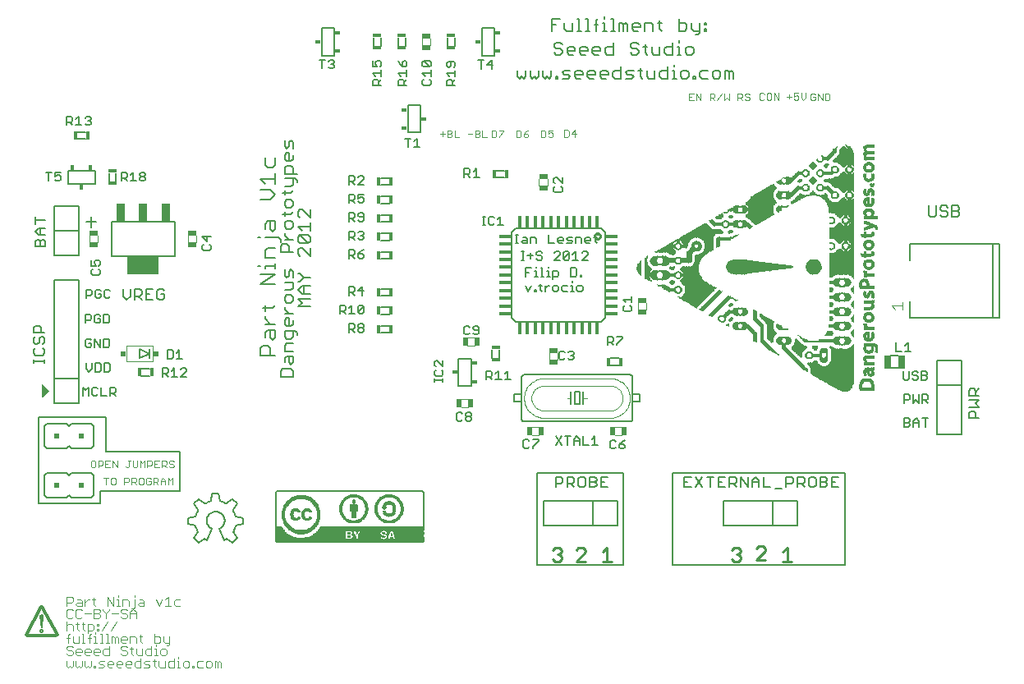
<source format=gto>
G75*
G70*
%OFA0B0*%
%FSLAX24Y24*%
%IPPOS*%
%LPD*%
%AMOC8*
5,1,8,0,0,1.08239X$1,22.5*
%
%ADD10C,0.0040*%
%ADD11C,0.0080*%
%ADD12C,0.0050*%
%ADD13C,0.0070*%
%ADD14C,0.0060*%
%ADD15C,0.0100*%
%ADD16R,0.0157X0.0453*%
%ADD17R,0.0157X0.0453*%
%ADD18R,0.0158X0.0453*%
%ADD19R,0.0453X0.0157*%
%ADD20R,0.0453X0.0157*%
%ADD21R,0.0453X0.0158*%
%ADD22R,0.0160X0.0340*%
%ADD23C,0.0025*%
%ADD24R,0.0256X0.0551*%
%ADD25R,0.0374X0.0197*%
%ADD26R,0.0374X0.0197*%
%ADD27R,0.1260X0.0730*%
%ADD28R,0.0340X0.0730*%
%ADD29R,0.0230X0.0180*%
%ADD30C,0.0020*%
%ADD31R,0.0197X0.0374*%
%ADD32R,0.0197X0.0374*%
%ADD33R,0.0340X0.0160*%
%ADD34R,0.0230X0.0240*%
%ADD35R,0.0180X0.0230*%
%ADD36R,0.0240X0.0240*%
%ADD37C,0.0120*%
%ADD38C,0.0030*%
%ADD39R,0.6015X0.0015*%
%ADD40R,0.6045X0.0015*%
%ADD41R,0.4395X0.0015*%
%ADD42R,0.1620X0.0015*%
%ADD43R,0.2865X0.0015*%
%ADD44R,0.0210X0.0015*%
%ADD45R,0.0975X0.0015*%
%ADD46R,0.0075X0.0015*%
%ADD47R,0.0165X0.0015*%
%ADD48R,0.1170X0.0015*%
%ADD49R,0.0180X0.0015*%
%ADD50R,0.0945X0.0015*%
%ADD51R,0.0045X0.0015*%
%ADD52R,0.1035X0.0015*%
%ADD53R,0.1785X0.0015*%
%ADD54R,0.0930X0.0015*%
%ADD55R,0.0150X0.0015*%
%ADD56R,0.0885X0.0015*%
%ADD57R,0.1650X0.0015*%
%ADD58R,0.0060X0.0015*%
%ADD59R,0.0030X0.0015*%
%ADD60R,0.0135X0.0015*%
%ADD61R,0.1185X0.0015*%
%ADD62R,0.0810X0.0015*%
%ADD63R,0.1575X0.0015*%
%ADD64R,0.0120X0.0015*%
%ADD65R,0.0915X0.0015*%
%ADD66R,0.0765X0.0015*%
%ADD67R,0.1530X0.0015*%
%ADD68R,0.1200X0.0015*%
%ADD69R,0.0735X0.0015*%
%ADD70R,0.1485X0.0015*%
%ADD71R,0.0690X0.0015*%
%ADD72R,0.1455X0.0015*%
%ADD73R,0.1110X0.0015*%
%ADD74R,0.0660X0.0015*%
%ADD75R,0.1425X0.0015*%
%ADD76R,0.1080X0.0015*%
%ADD77R,0.1215X0.0015*%
%ADD78R,0.0630X0.0015*%
%ADD79R,0.1395X0.0015*%
%ADD80R,0.0090X0.0015*%
%ADD81R,0.1020X0.0015*%
%ADD82R,0.0600X0.0015*%
%ADD83R,0.1365X0.0015*%
%ADD84R,0.0960X0.0015*%
%ADD85R,0.0585X0.0015*%
%ADD86R,0.1335X0.0015*%
%ADD87R,0.1230X0.0015*%
%ADD88R,0.0555X0.0015*%
%ADD89R,0.1320X0.0015*%
%ADD90R,0.0540X0.0015*%
%ADD91R,0.1290X0.0015*%
%ADD92R,0.0885X0.0015*%
%ADD93R,0.0225X0.0015*%
%ADD94R,0.1245X0.0015*%
%ADD95R,0.0510X0.0015*%
%ADD96R,0.0300X0.0015*%
%ADD97R,0.1275X0.0015*%
%ADD98R,0.0105X0.0015*%
%ADD99R,0.0270X0.0015*%
%ADD100R,0.0015X0.0015*%
%ADD101R,0.0495X0.0015*%
%ADD102R,0.0435X0.0015*%
%ADD103R,0.1260X0.0015*%
%ADD104R,0.0855X0.0015*%
%ADD105R,0.0480X0.0015*%
%ADD106R,0.0525X0.0015*%
%ADD107R,0.0465X0.0015*%
%ADD108R,0.0600X0.0015*%
%ADD109R,0.0450X0.0015*%
%ADD110R,0.0675X0.0015*%
%ADD111R,0.0840X0.0015*%
%ADD112R,0.0420X0.0015*%
%ADD113R,0.0735X0.0015*%
%ADD114R,0.0405X0.0015*%
%ADD115R,0.0780X0.0015*%
%ADD116R,0.0825X0.0015*%
%ADD117R,0.1155X0.0015*%
%ADD118R,0.0195X0.0015*%
%ADD119R,0.0390X0.0015*%
%ADD120R,0.2670X0.0015*%
%ADD121R,0.0375X0.0015*%
%ADD122R,0.4320X0.0015*%
%ADD123R,0.0360X0.0015*%
%ADD124R,0.0330X0.0015*%
%ADD125R,0.4305X0.0015*%
%ADD126R,0.0345X0.0015*%
%ADD127R,0.4290X0.0015*%
%ADD128R,0.0330X0.0015*%
%ADD129R,0.4275X0.0015*%
%ADD130R,0.0255X0.0015*%
%ADD131R,0.4260X0.0015*%
%ADD132R,0.0315X0.0015*%
%ADD133R,0.0240X0.0015*%
%ADD134R,0.0300X0.0015*%
%ADD135R,0.4245X0.0015*%
%ADD136R,0.0285X0.0015*%
%ADD137R,0.4230X0.0015*%
%ADD138R,0.0270X0.0015*%
%ADD139R,0.4215X0.0015*%
%ADD140R,0.0060X0.0015*%
%ADD141R,0.0360X0.0015*%
%ADD142R,0.0450X0.0015*%
%ADD143R,0.0510X0.0015*%
%ADD144R,0.0570X0.0015*%
%ADD145R,0.0555X0.0015*%
%ADD146R,0.0615X0.0015*%
%ADD147R,0.0660X0.0015*%
%ADD148R,0.0345X0.0015*%
%ADD149R,0.0390X0.0015*%
%ADD150R,0.0315X0.0015*%
%ADD151R,0.0420X0.0015*%
%ADD152R,0.0465X0.0015*%
%ADD153R,0.0375X0.0015*%
%ADD154R,0.0285X0.0015*%
%ADD155R,0.0405X0.0015*%
%ADD156R,0.0870X0.0015*%
%ADD157R,0.0720X0.0015*%
%ADD158R,0.0645X0.0015*%
%ADD159R,0.0585X0.0015*%
%ADD160R,0.0495X0.0015*%
%ADD161R,0.0540X0.0015*%
%ADD162R,0.0480X0.0015*%
%ADD163R,0.6015X0.0015*%
%ADD164R,0.5985X0.0015*%
%ADD165R,0.5955X0.0015*%
%ADD166R,0.5895X0.0015*%
%ADD167R,0.0010X0.0290*%
%ADD168R,0.0010X0.0120*%
%ADD169R,0.0010X0.0140*%
%ADD170R,0.0010X0.0310*%
%ADD171R,0.0010X0.0130*%
%ADD172R,0.0010X0.0320*%
%ADD173R,0.0010X0.0330*%
%ADD174R,0.0010X0.0160*%
%ADD175R,0.0010X0.0340*%
%ADD176R,0.0010X0.0170*%
%ADD177R,0.0010X0.0180*%
%ADD178R,0.0010X0.0080*%
%ADD179R,0.0010X0.0030*%
%ADD180R,0.0010X0.0200*%
%ADD181R,0.0010X0.0040*%
%ADD182R,0.0010X0.0020*%
%ADD183R,0.0010X0.0150*%
%ADD184R,0.0010X0.0090*%
%ADD185R,0.0010X0.0100*%
%ADD186R,0.0010X0.0110*%
%ADD187R,0.0010X0.0060*%
%ADD188R,0.0010X0.0270*%
%ADD189R,0.0010X0.0250*%
%ADD190R,0.0010X0.0230*%
%ADD191R,0.0010X0.0210*%
%ADD192R,0.0010X0.0240*%
%ADD193R,0.0010X0.0220*%
%ADD194R,0.0010X0.0190*%
%ADD195R,0.0010X0.0260*%
%ADD196R,0.0010X0.0280*%
%ADD197R,0.0010X0.0370*%
%ADD198R,0.0010X0.0300*%
%ADD199R,0.0010X0.0360*%
%ADD200R,0.0010X0.0390*%
%ADD201R,0.0010X0.0350*%
%ADD202R,0.0010X0.0400*%
%ADD203R,0.0010X0.0380*%
%ADD204R,0.0010X0.0410*%
%ADD205R,0.0010X0.0420*%
%ADD206R,0.0010X0.0430*%
%ADD207R,0.0010X0.0070*%
%ADD208R,0.0010X0.0050*%
%ADD209R,0.0010X0.0010*%
%ADD210R,0.0010X0.0620*%
%ADD211R,0.0010X0.0610*%
%ADD212R,0.0010X0.0600*%
%ADD213R,0.0010X0.0450*%
%ADD214R,0.0010X0.0440*%
%ADD215R,0.0010X0.1520*%
%ADD216R,0.0010X0.3290*%
%ADD217R,0.0010X0.0770*%
%ADD218R,0.0010X0.0470*%
%ADD219R,0.0010X0.1590*%
%ADD220R,0.0010X0.3240*%
%ADD221R,0.0010X0.0740*%
%ADD222R,0.0010X0.0560*%
%ADD223R,0.0010X0.1600*%
%ADD224R,0.0010X0.3210*%
%ADD225R,0.0010X0.0720*%
%ADD226R,0.0010X0.0580*%
%ADD227R,0.0010X0.1620*%
%ADD228R,0.0010X0.3190*%
%ADD229R,0.0010X0.0700*%
%ADD230R,0.0010X0.1630*%
%ADD231R,0.0010X0.3170*%
%ADD232R,0.0010X0.0690*%
%ADD233R,0.0010X0.1650*%
%ADD234R,0.0010X0.3160*%
%ADD235R,0.0010X0.0680*%
%ADD236R,0.0010X0.0630*%
%ADD237R,0.0010X0.1670*%
%ADD238R,0.0010X0.3150*%
%ADD239R,0.0010X0.0660*%
%ADD240R,0.0010X0.0650*%
%ADD241R,0.0010X0.1680*%
%ADD242R,0.0010X0.3120*%
%ADD243R,0.0010X0.1690*%
%ADD244R,0.0010X0.3110*%
%ADD245R,0.0010X0.3100*%
%ADD246R,0.0010X0.3220*%
%ADD247R,0.0010X0.0900*%
%ADD248R,0.0010X0.0830*%
%ADD249R,0.0010X0.1700*%
%ADD250R,0.0010X0.1110*%
%ADD251R,0.0010X0.0840*%
%ADD252R,0.0010X0.0860*%
%ADD253R,0.0010X0.0880*%
%ADD254R,0.0010X0.1100*%
%ADD255R,0.0010X0.0820*%
%ADD256R,0.0010X0.0850*%
%ADD257R,0.0010X0.1080*%
%ADD258R,0.0010X0.0800*%
%ADD259R,0.0010X0.1710*%
%ADD260R,0.0010X0.0790*%
%ADD261R,0.0010X0.1720*%
%ADD262R,0.0010X0.1060*%
%ADD263R,0.0010X0.0810*%
%ADD264R,0.0010X0.1030*%
%ADD265R,0.0010X0.0750*%
%ADD266R,0.0010X0.1730*%
%ADD267R,0.0010X0.1020*%
%ADD268R,0.0010X0.0730*%
%ADD269R,0.0010X0.1010*%
%ADD270R,0.0010X0.0710*%
%ADD271R,0.0010X0.0780*%
%ADD272R,0.0010X0.1000*%
%ADD273R,0.0010X0.0990*%
%ADD274R,0.0010X0.0670*%
%ADD275R,0.0010X0.0760*%
%ADD276R,0.0010X0.0980*%
%ADD277R,0.0010X0.0960*%
%ADD278R,0.0010X0.0870*%
%ADD279R,0.0010X0.0950*%
%ADD280R,0.0010X0.0890*%
%ADD281R,0.0010X0.1090*%
%ADD282R,0.0010X0.1070*%
%ADD283R,0.0010X0.0640*%
%ADD284R,0.0010X0.0970*%
%ADD285R,0.0010X0.1040*%
%ADD286R,0.0010X0.1050*%
%ADD287R,0.0010X0.0590*%
%ADD288R,0.0010X0.0570*%
%ADD289R,0.0010X0.0550*%
%ADD290R,0.0010X0.0530*%
%ADD291R,0.0010X0.0510*%
%ADD292R,0.0010X0.1660*%
%ADD293R,0.0010X0.0480*%
%ADD294R,0.0010X0.0460*%
%ADD295R,0.0010X0.1640*%
%ADD296R,0.0010X0.0520*%
%ADD297R,0.0010X0.0940*%
%ADD298R,0.0010X0.0930*%
%ADD299R,0.0010X0.0540*%
%ADD300R,0.0010X0.0500*%
%ADD301R,0.0010X0.1610*%
%ADD302R,0.0010X0.0490*%
%ADD303R,0.0010X0.0920*%
%ADD304R,0.0010X0.0910*%
%ADD305R,0.0010X0.1270*%
%ADD306R,0.0010X0.1260*%
%ADD307R,0.0010X0.1250*%
%ADD308R,0.0010X0.1240*%
%ADD309R,0.0010X0.1220*%
%ADD310R,0.0010X0.1200*%
%ADD311R,0.0010X0.1190*%
%ADD312R,0.0010X0.1170*%
%ADD313R,0.0010X0.1160*%
%ADD314R,0.0010X0.1150*%
%ADD315R,0.0010X0.1130*%
%ADD316R,0.0010X0.1120*%
%ADD317R,0.0010X0.1180*%
%ADD318R,0.0010X0.1230*%
%ADD319R,0.0010X0.1280*%
%ADD320R,0.0010X0.1290*%
%ADD321R,0.0010X0.1210*%
%ADD322R,0.0010X0.1300*%
%ADD323R,0.0010X0.1350*%
%ADD324R,0.0010X0.1390*%
%ADD325R,0.0010X0.1440*%
%ADD326R,0.0010X0.2100*%
%ADD327R,0.0010X0.2110*%
%ADD328R,0.0010X0.2120*%
%ADD329R,0.0010X0.2130*%
%ADD330R,0.0010X0.2140*%
%ADD331R,0.0010X0.2150*%
%ADD332R,0.0010X0.2160*%
%ADD333R,0.0010X0.2170*%
%ADD334R,0.0010X0.2090*%
%ADD335R,0.0010X0.1840*%
%ADD336R,0.0010X0.1810*%
%ADD337R,0.0010X0.1790*%
%ADD338R,0.0010X0.1750*%
%ADD339R,0.0010X0.1570*%
%ADD340R,0.0010X0.1560*%
%ADD341R,0.0010X0.1550*%
%ADD342R,0.0010X0.1540*%
%ADD343R,0.0010X0.1530*%
%ADD344R,0.0010X0.1510*%
%ADD345R,0.0010X0.1500*%
%ADD346R,0.0010X0.1490*%
%ADD347R,0.0010X0.1480*%
%ADD348R,0.0010X0.1470*%
%ADD349R,0.0010X0.1460*%
%ADD350R,0.0010X0.1450*%
%ADD351R,0.0010X0.1430*%
D10*
X008594Y007742D02*
X008594Y008022D01*
X008687Y008022D02*
X008500Y008022D01*
X008795Y007976D02*
X008795Y007789D01*
X008841Y007742D01*
X008935Y007742D01*
X008982Y007789D01*
X008982Y007976D01*
X008935Y008022D01*
X008841Y008022D01*
X008795Y007976D01*
X008757Y008438D02*
X008570Y008438D01*
X008570Y008718D01*
X008757Y008718D01*
X008865Y008718D02*
X009051Y008438D01*
X009051Y008718D01*
X008865Y008718D02*
X008865Y008438D01*
X008663Y008578D02*
X008570Y008578D01*
X008462Y008578D02*
X008416Y008531D01*
X008275Y008531D01*
X008275Y008438D02*
X008275Y008718D01*
X008416Y008718D01*
X008462Y008671D01*
X008462Y008578D01*
X008168Y008671D02*
X008121Y008718D01*
X008027Y008718D01*
X007981Y008671D01*
X007981Y008485D01*
X008027Y008438D01*
X008121Y008438D01*
X008168Y008485D01*
X008168Y008671D01*
X009390Y008485D02*
X009437Y008438D01*
X009483Y008438D01*
X009530Y008485D01*
X009530Y008718D01*
X009483Y008718D02*
X009577Y008718D01*
X009685Y008718D02*
X009685Y008485D01*
X009731Y008438D01*
X009825Y008438D01*
X009872Y008485D01*
X009872Y008718D01*
X009979Y008718D02*
X010073Y008625D01*
X010166Y008718D01*
X010166Y008438D01*
X010274Y008438D02*
X010274Y008718D01*
X010414Y008718D01*
X010461Y008671D01*
X010461Y008578D01*
X010414Y008531D01*
X010274Y008531D01*
X010569Y008578D02*
X010662Y008578D01*
X010569Y008718D02*
X010569Y008438D01*
X010755Y008438D01*
X010863Y008438D02*
X010863Y008718D01*
X011003Y008718D01*
X011050Y008671D01*
X011050Y008578D01*
X011003Y008531D01*
X010863Y008531D01*
X010957Y008531D02*
X011050Y008438D01*
X011158Y008485D02*
X011205Y008438D01*
X011298Y008438D01*
X011345Y008485D01*
X011345Y008531D01*
X011298Y008578D01*
X011205Y008578D01*
X011158Y008625D01*
X011158Y008671D01*
X011205Y008718D01*
X011298Y008718D01*
X011345Y008671D01*
X010755Y008718D02*
X010569Y008718D01*
X009979Y008718D02*
X009979Y008438D01*
X009976Y008022D02*
X009929Y007976D01*
X009929Y007789D01*
X009976Y007742D01*
X010069Y007742D01*
X010116Y007789D01*
X010116Y007976D01*
X010069Y008022D01*
X009976Y008022D01*
X009821Y007976D02*
X009821Y007882D01*
X009775Y007835D01*
X009635Y007835D01*
X009728Y007835D02*
X009821Y007742D01*
X009635Y007742D02*
X009635Y008022D01*
X009775Y008022D01*
X009821Y007976D01*
X009527Y007976D02*
X009527Y007882D01*
X009480Y007835D01*
X009340Y007835D01*
X009340Y007742D02*
X009340Y008022D01*
X009480Y008022D01*
X009527Y007976D01*
X010224Y007976D02*
X010224Y007789D01*
X010271Y007742D01*
X010364Y007742D01*
X010411Y007789D01*
X010411Y007882D01*
X010317Y007882D01*
X010224Y007976D02*
X010271Y008022D01*
X010364Y008022D01*
X010411Y007976D01*
X010518Y008022D02*
X010659Y008022D01*
X010705Y007976D01*
X010705Y007882D01*
X010659Y007835D01*
X010518Y007835D01*
X010518Y007742D02*
X010518Y008022D01*
X010612Y007835D02*
X010705Y007742D01*
X010813Y007742D02*
X010813Y007929D01*
X010906Y008022D01*
X011000Y007929D01*
X011000Y007742D01*
X011108Y007742D02*
X011108Y008022D01*
X011201Y007929D01*
X011295Y008022D01*
X011295Y007742D01*
X011000Y007882D02*
X010813Y007882D01*
X010478Y012753D02*
X009438Y012753D01*
X009438Y013373D01*
X010478Y013373D01*
X010478Y012753D01*
X011936Y017579D02*
X011936Y017859D01*
X012271Y017859D02*
X012271Y017579D01*
X008266Y017579D02*
X008266Y017859D01*
X007931Y017859D02*
X007931Y017579D01*
X021436Y025579D02*
X021436Y025859D01*
X021771Y025859D02*
X021771Y025579D01*
X022454Y022126D02*
X022594Y022126D01*
X022640Y022079D01*
X022640Y022032D01*
X022594Y021986D01*
X022454Y021986D01*
X022346Y021986D02*
X022159Y021986D01*
X022252Y022079D02*
X022252Y021892D01*
X022454Y021846D02*
X022594Y021846D01*
X022640Y021892D01*
X022640Y021939D01*
X022594Y021986D01*
X022454Y021846D02*
X022454Y022126D01*
X022748Y022126D02*
X022748Y021846D01*
X022935Y021846D01*
X023284Y021986D02*
X023471Y021986D01*
X023579Y021986D02*
X023719Y021986D01*
X023765Y021939D01*
X023765Y021892D01*
X023719Y021846D01*
X023579Y021846D01*
X023579Y022126D01*
X023719Y022126D01*
X023765Y022079D01*
X023765Y022032D01*
X023719Y021986D01*
X023873Y022126D02*
X023873Y021846D01*
X024060Y021846D01*
X024247Y021846D02*
X024387Y021846D01*
X024433Y021892D01*
X024433Y022079D01*
X024387Y022126D01*
X024247Y022126D01*
X024247Y021846D01*
X024541Y021846D02*
X024541Y021892D01*
X024728Y022079D01*
X024728Y022126D01*
X024541Y022126D01*
X025247Y022126D02*
X025387Y022126D01*
X025433Y022079D01*
X025433Y021892D01*
X025387Y021846D01*
X025247Y021846D01*
X025247Y022126D01*
X025541Y021986D02*
X025681Y021986D01*
X025728Y021939D01*
X025728Y021892D01*
X025681Y021846D01*
X025588Y021846D01*
X025541Y021892D01*
X025541Y021986D01*
X025635Y022079D01*
X025728Y022126D01*
X026247Y022126D02*
X026387Y022126D01*
X026433Y022079D01*
X026433Y021892D01*
X026387Y021846D01*
X026247Y021846D01*
X026247Y022126D01*
X026541Y022126D02*
X026541Y021986D01*
X026635Y022032D01*
X026681Y022032D01*
X026728Y021986D01*
X026728Y021892D01*
X026681Y021846D01*
X026588Y021846D01*
X026541Y021892D01*
X026541Y022126D02*
X026728Y022126D01*
X027197Y022138D02*
X027337Y022138D01*
X027383Y022092D01*
X027383Y021905D01*
X027337Y021858D01*
X027197Y021858D01*
X027197Y022138D01*
X027491Y021998D02*
X027678Y021998D01*
X027631Y021858D02*
X027631Y022138D01*
X027491Y021998D01*
X026509Y020153D02*
X026509Y019873D01*
X026174Y019873D02*
X026174Y020153D01*
X032259Y023346D02*
X032446Y023346D01*
X032554Y023346D02*
X032554Y023626D01*
X032740Y023346D01*
X032740Y023626D01*
X032446Y023626D02*
X032259Y023626D01*
X032259Y023346D01*
X032259Y023486D02*
X032352Y023486D01*
X033109Y023439D02*
X033249Y023439D01*
X033296Y023486D01*
X033296Y023579D01*
X033249Y023626D01*
X033109Y023626D01*
X033109Y023346D01*
X033202Y023439D02*
X033296Y023346D01*
X033404Y023346D02*
X033590Y023626D01*
X033698Y023626D02*
X033698Y023346D01*
X033792Y023439D01*
X033885Y023346D01*
X033885Y023626D01*
X034234Y023626D02*
X034234Y023346D01*
X034234Y023439D02*
X034374Y023439D01*
X034421Y023486D01*
X034421Y023579D01*
X034374Y023626D01*
X034234Y023626D01*
X034327Y023439D02*
X034421Y023346D01*
X034529Y023392D02*
X034575Y023346D01*
X034669Y023346D01*
X034716Y023392D01*
X034716Y023439D01*
X034669Y023486D01*
X034575Y023486D01*
X034529Y023532D01*
X034529Y023579D01*
X034575Y023626D01*
X034669Y023626D01*
X034716Y023579D01*
X035122Y023591D02*
X035122Y023405D01*
X035168Y023358D01*
X035262Y023358D01*
X035308Y023405D01*
X035416Y023405D02*
X035463Y023358D01*
X035556Y023358D01*
X035603Y023405D01*
X035603Y023591D01*
X035556Y023638D01*
X035463Y023638D01*
X035416Y023591D01*
X035416Y023405D01*
X035308Y023591D02*
X035262Y023638D01*
X035168Y023638D01*
X035122Y023591D01*
X035711Y023638D02*
X035898Y023358D01*
X035898Y023638D01*
X035711Y023638D02*
X035711Y023358D01*
X036222Y023498D02*
X036408Y023498D01*
X036516Y023498D02*
X036610Y023545D01*
X036656Y023545D01*
X036703Y023498D01*
X036703Y023405D01*
X036656Y023358D01*
X036563Y023358D01*
X036516Y023405D01*
X036516Y023498D02*
X036516Y023638D01*
X036703Y023638D01*
X036811Y023638D02*
X036811Y023451D01*
X036904Y023358D01*
X036998Y023451D01*
X036998Y023638D01*
X037197Y023579D02*
X037197Y023392D01*
X037243Y023346D01*
X037337Y023346D01*
X037383Y023392D01*
X037383Y023486D01*
X037290Y023486D01*
X037383Y023579D02*
X037337Y023626D01*
X037243Y023626D01*
X037197Y023579D01*
X037491Y023626D02*
X037678Y023346D01*
X037678Y023626D01*
X037786Y023626D02*
X037786Y023346D01*
X037926Y023346D01*
X037973Y023392D01*
X037973Y023579D01*
X037926Y023626D01*
X037786Y023626D01*
X037491Y023626D02*
X037491Y023346D01*
X036315Y023405D02*
X036315Y023591D01*
X040479Y015007D02*
X040939Y015007D01*
X040939Y015160D02*
X040939Y014853D01*
X040632Y014853D02*
X040479Y015007D01*
X030528Y015131D02*
X030528Y014851D01*
X030192Y014851D02*
X030192Y015131D01*
X026916Y013091D02*
X026916Y012810D01*
X026581Y012810D02*
X026581Y013091D01*
X023554Y013386D02*
X023274Y013386D01*
X023274Y013721D02*
X023554Y013721D01*
X023304Y011221D02*
X023024Y011221D01*
X023024Y010886D02*
X023304Y010886D01*
X025886Y010078D02*
X026167Y010078D01*
X026167Y009743D02*
X025886Y009743D01*
X029249Y009748D02*
X029529Y009748D01*
X029529Y010083D02*
X029249Y010083D01*
D11*
X028969Y008057D02*
X028689Y008057D01*
X028689Y007637D01*
X028969Y007637D01*
X028829Y007847D02*
X028689Y007847D01*
X028509Y007777D02*
X028509Y007707D01*
X028439Y007637D01*
X028229Y007637D01*
X028229Y008057D01*
X028439Y008057D01*
X028509Y007987D01*
X028509Y007917D01*
X028439Y007847D01*
X028229Y007847D01*
X028439Y007847D02*
X028509Y007777D01*
X028048Y007707D02*
X028048Y007987D01*
X027978Y008057D01*
X027838Y008057D01*
X027768Y007987D01*
X027768Y007707D01*
X027838Y007637D01*
X027978Y007637D01*
X028048Y007707D01*
X027588Y007637D02*
X027448Y007777D01*
X027518Y007777D02*
X027308Y007777D01*
X027308Y007637D02*
X027308Y008057D01*
X027518Y008057D01*
X027588Y007987D01*
X027588Y007847D01*
X027518Y007777D01*
X027128Y007847D02*
X027058Y007777D01*
X026847Y007777D01*
X026847Y007637D02*
X026847Y008057D01*
X027058Y008057D01*
X027128Y007987D01*
X027128Y007847D01*
X032064Y007847D02*
X032204Y007847D01*
X032064Y007637D02*
X032344Y007637D01*
X032524Y007637D02*
X032805Y008057D01*
X032985Y008057D02*
X033265Y008057D01*
X033125Y008057D02*
X033125Y007637D01*
X033445Y007637D02*
X033445Y008057D01*
X033725Y008057D01*
X033905Y008057D02*
X034116Y008057D01*
X034186Y007987D01*
X034186Y007847D01*
X034116Y007777D01*
X033905Y007777D01*
X033905Y007637D02*
X033905Y008057D01*
X034046Y007777D02*
X034186Y007637D01*
X034366Y007637D02*
X034366Y008057D01*
X034646Y007637D01*
X034646Y008057D01*
X034826Y007917D02*
X034826Y007637D01*
X034826Y007847D02*
X035106Y007847D01*
X035106Y007917D02*
X035106Y007637D01*
X035286Y007637D02*
X035286Y008057D01*
X035106Y007917D02*
X034966Y008057D01*
X034826Y007917D01*
X035286Y007637D02*
X035567Y007637D01*
X035747Y007567D02*
X036027Y007567D01*
X036207Y007637D02*
X036207Y008057D01*
X036417Y008057D01*
X036487Y007987D01*
X036487Y007847D01*
X036417Y007777D01*
X036207Y007777D01*
X036668Y007777D02*
X036878Y007777D01*
X036948Y007847D01*
X036948Y007987D01*
X036878Y008057D01*
X036668Y008057D01*
X036668Y007637D01*
X036808Y007777D02*
X036948Y007637D01*
X037128Y007707D02*
X037198Y007637D01*
X037338Y007637D01*
X037408Y007707D01*
X037408Y007987D01*
X037338Y008057D01*
X037198Y008057D01*
X037128Y007987D01*
X037128Y007707D01*
X037588Y007637D02*
X037588Y008057D01*
X037798Y008057D01*
X037868Y007987D01*
X037868Y007917D01*
X037798Y007847D01*
X037588Y007847D01*
X037588Y007637D02*
X037798Y007637D01*
X037868Y007707D01*
X037868Y007777D01*
X037798Y007847D01*
X038049Y007847D02*
X038189Y007847D01*
X038049Y007637D02*
X038329Y007637D01*
X038049Y007637D02*
X038049Y008057D01*
X038329Y008057D01*
X033725Y007637D02*
X033445Y007637D01*
X033445Y007847D02*
X033585Y007847D01*
X032805Y007637D02*
X032524Y008057D01*
X032344Y008057D02*
X032064Y008057D01*
X032064Y007637D01*
X028696Y014361D02*
X025232Y014361D01*
X025074Y014518D01*
X025074Y017983D01*
X025232Y018140D01*
X028696Y018140D01*
X028854Y017983D01*
X028854Y014518D01*
X028696Y014361D01*
X015474Y014261D02*
X015061Y014261D01*
X015268Y014261D02*
X015061Y014468D01*
X015061Y014571D01*
X015061Y014798D02*
X015061Y015005D01*
X014957Y014901D02*
X015371Y014901D01*
X015474Y015005D01*
X015474Y015872D02*
X014854Y015872D01*
X015474Y016286D01*
X014854Y016286D01*
X015061Y016517D02*
X015061Y016620D01*
X015474Y016620D01*
X015474Y016517D02*
X015474Y016724D01*
X015474Y016946D02*
X015061Y016946D01*
X015061Y017257D01*
X015164Y017360D01*
X015474Y017360D01*
X015681Y017591D02*
X015681Y017694D01*
X015578Y017798D01*
X015061Y017798D01*
X014854Y017798D02*
X014750Y017798D01*
X015061Y018124D02*
X015061Y018331D01*
X015164Y018434D01*
X015474Y018434D01*
X015474Y018124D01*
X015371Y018021D01*
X015268Y018124D01*
X015268Y018434D01*
X015268Y019310D02*
X015474Y019516D01*
X015268Y019723D01*
X014854Y019723D01*
X015061Y019954D02*
X014854Y020161D01*
X015474Y020161D01*
X015474Y019954D02*
X015474Y020368D01*
X015371Y020599D02*
X015164Y020599D01*
X015061Y020702D01*
X015061Y021012D01*
X015474Y021012D02*
X015474Y020702D01*
X015371Y020599D01*
X015268Y019310D02*
X014854Y019310D01*
X011391Y018419D02*
X011391Y017019D01*
X008811Y017019D01*
X008811Y018419D01*
X011391Y018419D01*
X008196Y018403D02*
X007782Y018403D01*
X007989Y018196D02*
X007989Y018610D01*
X006128Y018469D02*
X005708Y018469D01*
X005708Y018329D02*
X005708Y018609D01*
X005848Y018148D02*
X006128Y018148D01*
X005918Y018148D02*
X005918Y017868D01*
X005848Y017868D02*
X005708Y018008D01*
X005848Y018148D01*
X005848Y017868D02*
X006128Y017868D01*
X006058Y017688D02*
X006128Y017618D01*
X006128Y017408D01*
X005708Y017408D01*
X005708Y017618D01*
X005778Y017688D01*
X005848Y017688D01*
X005918Y017618D01*
X005918Y017408D01*
X005918Y017618D02*
X005988Y017688D01*
X006058Y017688D01*
X005877Y014198D02*
X005947Y014128D01*
X005947Y013918D01*
X006087Y013918D02*
X005666Y013918D01*
X005666Y014128D01*
X005737Y014198D01*
X005877Y014198D01*
X005947Y013738D02*
X006017Y013738D01*
X006087Y013668D01*
X006087Y013528D01*
X006017Y013458D01*
X005877Y013528D02*
X005877Y013668D01*
X005947Y013738D01*
X005737Y013738D02*
X005666Y013668D01*
X005666Y013528D01*
X005737Y013458D01*
X005807Y013458D01*
X005877Y013528D01*
X006017Y013278D02*
X006087Y013208D01*
X006087Y013067D01*
X006017Y012997D01*
X005737Y012997D01*
X005666Y013067D01*
X005666Y013208D01*
X005737Y013278D01*
X005666Y012831D02*
X005666Y012691D01*
X005666Y012761D02*
X006087Y012761D01*
X006087Y012691D02*
X006087Y012831D01*
X009958Y012866D02*
X009958Y013260D01*
X010352Y013063D01*
X010352Y013260D01*
X010352Y013063D02*
X010352Y012866D01*
X010352Y013063D02*
X009958Y012866D01*
X014854Y012972D02*
X014854Y013282D01*
X014957Y013385D01*
X015164Y013385D01*
X015268Y013282D01*
X015268Y012972D01*
X015474Y012972D02*
X014854Y012972D01*
X015061Y013720D02*
X015061Y013927D01*
X015164Y014030D01*
X015474Y014030D01*
X015474Y013720D01*
X015371Y013616D01*
X015268Y013720D01*
X015268Y014030D01*
X014854Y016620D02*
X014750Y016620D01*
X043619Y011564D02*
X043619Y011354D01*
X044039Y011354D01*
X043899Y011354D02*
X043899Y011564D01*
X043829Y011634D01*
X043689Y011634D01*
X043619Y011564D01*
X043899Y011494D02*
X044039Y011634D01*
X044039Y011174D02*
X043619Y011174D01*
X043619Y010894D02*
X044039Y010894D01*
X043899Y011034D01*
X044039Y011174D01*
X043829Y010713D02*
X043899Y010643D01*
X043899Y010433D01*
X044039Y010433D02*
X043619Y010433D01*
X043619Y010643D01*
X043689Y010713D01*
X043829Y010713D01*
D12*
X043329Y009774D02*
X042329Y009774D01*
X042329Y011774D01*
X043329Y011774D01*
X043329Y009774D01*
X041853Y010089D02*
X041853Y010439D01*
X041969Y010439D02*
X041736Y010439D01*
X041601Y010322D02*
X041601Y010089D01*
X041601Y010264D02*
X041367Y010264D01*
X041367Y010322D02*
X041484Y010439D01*
X041601Y010322D01*
X041367Y010322D02*
X041367Y010089D01*
X041233Y010147D02*
X041174Y010089D01*
X040999Y010089D01*
X040999Y010439D01*
X041174Y010439D01*
X041233Y010380D01*
X041233Y010322D01*
X041174Y010264D01*
X040999Y010264D01*
X041174Y010264D02*
X041233Y010205D01*
X041233Y010147D01*
X041355Y011051D02*
X041472Y011168D01*
X041588Y011051D01*
X041588Y011401D01*
X041723Y011401D02*
X041898Y011401D01*
X041957Y011343D01*
X041957Y011226D01*
X041898Y011168D01*
X041723Y011168D01*
X041723Y011051D02*
X041723Y011401D01*
X041840Y011168D02*
X041957Y011051D01*
X041355Y011051D02*
X041355Y011401D01*
X041220Y011343D02*
X041220Y011226D01*
X041162Y011168D01*
X040987Y011168D01*
X040987Y011051D02*
X040987Y011401D01*
X041162Y011401D01*
X041220Y011343D01*
X041125Y011990D02*
X041183Y012048D01*
X041183Y012340D01*
X041318Y012282D02*
X041318Y012224D01*
X041377Y012165D01*
X041493Y012165D01*
X041552Y012107D01*
X041552Y012048D01*
X041493Y011990D01*
X041377Y011990D01*
X041318Y012048D01*
X041125Y011990D02*
X041008Y011990D01*
X040950Y012048D01*
X040950Y012340D01*
X041318Y012282D02*
X041377Y012340D01*
X041493Y012340D01*
X041552Y012282D01*
X041687Y012340D02*
X041687Y011990D01*
X041862Y011990D01*
X041920Y012048D01*
X041920Y012107D01*
X041862Y012165D01*
X041687Y012165D01*
X041862Y012165D02*
X041920Y012224D01*
X041920Y012282D01*
X041862Y012340D01*
X041687Y012340D01*
X042329Y012774D02*
X042329Y011774D01*
X043329Y011774D02*
X043329Y012774D01*
X042329Y012774D01*
X041261Y013160D02*
X041027Y013160D01*
X041144Y013160D02*
X041144Y013510D01*
X041027Y013393D01*
X040892Y013160D02*
X040659Y013160D01*
X040659Y013510D01*
X041235Y014499D02*
X042160Y014499D01*
X043105Y014499D01*
X044325Y014499D01*
X044601Y014499D01*
X044857Y014499D01*
X044857Y017530D01*
X044601Y017530D01*
X044325Y017530D01*
X043105Y017530D01*
X042160Y017530D01*
X041235Y017530D01*
X041235Y017255D01*
X041235Y016861D01*
X041235Y015168D02*
X041235Y014774D01*
X041235Y014499D01*
X044601Y014499D02*
X044601Y017530D01*
X029932Y015368D02*
X029932Y015135D01*
X029932Y015252D02*
X029582Y015252D01*
X029699Y015135D01*
X029641Y015000D02*
X029582Y014942D01*
X029582Y014825D01*
X029641Y014767D01*
X029874Y014767D01*
X029932Y014825D01*
X029932Y014942D01*
X029874Y015000D01*
X029566Y013751D02*
X029566Y013692D01*
X029332Y013459D01*
X029332Y013401D01*
X029198Y013401D02*
X029081Y013517D01*
X029139Y013517D02*
X028964Y013517D01*
X028964Y013401D02*
X028964Y013751D01*
X029139Y013751D01*
X029198Y013692D01*
X029198Y013576D01*
X029139Y013517D01*
X029332Y013751D02*
X029566Y013751D01*
X027579Y013105D02*
X027579Y013047D01*
X027521Y012988D01*
X027579Y012930D01*
X027579Y012871D01*
X027521Y012813D01*
X027404Y012813D01*
X027346Y012871D01*
X027211Y012871D02*
X027153Y012813D01*
X027036Y012813D01*
X026977Y012871D01*
X026977Y013105D01*
X027036Y013163D01*
X027153Y013163D01*
X027211Y013105D01*
X027346Y013105D02*
X027404Y013163D01*
X027521Y013163D01*
X027579Y013105D01*
X027521Y012988D02*
X027462Y012988D01*
X025009Y012001D02*
X024776Y012001D01*
X024892Y012001D02*
X024892Y012351D01*
X024776Y012234D01*
X024641Y012001D02*
X024407Y012001D01*
X024524Y012001D02*
X024524Y012351D01*
X024407Y012234D01*
X024273Y012176D02*
X024214Y012117D01*
X024039Y012117D01*
X024039Y012001D02*
X024039Y012351D01*
X024214Y012351D01*
X024273Y012292D01*
X024273Y012176D01*
X024156Y012117D02*
X024273Y012001D01*
X023371Y010676D02*
X023429Y010617D01*
X023429Y010559D01*
X023371Y010501D01*
X023254Y010501D01*
X023196Y010559D01*
X023196Y010617D01*
X023254Y010676D01*
X023371Y010676D01*
X023371Y010501D02*
X023429Y010442D01*
X023429Y010384D01*
X023371Y010326D01*
X023254Y010326D01*
X023196Y010384D01*
X023196Y010442D01*
X023254Y010501D01*
X023061Y010617D02*
X023003Y010676D01*
X022886Y010676D01*
X022827Y010617D01*
X022827Y010384D01*
X022886Y010326D01*
X023003Y010326D01*
X023061Y010384D01*
X022270Y011919D02*
X022270Y012035D01*
X022270Y011977D02*
X021919Y011977D01*
X021919Y011919D02*
X021919Y012035D01*
X021978Y012164D02*
X021919Y012223D01*
X021919Y012339D01*
X021978Y012398D01*
X021978Y012532D02*
X021919Y012591D01*
X021919Y012708D01*
X021978Y012766D01*
X022036Y012766D01*
X022270Y012532D01*
X022270Y012766D01*
X022211Y012398D02*
X022270Y012339D01*
X022270Y012223D01*
X022211Y012164D01*
X021978Y012164D01*
X023185Y013838D02*
X023302Y013838D01*
X023360Y013896D01*
X023495Y013896D02*
X023553Y013838D01*
X023670Y013838D01*
X023728Y013896D01*
X023728Y014130D01*
X023670Y014188D01*
X023553Y014188D01*
X023495Y014130D01*
X023495Y014071D01*
X023553Y014013D01*
X023728Y014013D01*
X023360Y014130D02*
X023302Y014188D01*
X023185Y014188D01*
X023127Y014130D01*
X023127Y013896D01*
X023185Y013838D01*
X025737Y015591D02*
X025854Y015825D01*
X025989Y015650D02*
X026047Y015650D01*
X026047Y015591D01*
X025989Y015591D01*
X025989Y015650D01*
X026231Y015650D02*
X026231Y015883D01*
X026173Y015825D02*
X026290Y015825D01*
X026418Y015825D02*
X026418Y015591D01*
X026418Y015708D02*
X026535Y015825D01*
X026593Y015825D01*
X026725Y015766D02*
X026784Y015825D01*
X026900Y015825D01*
X026959Y015766D01*
X026959Y015650D01*
X026900Y015591D01*
X026784Y015591D01*
X026725Y015650D01*
X026725Y015766D01*
X026737Y016065D02*
X026737Y016415D01*
X026912Y016415D01*
X026971Y016357D01*
X026971Y016240D01*
X026912Y016182D01*
X026737Y016182D01*
X026609Y016182D02*
X026492Y016182D01*
X026550Y016182D02*
X026550Y016415D01*
X026492Y016415D01*
X026550Y016532D02*
X026550Y016590D01*
X026305Y016532D02*
X026305Y016182D01*
X026363Y016182D02*
X026246Y016182D01*
X026118Y016182D02*
X026001Y016182D01*
X026059Y016182D02*
X026059Y016415D01*
X026001Y016415D01*
X026059Y016532D02*
X026059Y016590D01*
X026246Y016532D02*
X026305Y016532D01*
X026242Y016863D02*
X026125Y016863D01*
X026067Y016921D01*
X026125Y017038D02*
X026242Y017038D01*
X026300Y016980D01*
X026300Y016921D01*
X026242Y016863D01*
X026125Y017038D02*
X026067Y017096D01*
X026067Y017155D01*
X026125Y017213D01*
X026242Y017213D01*
X026300Y017155D01*
X025932Y017038D02*
X025698Y017038D01*
X025815Y017155D02*
X025815Y016921D01*
X025570Y016863D02*
X025453Y016863D01*
X025511Y016863D02*
X025511Y017213D01*
X025453Y017213D02*
X025570Y017213D01*
X025518Y017544D02*
X025459Y017602D01*
X025518Y017661D01*
X025693Y017661D01*
X025693Y017719D02*
X025693Y017544D01*
X025518Y017544D01*
X025331Y017544D02*
X025214Y017544D01*
X025272Y017544D02*
X025272Y017894D01*
X025214Y017894D02*
X025331Y017894D01*
X025518Y017778D02*
X025635Y017778D01*
X025693Y017719D01*
X025828Y017778D02*
X026003Y017778D01*
X026061Y017719D01*
X026061Y017544D01*
X025828Y017544D02*
X025828Y017778D01*
X026564Y017894D02*
X026564Y017544D01*
X026798Y017544D01*
X026933Y017602D02*
X026933Y017719D01*
X026991Y017778D01*
X027108Y017778D01*
X027166Y017719D01*
X027166Y017661D01*
X026933Y017661D01*
X026933Y017602D02*
X026991Y017544D01*
X027108Y017544D01*
X027301Y017544D02*
X027476Y017544D01*
X027534Y017602D01*
X027476Y017661D01*
X027359Y017661D01*
X027301Y017719D01*
X027359Y017778D01*
X027534Y017778D01*
X027669Y017778D02*
X027669Y017544D01*
X027669Y017778D02*
X027844Y017778D01*
X027903Y017719D01*
X027903Y017544D01*
X028038Y017602D02*
X028038Y017719D01*
X028096Y017778D01*
X028213Y017778D01*
X028271Y017719D01*
X028271Y017661D01*
X028038Y017661D01*
X028038Y017602D02*
X028096Y017544D01*
X028213Y017544D01*
X028464Y017602D02*
X028523Y017544D01*
X028464Y017602D02*
X028464Y017836D01*
X028406Y017778D02*
X028523Y017778D01*
X028083Y017213D02*
X027966Y017213D01*
X027908Y017155D01*
X028083Y017213D02*
X028142Y017155D01*
X028142Y017096D01*
X027908Y016863D01*
X028142Y016863D01*
X027773Y016863D02*
X027540Y016863D01*
X027657Y016863D02*
X027657Y017213D01*
X027540Y017096D01*
X027405Y017155D02*
X027172Y016921D01*
X027230Y016863D01*
X027347Y016863D01*
X027405Y016921D01*
X027405Y017155D01*
X027347Y017213D01*
X027230Y017213D01*
X027172Y017155D01*
X027172Y016921D01*
X027037Y016863D02*
X026803Y016863D01*
X027037Y017096D01*
X027037Y017155D01*
X026978Y017213D01*
X026862Y017213D01*
X026803Y017155D01*
X027474Y016532D02*
X027649Y016532D01*
X027707Y016474D01*
X027707Y016240D01*
X027649Y016182D01*
X027474Y016182D01*
X027474Y016532D01*
X027842Y016240D02*
X027901Y016240D01*
X027901Y016182D01*
X027842Y016182D01*
X027842Y016240D01*
X027520Y016000D02*
X027520Y015942D01*
X027520Y015825D02*
X027520Y015591D01*
X027462Y015591D02*
X027579Y015591D01*
X027707Y015650D02*
X027766Y015591D01*
X027882Y015591D01*
X027941Y015650D01*
X027941Y015766D01*
X027882Y015825D01*
X027766Y015825D01*
X027707Y015766D01*
X027707Y015650D01*
X027520Y015825D02*
X027462Y015825D01*
X027327Y015825D02*
X027152Y015825D01*
X027094Y015766D01*
X027094Y015650D01*
X027152Y015591D01*
X027327Y015591D01*
X026290Y015591D02*
X026231Y015650D01*
X025737Y015591D02*
X025620Y015825D01*
X025633Y016182D02*
X025633Y016532D01*
X025866Y016532D01*
X025749Y016357D02*
X025633Y016357D01*
X024724Y018276D02*
X024490Y018276D01*
X024607Y018276D02*
X024607Y018626D01*
X024490Y018509D01*
X024356Y018567D02*
X024297Y018626D01*
X024180Y018626D01*
X024122Y018567D01*
X024122Y018334D01*
X024180Y018276D01*
X024297Y018276D01*
X024356Y018334D01*
X023993Y018276D02*
X023876Y018276D01*
X023935Y018276D02*
X023935Y018626D01*
X023993Y018626D02*
X023876Y018626D01*
X023742Y020226D02*
X023508Y020226D01*
X023625Y020226D02*
X023625Y020576D01*
X023508Y020459D01*
X023373Y020401D02*
X023315Y020342D01*
X023140Y020342D01*
X023140Y020226D02*
X023140Y020576D01*
X023315Y020576D01*
X023373Y020517D01*
X023373Y020401D01*
X023257Y020342D02*
X023373Y020226D01*
X021340Y021444D02*
X021107Y021444D01*
X021223Y021444D02*
X021223Y021794D01*
X021107Y021678D01*
X020972Y021794D02*
X020738Y021794D01*
X020855Y021794D02*
X020855Y021444D01*
X020841Y022034D02*
X020841Y023154D01*
X021361Y023154D01*
X021361Y022034D01*
X020841Y022034D01*
X019054Y020217D02*
X018996Y020276D01*
X018879Y020276D01*
X018821Y020217D01*
X018686Y020217D02*
X018686Y020101D01*
X018628Y020042D01*
X018452Y020042D01*
X018452Y019926D02*
X018452Y020276D01*
X018628Y020276D01*
X018686Y020217D01*
X018569Y020042D02*
X018686Y019926D01*
X018821Y019926D02*
X019054Y020159D01*
X019054Y020217D01*
X019054Y019926D02*
X018821Y019926D01*
X018821Y019526D02*
X018821Y019351D01*
X018937Y019409D01*
X018996Y019409D01*
X019054Y019351D01*
X019054Y019234D01*
X018996Y019175D01*
X018879Y019175D01*
X018821Y019234D01*
X018686Y019175D02*
X018569Y019292D01*
X018628Y019292D02*
X018452Y019292D01*
X018452Y019175D02*
X018452Y019526D01*
X018628Y019526D01*
X018686Y019467D01*
X018686Y019351D01*
X018628Y019292D01*
X018821Y019526D02*
X019054Y019526D01*
X018996Y018776D02*
X018879Y018776D01*
X018821Y018717D01*
X018821Y018659D01*
X018879Y018601D01*
X019054Y018601D01*
X019054Y018717D02*
X019054Y018484D01*
X018996Y018425D01*
X018879Y018425D01*
X018821Y018484D01*
X018686Y018425D02*
X018569Y018542D01*
X018628Y018542D02*
X018452Y018542D01*
X018452Y018425D02*
X018452Y018776D01*
X018628Y018776D01*
X018686Y018717D01*
X018686Y018601D01*
X018628Y018542D01*
X018996Y018776D02*
X019054Y018717D01*
X018996Y018026D02*
X019054Y017967D01*
X019054Y017909D01*
X018996Y017851D01*
X019054Y017792D01*
X019054Y017734D01*
X018996Y017676D01*
X018879Y017676D01*
X018821Y017734D01*
X018686Y017676D02*
X018569Y017792D01*
X018628Y017792D02*
X018452Y017792D01*
X018452Y017676D02*
X018452Y018026D01*
X018628Y018026D01*
X018686Y017967D01*
X018686Y017851D01*
X018628Y017792D01*
X018821Y017967D02*
X018879Y018026D01*
X018996Y018026D01*
X018996Y017851D02*
X018937Y017851D01*
X019054Y017276D02*
X018937Y017217D01*
X018821Y017101D01*
X018996Y017101D01*
X019054Y017042D01*
X019054Y016984D01*
X018996Y016926D01*
X018879Y016926D01*
X018821Y016984D01*
X018821Y017101D01*
X018686Y017101D02*
X018628Y017042D01*
X018452Y017042D01*
X018452Y016926D02*
X018452Y017276D01*
X018628Y017276D01*
X018686Y017217D01*
X018686Y017101D01*
X018569Y017042D02*
X018686Y016926D01*
X018628Y015776D02*
X018686Y015717D01*
X018686Y015601D01*
X018628Y015542D01*
X018452Y015542D01*
X018452Y015425D02*
X018452Y015776D01*
X018628Y015776D01*
X018569Y015542D02*
X018686Y015425D01*
X018821Y015601D02*
X019054Y015601D01*
X018996Y015776D02*
X018821Y015601D01*
X018996Y015776D02*
X018996Y015425D01*
X018996Y015026D02*
X019054Y014967D01*
X018821Y014734D01*
X018879Y014676D01*
X018996Y014676D01*
X019054Y014734D01*
X019054Y014967D01*
X018996Y015026D02*
X018879Y015026D01*
X018821Y014967D01*
X018821Y014734D01*
X018686Y014676D02*
X018452Y014676D01*
X018569Y014676D02*
X018569Y015026D01*
X018452Y014909D01*
X018318Y014851D02*
X018259Y014792D01*
X018084Y014792D01*
X018084Y014676D02*
X018084Y015026D01*
X018259Y015026D01*
X018318Y014967D01*
X018318Y014851D01*
X018201Y014792D02*
X018318Y014676D01*
X018452Y014276D02*
X018628Y014276D01*
X018686Y014217D01*
X018686Y014101D01*
X018628Y014042D01*
X018452Y014042D01*
X018452Y013926D02*
X018452Y014276D01*
X018569Y014042D02*
X018686Y013926D01*
X018821Y013984D02*
X018821Y014042D01*
X018879Y014101D01*
X018996Y014101D01*
X019054Y014042D01*
X019054Y013984D01*
X018996Y013926D01*
X018879Y013926D01*
X018821Y013984D01*
X018879Y014101D02*
X018821Y014159D01*
X018821Y014217D01*
X018879Y014276D01*
X018996Y014276D01*
X019054Y014217D01*
X019054Y014159D01*
X018996Y014101D01*
X012851Y017316D02*
X012851Y017433D01*
X012793Y017491D01*
X012676Y017626D02*
X012676Y017859D01*
X012851Y017801D02*
X012501Y017801D01*
X012676Y017626D01*
X012559Y017491D02*
X012501Y017433D01*
X012501Y017316D01*
X012559Y017258D01*
X012793Y017258D01*
X012851Y017316D01*
X008761Y015605D02*
X008702Y015663D01*
X008586Y015663D01*
X008527Y015605D01*
X008527Y015371D01*
X008586Y015313D01*
X008702Y015313D01*
X008761Y015371D01*
X008392Y015371D02*
X008392Y015488D01*
X008276Y015488D01*
X008392Y015371D02*
X008334Y015313D01*
X008217Y015313D01*
X008159Y015371D01*
X008159Y015605D01*
X008217Y015663D01*
X008334Y015663D01*
X008392Y015605D01*
X008024Y015605D02*
X008024Y015488D01*
X007966Y015430D01*
X007791Y015430D01*
X007791Y015313D02*
X007791Y015663D01*
X007966Y015663D01*
X008024Y015605D01*
X007503Y016051D02*
X007503Y012051D01*
X006503Y012051D01*
X006503Y016051D01*
X007503Y016051D01*
X008001Y016316D02*
X008059Y016258D01*
X008293Y016258D01*
X008351Y016316D01*
X008351Y016433D01*
X008293Y016491D01*
X008293Y016626D02*
X008351Y016684D01*
X008351Y016801D01*
X008293Y016859D01*
X008176Y016859D01*
X008117Y016801D01*
X008117Y016743D01*
X008176Y016626D01*
X008001Y016626D01*
X008001Y016859D01*
X008059Y016491D02*
X008001Y016433D01*
X008001Y016316D01*
X007503Y017051D02*
X006503Y017051D01*
X006503Y018051D01*
X007503Y018051D01*
X007503Y017051D01*
X007503Y018051D02*
X007503Y019051D01*
X006503Y019051D01*
X006503Y018051D01*
X007041Y019959D02*
X008161Y019959D01*
X008161Y020479D01*
X007041Y020479D01*
X007041Y019959D01*
X006745Y020127D02*
X006687Y020069D01*
X006570Y020069D01*
X006512Y020127D01*
X006512Y020244D02*
X006628Y020302D01*
X006687Y020302D01*
X006745Y020244D01*
X006745Y020127D01*
X006512Y020244D02*
X006512Y020419D01*
X006745Y020419D01*
X006377Y020419D02*
X006143Y020419D01*
X006260Y020419D02*
X006260Y020069D01*
X009220Y020069D02*
X009220Y020419D01*
X009395Y020419D01*
X009453Y020361D01*
X009453Y020244D01*
X009395Y020185D01*
X009220Y020185D01*
X009337Y020185D02*
X009453Y020069D01*
X009588Y020069D02*
X009822Y020069D01*
X009705Y020069D02*
X009705Y020419D01*
X009588Y020302D01*
X009956Y020302D02*
X010015Y020244D01*
X010132Y020244D01*
X010190Y020185D01*
X010190Y020127D01*
X010132Y020069D01*
X010015Y020069D01*
X009956Y020127D01*
X009956Y020185D01*
X010015Y020244D01*
X009956Y020302D02*
X009956Y020361D01*
X010015Y020419D01*
X010132Y020419D01*
X010190Y020361D01*
X010190Y020302D01*
X010132Y020244D01*
X007975Y022391D02*
X007917Y022332D01*
X007800Y022332D01*
X007742Y022391D01*
X007607Y022332D02*
X007374Y022332D01*
X007490Y022332D02*
X007490Y022683D01*
X007374Y022566D01*
X007239Y022624D02*
X007239Y022508D01*
X007180Y022449D01*
X007005Y022449D01*
X007005Y022332D02*
X007005Y022683D01*
X007180Y022683D01*
X007239Y022624D01*
X007122Y022449D02*
X007239Y022332D01*
X007742Y022624D02*
X007800Y022683D01*
X007917Y022683D01*
X007975Y022624D01*
X007975Y022566D01*
X007917Y022508D01*
X007975Y022449D01*
X007975Y022391D01*
X007917Y022508D02*
X007859Y022508D01*
X017252Y024982D02*
X017485Y024982D01*
X017369Y024982D02*
X017369Y024632D01*
X017620Y024690D02*
X017679Y024632D01*
X017795Y024632D01*
X017854Y024690D01*
X017854Y024748D01*
X017795Y024807D01*
X017737Y024807D01*
X017795Y024807D02*
X017854Y024865D01*
X017854Y024924D01*
X017795Y024982D01*
X017679Y024982D01*
X017620Y024924D01*
X017861Y025159D02*
X017341Y025159D01*
X017341Y026279D01*
X017861Y026279D01*
X017861Y025159D01*
X019423Y024933D02*
X019423Y024699D01*
X019598Y024699D01*
X019539Y024816D01*
X019539Y024874D01*
X019598Y024933D01*
X019714Y024933D01*
X019773Y024874D01*
X019773Y024758D01*
X019714Y024699D01*
X019773Y024565D02*
X019773Y024331D01*
X019773Y024448D02*
X019423Y024448D01*
X019539Y024331D01*
X019481Y024196D02*
X019598Y024196D01*
X019656Y024138D01*
X019656Y023963D01*
X019656Y024079D02*
X019773Y024196D01*
X019773Y023963D02*
X019423Y023963D01*
X019423Y024138D01*
X019481Y024196D01*
X020456Y024138D02*
X020456Y023963D01*
X020806Y023963D01*
X020690Y023963D02*
X020690Y024138D01*
X020631Y024196D01*
X020514Y024196D01*
X020456Y024138D01*
X020573Y024331D02*
X020456Y024448D01*
X020806Y024448D01*
X020806Y024331D02*
X020806Y024565D01*
X020748Y024699D02*
X020806Y024758D01*
X020806Y024874D01*
X020748Y024933D01*
X020690Y024933D01*
X020631Y024874D01*
X020631Y024699D01*
X020748Y024699D01*
X020631Y024699D02*
X020514Y024816D01*
X020456Y024933D01*
X020806Y024196D02*
X020690Y024079D01*
X021440Y024021D02*
X021499Y023963D01*
X021732Y023963D01*
X021791Y024021D01*
X021791Y024138D01*
X021732Y024196D01*
X021791Y024331D02*
X021791Y024565D01*
X021791Y024448D02*
X021440Y024448D01*
X021557Y024331D01*
X021499Y024196D02*
X021440Y024138D01*
X021440Y024021D01*
X022420Y023951D02*
X022420Y024126D01*
X022479Y024185D01*
X022595Y024185D01*
X022654Y024126D01*
X022654Y023951D01*
X022771Y023951D02*
X022420Y023951D01*
X022654Y024068D02*
X022771Y024185D01*
X022771Y024320D02*
X022771Y024553D01*
X022771Y024436D02*
X022420Y024436D01*
X022537Y024320D01*
X022537Y024688D02*
X022595Y024746D01*
X022595Y024921D01*
X022479Y024921D02*
X022420Y024863D01*
X022420Y024746D01*
X022479Y024688D01*
X022537Y024688D01*
X022712Y024688D02*
X022771Y024746D01*
X022771Y024863D01*
X022712Y024921D01*
X022479Y024921D01*
X021791Y024874D02*
X021791Y024758D01*
X021732Y024699D01*
X021499Y024933D01*
X021732Y024933D01*
X021791Y024874D01*
X021732Y024699D02*
X021499Y024699D01*
X021440Y024758D01*
X021440Y024874D01*
X021499Y024933D01*
X023702Y024969D02*
X023935Y024969D01*
X023819Y024969D02*
X023819Y024619D01*
X024070Y024794D02*
X024304Y024794D01*
X024245Y024619D02*
X024245Y024969D01*
X024070Y024794D01*
X023841Y025159D02*
X023841Y026279D01*
X024361Y026279D01*
X024361Y025159D01*
X023841Y025159D01*
X026822Y020203D02*
X026764Y020145D01*
X026764Y020028D01*
X026822Y019970D01*
X026822Y019835D02*
X026764Y019776D01*
X026764Y019660D01*
X026822Y019601D01*
X027056Y019601D01*
X027114Y019660D01*
X027114Y019776D01*
X027056Y019835D01*
X027114Y019970D02*
X026881Y020203D01*
X026822Y020203D01*
X027114Y020203D02*
X027114Y019970D01*
X011853Y012417D02*
X011795Y012476D01*
X011678Y012476D01*
X011620Y012417D01*
X011853Y012417D02*
X011853Y012359D01*
X011620Y012126D01*
X011853Y012126D01*
X011485Y012126D02*
X011251Y012126D01*
X011368Y012126D02*
X011368Y012476D01*
X011251Y012359D01*
X011117Y012301D02*
X011058Y012242D01*
X010883Y012242D01*
X010883Y012126D02*
X010883Y012476D01*
X011058Y012476D01*
X011117Y012417D01*
X011117Y012301D01*
X011000Y012242D02*
X011117Y012126D01*
X011084Y012851D02*
X011259Y012851D01*
X011317Y012909D01*
X011317Y013142D01*
X011259Y013201D01*
X011084Y013201D01*
X011084Y012851D01*
X011452Y012851D02*
X011686Y012851D01*
X011569Y012851D02*
X011569Y013201D01*
X011452Y013084D01*
X008736Y013371D02*
X008736Y013605D01*
X008677Y013663D01*
X008502Y013663D01*
X008502Y013313D01*
X008677Y013313D01*
X008736Y013371D01*
X008367Y013313D02*
X008367Y013663D01*
X008134Y013663D02*
X008134Y013313D01*
X007999Y013371D02*
X007999Y013488D01*
X007882Y013488D01*
X007766Y013371D02*
X007824Y013313D01*
X007941Y013313D01*
X007999Y013371D01*
X007766Y013371D02*
X007766Y013605D01*
X007824Y013663D01*
X007941Y013663D01*
X007999Y013605D01*
X008134Y013663D02*
X008367Y013313D01*
X008322Y012676D02*
X008146Y012676D01*
X008146Y012326D01*
X008322Y012326D01*
X008380Y012384D01*
X008380Y012617D01*
X008322Y012676D01*
X008515Y012676D02*
X008690Y012676D01*
X008748Y012617D01*
X008748Y012384D01*
X008690Y012326D01*
X008515Y012326D01*
X008515Y012676D01*
X008012Y012676D02*
X008012Y012442D01*
X007895Y012326D01*
X007778Y012442D01*
X007778Y012676D01*
X007503Y012051D02*
X007503Y011051D01*
X006503Y011051D01*
X006503Y012051D01*
X007653Y011694D02*
X007653Y011344D01*
X007886Y011344D02*
X007886Y011694D01*
X007769Y011578D01*
X007653Y011694D01*
X008021Y011636D02*
X008021Y011403D01*
X008079Y011344D01*
X008196Y011344D01*
X008255Y011403D01*
X008389Y011344D02*
X008389Y011694D01*
X008255Y011636D02*
X008196Y011694D01*
X008079Y011694D01*
X008021Y011636D01*
X008389Y011344D02*
X008623Y011344D01*
X008758Y011344D02*
X008758Y011694D01*
X008933Y011694D01*
X008991Y011636D01*
X008991Y011519D01*
X008933Y011461D01*
X008758Y011461D01*
X008874Y011461D02*
X008991Y011344D01*
X008677Y014301D02*
X008502Y014301D01*
X008502Y014651D01*
X008677Y014651D01*
X008736Y014592D01*
X008736Y014359D01*
X008677Y014301D01*
X008367Y014359D02*
X008367Y014476D01*
X008251Y014476D01*
X008367Y014592D02*
X008309Y014651D01*
X008192Y014651D01*
X008134Y014592D01*
X008134Y014359D01*
X008192Y014301D01*
X008309Y014301D01*
X008367Y014359D01*
X007999Y014476D02*
X007999Y014592D01*
X007941Y014651D01*
X007766Y014651D01*
X007766Y014301D01*
X007766Y014417D02*
X007941Y014417D01*
X007999Y014476D01*
X025540Y009517D02*
X025540Y009284D01*
X025598Y009226D01*
X025715Y009226D01*
X025773Y009284D01*
X025908Y009284D02*
X025908Y009226D01*
X025908Y009284D02*
X026142Y009517D01*
X026142Y009576D01*
X025908Y009576D01*
X025773Y009517D02*
X025715Y009576D01*
X025598Y009576D01*
X025540Y009517D01*
X026848Y009351D02*
X027081Y009701D01*
X027216Y009701D02*
X027449Y009701D01*
X027333Y009701D02*
X027333Y009351D01*
X027584Y009351D02*
X027584Y009584D01*
X027701Y009701D01*
X027818Y009584D01*
X027818Y009351D01*
X027952Y009351D02*
X028186Y009351D01*
X028321Y009351D02*
X028554Y009351D01*
X028437Y009351D02*
X028437Y009701D01*
X028321Y009584D01*
X027952Y009701D02*
X027952Y009351D01*
X027818Y009526D02*
X027584Y009526D01*
X027081Y009351D02*
X026848Y009701D01*
X029064Y009492D02*
X029064Y009259D01*
X029122Y009201D01*
X029239Y009201D01*
X029298Y009259D01*
X029432Y009259D02*
X029491Y009201D01*
X029607Y009201D01*
X029666Y009259D01*
X029666Y009317D01*
X029607Y009376D01*
X029432Y009376D01*
X029432Y009259D01*
X029432Y009376D02*
X029549Y009492D01*
X029666Y009551D01*
X029298Y009492D02*
X029239Y009551D01*
X029122Y009551D01*
X029064Y009492D01*
X006030Y002400D02*
X005981Y001957D01*
X005932Y002400D01*
X006030Y002400D01*
X006025Y002353D02*
X005937Y002353D01*
X005942Y002305D02*
X006019Y002305D01*
X006014Y002256D02*
X005948Y002256D01*
X005953Y002208D02*
X006009Y002208D01*
X006003Y002159D02*
X005958Y002159D01*
X005964Y002111D02*
X005998Y002111D01*
X005993Y002062D02*
X005969Y002062D01*
X005975Y002014D02*
X005987Y002014D01*
X005980Y001965D02*
X005982Y001965D01*
X005932Y001810D02*
X005934Y001823D01*
X005939Y001835D01*
X005948Y001846D01*
X005958Y001854D01*
X005971Y001858D01*
X005984Y001859D01*
X005997Y001856D01*
X006009Y001850D01*
X006019Y001841D01*
X006026Y001830D01*
X006030Y001817D01*
X006030Y001803D01*
X006026Y001790D01*
X006019Y001779D01*
X006009Y001770D01*
X005997Y001764D01*
X005984Y001761D01*
X005971Y001762D01*
X005958Y001766D01*
X005948Y001774D01*
X005939Y001785D01*
X005934Y001797D01*
X005932Y001810D01*
X005932Y002400D02*
X005934Y002413D01*
X005939Y002424D01*
X005946Y002435D01*
X005957Y002442D01*
X005968Y002447D01*
X005981Y002449D01*
X005994Y002447D01*
X006006Y002442D01*
X006016Y002435D01*
X006023Y002424D01*
X006028Y002413D01*
X006030Y002400D01*
D13*
X015689Y012111D02*
X015689Y012356D01*
X015770Y012437D01*
X016097Y012437D01*
X016179Y012356D01*
X016179Y012111D01*
X015689Y012111D01*
X016097Y012626D02*
X016016Y012708D01*
X016016Y012953D01*
X015934Y012953D02*
X016179Y012953D01*
X016179Y012708D01*
X016097Y012626D01*
X015852Y012708D02*
X015852Y012871D01*
X015934Y012953D01*
X015852Y013142D02*
X015852Y013387D01*
X015934Y013469D01*
X016179Y013469D01*
X016097Y013657D02*
X016179Y013739D01*
X016179Y013984D01*
X016261Y013984D02*
X015852Y013984D01*
X015852Y013739D01*
X015934Y013657D01*
X016097Y013657D01*
X016343Y013821D02*
X016343Y013903D01*
X016261Y013984D01*
X016097Y014173D02*
X015934Y014173D01*
X015852Y014255D01*
X015852Y014418D01*
X015934Y014500D01*
X016016Y014500D01*
X016016Y014173D01*
X016097Y014173D02*
X016179Y014255D01*
X016179Y014418D01*
X016179Y014689D02*
X015852Y014689D01*
X015852Y014852D02*
X015852Y014934D01*
X015852Y014852D02*
X016016Y014689D01*
X016097Y015118D02*
X016179Y015200D01*
X016179Y015364D01*
X016097Y015445D01*
X015934Y015445D01*
X015852Y015364D01*
X015852Y015200D01*
X015934Y015118D01*
X016097Y015118D01*
X016389Y014967D02*
X016552Y015130D01*
X016389Y015294D01*
X016879Y015294D01*
X016879Y015482D02*
X016552Y015482D01*
X016389Y015646D01*
X016552Y015809D01*
X016879Y015809D01*
X016634Y015809D02*
X016634Y015482D01*
X016179Y015716D02*
X016179Y015961D01*
X015852Y015961D01*
X015934Y016150D02*
X015852Y016231D01*
X015852Y016477D01*
X016016Y016395D02*
X016097Y016477D01*
X016179Y016395D01*
X016179Y016150D01*
X016016Y016231D02*
X015934Y016150D01*
X016016Y016231D02*
X016016Y016395D01*
X016389Y016325D02*
X016470Y016325D01*
X016634Y016162D01*
X016879Y016162D01*
X016634Y016162D02*
X016470Y015998D01*
X016389Y015998D01*
X016179Y015716D02*
X016097Y015634D01*
X015852Y015634D01*
X016389Y014967D02*
X016879Y014967D01*
X016179Y013142D02*
X015852Y013142D01*
X016470Y017029D02*
X016389Y017111D01*
X016389Y017275D01*
X016470Y017356D01*
X016552Y017356D01*
X016879Y017029D01*
X016879Y017356D01*
X016797Y017545D02*
X016470Y017872D01*
X016797Y017872D01*
X016879Y017790D01*
X016879Y017627D01*
X016797Y017545D01*
X016470Y017545D01*
X016389Y017627D01*
X016389Y017790D01*
X016470Y017872D01*
X016552Y018061D02*
X016389Y018224D01*
X016879Y018224D01*
X016879Y018061D02*
X016879Y018388D01*
X016879Y018576D02*
X016552Y018903D01*
X016470Y018903D01*
X016389Y018821D01*
X016389Y018658D01*
X016470Y018576D01*
X016179Y018371D02*
X016179Y018208D01*
X016097Y018126D01*
X015934Y018126D01*
X015852Y018208D01*
X015852Y018371D01*
X015934Y018453D01*
X016097Y018453D01*
X016179Y018371D01*
X016097Y018724D02*
X015770Y018724D01*
X015852Y018642D02*
X015852Y018805D01*
X015934Y018986D02*
X016097Y018986D01*
X016179Y019067D01*
X016179Y019231D01*
X016097Y019312D01*
X015934Y019312D01*
X015852Y019231D01*
X015852Y019067D01*
X015934Y018986D01*
X016179Y018805D02*
X016097Y018724D01*
X016879Y018576D02*
X016879Y018903D01*
X016179Y019665D02*
X016097Y019583D01*
X015770Y019583D01*
X015852Y019501D02*
X015852Y019665D01*
X015852Y019845D02*
X016097Y019845D01*
X016179Y019927D01*
X016179Y020172D01*
X016261Y020172D02*
X016343Y020090D01*
X016343Y020008D01*
X016261Y020172D02*
X015852Y020172D01*
X015852Y020361D02*
X015852Y020606D01*
X015934Y020687D01*
X016097Y020687D01*
X016179Y020606D01*
X016179Y020361D01*
X016343Y020361D02*
X015852Y020361D01*
X015934Y020876D02*
X015852Y020958D01*
X015852Y021121D01*
X015934Y021203D01*
X016016Y021203D01*
X016016Y020876D01*
X016097Y020876D02*
X015934Y020876D01*
X016097Y020876D02*
X016179Y020958D01*
X016179Y021121D01*
X016179Y021392D02*
X016179Y021637D01*
X016097Y021719D01*
X016016Y021637D01*
X016016Y021474D01*
X015934Y021392D01*
X015852Y021474D01*
X015852Y021719D01*
X015852Y017942D02*
X015852Y017860D01*
X016016Y017696D01*
X016179Y017696D02*
X015852Y017696D01*
X015770Y017508D02*
X015934Y017508D01*
X016016Y017426D01*
X016016Y017181D01*
X016179Y017181D02*
X015689Y017181D01*
X015689Y017426D01*
X015770Y017508D01*
X025304Y024307D02*
X025386Y024226D01*
X025468Y024307D01*
X025550Y024226D01*
X025631Y024307D01*
X025631Y024553D01*
X025820Y024553D02*
X025820Y024307D01*
X025902Y024226D01*
X025984Y024307D01*
X026065Y024226D01*
X026147Y024307D01*
X026147Y024553D01*
X026336Y024553D02*
X026336Y024307D01*
X026417Y024226D01*
X026499Y024307D01*
X026581Y024226D01*
X026663Y024307D01*
X026663Y024553D01*
X026851Y024307D02*
X026933Y024307D01*
X026933Y024226D01*
X026851Y024226D01*
X026851Y024307D01*
X027109Y024226D02*
X027354Y024226D01*
X027436Y024307D01*
X027354Y024389D01*
X027191Y024389D01*
X027109Y024471D01*
X027191Y024553D01*
X027436Y024553D01*
X027625Y024471D02*
X027625Y024307D01*
X027707Y024226D01*
X027870Y024226D01*
X027952Y024389D02*
X027625Y024389D01*
X027625Y024471D02*
X027707Y024553D01*
X027870Y024553D01*
X027952Y024471D01*
X027952Y024389D01*
X028140Y024389D02*
X028467Y024389D01*
X028467Y024471D01*
X028386Y024553D01*
X028222Y024553D01*
X028140Y024471D01*
X028140Y024307D01*
X028222Y024226D01*
X028386Y024226D01*
X028656Y024307D02*
X028656Y024471D01*
X028738Y024553D01*
X028901Y024553D01*
X028983Y024471D01*
X028983Y024389D01*
X028656Y024389D01*
X028656Y024307D02*
X028738Y024226D01*
X028901Y024226D01*
X029172Y024307D02*
X029172Y024471D01*
X029253Y024553D01*
X029499Y024553D01*
X029499Y024716D02*
X029499Y024226D01*
X029253Y024226D01*
X029172Y024307D01*
X029687Y024226D02*
X029933Y024226D01*
X030014Y024307D01*
X029933Y024389D01*
X029769Y024389D01*
X029687Y024471D01*
X029769Y024553D01*
X030014Y024553D01*
X030203Y024553D02*
X030366Y024553D01*
X030285Y024634D02*
X030285Y024307D01*
X030366Y024226D01*
X030547Y024307D02*
X030628Y024226D01*
X030874Y024226D01*
X030874Y024553D01*
X031062Y024471D02*
X031144Y024553D01*
X031389Y024553D01*
X031389Y024716D02*
X031389Y024226D01*
X031144Y024226D01*
X031062Y024307D01*
X031062Y024471D01*
X030547Y024553D02*
X030547Y024307D01*
X031578Y024226D02*
X031741Y024226D01*
X031660Y024226D02*
X031660Y024553D01*
X031578Y024553D01*
X031660Y024716D02*
X031660Y024798D01*
X031588Y025194D02*
X031343Y025194D01*
X031261Y025276D01*
X031261Y025439D01*
X031343Y025521D01*
X031588Y025521D01*
X031588Y025685D02*
X031588Y025194D01*
X031776Y025194D02*
X031940Y025194D01*
X031858Y025194D02*
X031858Y025521D01*
X031776Y025521D01*
X031858Y025685D02*
X031858Y025766D01*
X031847Y026163D02*
X032092Y026163D01*
X032174Y026244D01*
X032174Y026408D01*
X032092Y026490D01*
X031847Y026490D01*
X031847Y026653D02*
X031847Y026163D01*
X032362Y026244D02*
X032362Y026490D01*
X032362Y026244D02*
X032444Y026163D01*
X032689Y026163D01*
X032689Y026081D02*
X032608Y025999D01*
X032526Y025999D01*
X032689Y026081D02*
X032689Y026490D01*
X032878Y026490D02*
X032878Y026408D01*
X032960Y026408D01*
X032960Y026490D01*
X032878Y026490D01*
X032878Y026244D02*
X032878Y026163D01*
X032960Y026163D01*
X032960Y026244D01*
X032878Y026244D01*
X032365Y025521D02*
X032202Y025521D01*
X032120Y025439D01*
X032120Y025276D01*
X032202Y025194D01*
X032365Y025194D01*
X032447Y025276D01*
X032447Y025439D01*
X032365Y025521D01*
X031151Y026163D02*
X031069Y026244D01*
X031069Y026571D01*
X030987Y026490D02*
X031151Y026490D01*
X030799Y026408D02*
X030799Y026163D01*
X030799Y026408D02*
X030717Y026490D01*
X030472Y026490D01*
X030472Y026163D01*
X030283Y026326D02*
X029956Y026326D01*
X029956Y026244D02*
X029956Y026408D01*
X030038Y026490D01*
X030201Y026490D01*
X030283Y026408D01*
X030283Y026326D01*
X030201Y026163D02*
X030038Y026163D01*
X029956Y026244D01*
X029767Y026163D02*
X029767Y026408D01*
X029686Y026490D01*
X029604Y026408D01*
X029604Y026163D01*
X029440Y026163D02*
X029440Y026490D01*
X029522Y026490D01*
X029604Y026408D01*
X029260Y026163D02*
X029097Y026163D01*
X029178Y026163D02*
X029178Y026653D01*
X029097Y026653D01*
X028835Y026653D02*
X028835Y026735D01*
X028835Y026490D02*
X028835Y026163D01*
X028916Y026163D02*
X028753Y026163D01*
X028491Y026163D02*
X028491Y026571D01*
X028573Y026653D01*
X028753Y026490D02*
X028835Y026490D01*
X028573Y026408D02*
X028409Y026408D01*
X028229Y026163D02*
X028065Y026163D01*
X028147Y026163D02*
X028147Y026653D01*
X028065Y026653D01*
X027803Y026653D02*
X027803Y026163D01*
X027722Y026163D02*
X027885Y026163D01*
X027533Y026163D02*
X027533Y026490D01*
X027722Y026653D02*
X027803Y026653D01*
X027206Y026490D02*
X027206Y026244D01*
X027288Y026163D01*
X027533Y026163D01*
X027037Y025685D02*
X026874Y025685D01*
X026792Y025603D01*
X026792Y025521D01*
X026874Y025439D01*
X027037Y025439D01*
X027119Y025358D01*
X027119Y025276D01*
X027037Y025194D01*
X026874Y025194D01*
X026792Y025276D01*
X027119Y025603D02*
X027037Y025685D01*
X027308Y025439D02*
X027389Y025521D01*
X027553Y025521D01*
X027635Y025439D01*
X027635Y025358D01*
X027308Y025358D01*
X027308Y025439D02*
X027308Y025276D01*
X027389Y025194D01*
X027553Y025194D01*
X027823Y025276D02*
X027823Y025439D01*
X027905Y025521D01*
X028069Y025521D01*
X028150Y025439D01*
X028150Y025358D01*
X027823Y025358D01*
X027823Y025276D02*
X027905Y025194D01*
X028069Y025194D01*
X028339Y025276D02*
X028339Y025439D01*
X028421Y025521D01*
X028584Y025521D01*
X028666Y025439D01*
X028666Y025358D01*
X028339Y025358D01*
X028339Y025276D02*
X028421Y025194D01*
X028584Y025194D01*
X028855Y025276D02*
X028855Y025439D01*
X028936Y025521D01*
X029181Y025521D01*
X029181Y025685D02*
X029181Y025194D01*
X028936Y025194D01*
X028855Y025276D01*
X029886Y025276D02*
X029968Y025194D01*
X030131Y025194D01*
X030213Y025276D01*
X030213Y025358D01*
X030131Y025439D01*
X029968Y025439D01*
X029886Y025521D01*
X029886Y025603D01*
X029968Y025685D01*
X030131Y025685D01*
X030213Y025603D01*
X030401Y025521D02*
X030565Y025521D01*
X030483Y025603D02*
X030483Y025276D01*
X030565Y025194D01*
X030745Y025276D02*
X030745Y025521D01*
X030745Y025276D02*
X030827Y025194D01*
X031072Y025194D01*
X031072Y025521D01*
X032003Y024553D02*
X031922Y024471D01*
X031922Y024307D01*
X032003Y024226D01*
X032167Y024226D01*
X032249Y024307D01*
X032249Y024471D01*
X032167Y024553D01*
X032003Y024553D01*
X032437Y024307D02*
X032519Y024307D01*
X032519Y024226D01*
X032437Y024226D01*
X032437Y024307D01*
X032695Y024307D02*
X032695Y024471D01*
X032777Y024553D01*
X033022Y024553D01*
X033211Y024471D02*
X033211Y024307D01*
X033292Y024226D01*
X033456Y024226D01*
X033538Y024307D01*
X033538Y024471D01*
X033456Y024553D01*
X033292Y024553D01*
X033211Y024471D01*
X033022Y024226D02*
X032777Y024226D01*
X032695Y024307D01*
X033726Y024226D02*
X033726Y024553D01*
X033808Y024553D01*
X033890Y024471D01*
X033972Y024553D01*
X034053Y024471D01*
X034053Y024226D01*
X033890Y024226D02*
X033890Y024471D01*
X027017Y026653D02*
X026690Y026653D01*
X026690Y026163D01*
X026690Y026408D02*
X026854Y026408D01*
X025304Y024553D02*
X025304Y024307D01*
D14*
X022741Y025549D02*
X022741Y025889D01*
X022461Y025889D02*
X022461Y025549D01*
X020741Y025549D02*
X020741Y025889D01*
X020461Y025889D02*
X020461Y025549D01*
X019741Y025549D02*
X019741Y025889D01*
X019461Y025889D02*
X019461Y025549D01*
X024431Y020491D02*
X024772Y020491D01*
X024772Y020210D02*
X024431Y020210D01*
X020084Y020191D02*
X019744Y020191D01*
X019744Y019910D02*
X020084Y019910D01*
X020084Y019441D02*
X019744Y019441D01*
X019744Y019160D02*
X020084Y019160D01*
X020084Y018691D02*
X019744Y018691D01*
X019744Y018410D02*
X020084Y018410D01*
X020084Y017941D02*
X019744Y017941D01*
X019744Y017660D02*
X020084Y017660D01*
X020084Y017191D02*
X019744Y017191D01*
X019744Y016910D02*
X020084Y016910D01*
X020084Y015691D02*
X019744Y015691D01*
X019744Y015410D02*
X020084Y015410D01*
X020084Y014941D02*
X019744Y014941D01*
X019744Y014660D02*
X020084Y014660D01*
X020084Y014191D02*
X019744Y014191D01*
X019744Y013910D02*
X020084Y013910D01*
X022904Y012860D02*
X022904Y011741D01*
X023424Y011741D01*
X023424Y012860D01*
X022904Y012860D01*
X024274Y012880D02*
X024274Y013221D01*
X024554Y013221D02*
X024554Y012880D01*
X025464Y012101D02*
X025464Y011701D01*
X025464Y010801D01*
X025464Y010401D01*
X025466Y010384D01*
X025470Y010367D01*
X025477Y010351D01*
X025487Y010337D01*
X025500Y010324D01*
X025514Y010314D01*
X025530Y010307D01*
X025547Y010303D01*
X025564Y010301D01*
X029864Y010301D01*
X029881Y010303D01*
X029898Y010307D01*
X029914Y010314D01*
X029928Y010324D01*
X029941Y010337D01*
X029951Y010351D01*
X029958Y010367D01*
X029962Y010384D01*
X029964Y010401D01*
X029964Y010801D01*
X029964Y011101D01*
X030264Y011101D01*
X030264Y011401D01*
X029964Y011401D01*
X029964Y011101D01*
X029964Y011401D02*
X029964Y011701D01*
X029964Y012101D01*
X029962Y012118D01*
X029958Y012135D01*
X029951Y012151D01*
X029941Y012165D01*
X029928Y012178D01*
X029914Y012188D01*
X029898Y012195D01*
X029881Y012199D01*
X029864Y012201D01*
X025564Y012201D01*
X025547Y012199D01*
X025530Y012195D01*
X025514Y012188D01*
X025500Y012178D01*
X025487Y012165D01*
X025477Y012151D01*
X025470Y012135D01*
X025466Y012118D01*
X025464Y012101D01*
X025464Y011401D02*
X025164Y011401D01*
X025164Y011101D01*
X025464Y011101D01*
X027464Y011001D02*
X027464Y011251D01*
X027464Y011501D01*
X027614Y011501D02*
X027614Y011001D01*
X027814Y011001D01*
X027814Y011501D01*
X027614Y011501D01*
X027964Y011501D02*
X027964Y011251D01*
X027964Y011001D01*
X029069Y012585D02*
X029409Y012585D01*
X029409Y012866D02*
X029069Y012866D01*
X029601Y008219D02*
X026101Y008219D01*
X026101Y004477D01*
X029601Y004477D01*
X029601Y008219D01*
X029369Y007066D02*
X028369Y007066D01*
X028369Y006066D01*
X026369Y006066D01*
X026369Y007066D01*
X028369Y007066D01*
X029369Y007066D02*
X029369Y006066D01*
X028369Y006066D01*
X031601Y004477D02*
X031601Y008219D01*
X038601Y008219D01*
X038601Y004477D01*
X031601Y004477D01*
X033652Y006066D02*
X033652Y007066D01*
X035652Y007066D01*
X035652Y006066D01*
X033652Y006066D01*
X035652Y006066D02*
X036652Y006066D01*
X036652Y007066D01*
X035652Y007066D01*
X040440Y012469D02*
X040762Y012469D01*
X040762Y012969D02*
X040440Y012969D01*
X042073Y018624D02*
X042220Y018624D01*
X042293Y018698D01*
X042293Y019065D01*
X042460Y018991D02*
X042460Y018918D01*
X042534Y018844D01*
X042680Y018844D01*
X042754Y018771D01*
X042754Y018698D01*
X042680Y018624D01*
X042534Y018624D01*
X042460Y018698D01*
X042460Y018991D02*
X042534Y019065D01*
X042680Y019065D01*
X042754Y018991D01*
X042921Y019065D02*
X043141Y019065D01*
X043214Y018991D01*
X043214Y018918D01*
X043141Y018844D01*
X042921Y018844D01*
X043141Y018844D02*
X043214Y018771D01*
X043214Y018698D01*
X043141Y018624D01*
X042921Y018624D01*
X042921Y019065D01*
X042000Y019065D02*
X042000Y018698D01*
X042073Y018624D01*
X013924Y006965D02*
X013744Y006705D01*
X013854Y006455D02*
X014154Y006395D01*
X014154Y006135D01*
X013854Y006085D01*
X013754Y005815D02*
X013924Y005575D01*
X013734Y005385D01*
X013494Y005555D01*
X013394Y005495D01*
X013204Y005945D01*
X013754Y005815D02*
X013777Y005856D01*
X013798Y005899D01*
X013816Y005944D01*
X013831Y005989D01*
X013844Y006035D01*
X013854Y006082D01*
X013853Y006455D02*
X013838Y006507D01*
X013819Y006558D01*
X013797Y006608D01*
X013772Y006656D01*
X013743Y006703D01*
X013924Y006965D02*
X013734Y007145D01*
X013474Y006965D01*
X013224Y007065D02*
X013174Y007385D01*
X012904Y007385D01*
X012854Y007065D01*
X012604Y006965D02*
X012344Y007145D01*
X012154Y006965D01*
X012334Y006705D01*
X012224Y006455D02*
X011924Y006395D01*
X011924Y006135D01*
X012224Y006085D01*
X012324Y005815D02*
X012164Y005575D01*
X012344Y005385D01*
X012584Y005555D01*
X012684Y005495D01*
X012884Y005945D01*
X012328Y005817D02*
X012300Y005867D01*
X012276Y005919D01*
X012255Y005972D01*
X012238Y006027D01*
X012225Y006083D01*
X012607Y006968D02*
X012652Y006993D01*
X012699Y007016D01*
X012747Y007035D01*
X012796Y007052D01*
X012846Y007065D01*
X012884Y005955D02*
X012851Y005973D01*
X012821Y005994D01*
X012792Y006018D01*
X012766Y006045D01*
X012744Y006074D01*
X012724Y006106D01*
X012707Y006139D01*
X012694Y006174D01*
X012685Y006210D01*
X012679Y006247D01*
X012677Y006284D01*
X012679Y006321D01*
X012684Y006358D01*
X012694Y006394D01*
X012706Y006429D01*
X012723Y006463D01*
X012742Y006494D01*
X012765Y006524D01*
X012791Y006551D01*
X012819Y006575D01*
X012850Y006596D01*
X012882Y006614D01*
X012916Y006629D01*
X012952Y006640D01*
X012988Y006648D01*
X013025Y006652D01*
X013063Y006652D01*
X013100Y006648D01*
X013136Y006640D01*
X013172Y006629D01*
X013206Y006614D01*
X013238Y006596D01*
X013269Y006575D01*
X013297Y006551D01*
X013323Y006524D01*
X013346Y006494D01*
X013365Y006463D01*
X013382Y006429D01*
X013394Y006394D01*
X013404Y006358D01*
X013409Y006321D01*
X013411Y006284D01*
X013409Y006247D01*
X013403Y006210D01*
X013394Y006174D01*
X013381Y006139D01*
X013364Y006106D01*
X013344Y006074D01*
X013322Y006045D01*
X013296Y006018D01*
X013267Y005994D01*
X013237Y005973D01*
X013204Y005955D01*
X013478Y006966D02*
X013431Y006993D01*
X013382Y007016D01*
X013332Y007036D01*
X013281Y007053D01*
X013229Y007067D01*
X012335Y006700D02*
X012308Y006654D01*
X012284Y006606D01*
X012263Y006557D01*
X012245Y006506D01*
X012231Y006455D01*
X011601Y007469D02*
X011601Y009094D01*
X008601Y009094D01*
X008601Y010469D01*
X005851Y010469D01*
X005851Y006969D01*
X008351Y006969D01*
X008351Y007469D01*
X011601Y007469D01*
X008101Y007319D02*
X008001Y007219D01*
X007201Y007219D01*
X007101Y007319D01*
X007001Y007219D01*
X006201Y007219D01*
X006101Y007319D01*
X006101Y008119D01*
X006201Y008219D01*
X007001Y008219D01*
X007101Y008119D01*
X007201Y008219D01*
X008001Y008219D01*
X008101Y008119D01*
X008101Y007319D01*
X008001Y009219D02*
X007201Y009219D01*
X007101Y009319D01*
X007001Y009219D01*
X006201Y009219D01*
X006101Y009319D01*
X006101Y010119D01*
X006201Y010219D01*
X007001Y010219D01*
X007101Y010119D01*
X007201Y010219D01*
X008001Y010219D01*
X008101Y010119D01*
X008101Y009319D01*
X008001Y009219D01*
X010025Y012160D02*
X010366Y012160D01*
X010366Y012441D02*
X010025Y012441D01*
X010043Y015249D02*
X009897Y015396D01*
X009970Y015396D02*
X009750Y015396D01*
X009750Y015249D02*
X009750Y015690D01*
X009970Y015690D01*
X010043Y015616D01*
X010043Y015469D01*
X009970Y015396D01*
X010210Y015469D02*
X010357Y015469D01*
X010210Y015249D02*
X010504Y015249D01*
X010670Y015323D02*
X010744Y015249D01*
X010891Y015249D01*
X010964Y015323D01*
X010964Y015469D01*
X010817Y015469D01*
X010670Y015616D02*
X010670Y015323D01*
X010670Y015616D02*
X010744Y015690D01*
X010891Y015690D01*
X010964Y015616D01*
X010504Y015690D02*
X010210Y015690D01*
X010210Y015249D01*
X009583Y015396D02*
X009583Y015690D01*
X009289Y015690D02*
X009289Y015396D01*
X009436Y015249D01*
X009583Y015396D01*
X008991Y020049D02*
X008991Y020389D01*
X008711Y020389D02*
X008711Y020049D01*
X007763Y021780D02*
X007423Y021780D01*
X007423Y022060D02*
X007763Y022060D01*
D15*
X028428Y017825D02*
X028430Y017845D01*
X028435Y017865D01*
X028445Y017883D01*
X028457Y017900D01*
X028472Y017914D01*
X028490Y017924D01*
X028509Y017932D01*
X028529Y017936D01*
X028549Y017936D01*
X028569Y017932D01*
X028588Y017924D01*
X028606Y017914D01*
X028621Y017900D01*
X028633Y017883D01*
X028643Y017865D01*
X028648Y017845D01*
X028650Y017825D01*
X028648Y017805D01*
X028643Y017785D01*
X028633Y017767D01*
X028621Y017750D01*
X028606Y017736D01*
X028588Y017726D01*
X028569Y017718D01*
X028549Y017714D01*
X028529Y017714D01*
X028509Y017718D01*
X028490Y017726D01*
X028472Y017736D01*
X028457Y017750D01*
X028445Y017767D01*
X028435Y017785D01*
X028430Y017805D01*
X028428Y017825D01*
X027957Y005186D02*
X027770Y005186D01*
X027677Y005093D01*
X027957Y005186D02*
X028051Y005093D01*
X028051Y005000D01*
X027677Y004626D01*
X028051Y004626D01*
X027100Y004719D02*
X027100Y004813D01*
X027007Y004906D01*
X026913Y004906D01*
X027007Y004906D02*
X027100Y005000D01*
X027100Y005093D01*
X027007Y005186D01*
X026820Y005186D01*
X026726Y005093D01*
X026726Y004719D02*
X026820Y004626D01*
X027007Y004626D01*
X027100Y004719D01*
X028749Y004626D02*
X029123Y004626D01*
X028936Y004626D02*
X028936Y005186D01*
X028749Y005000D01*
X033994Y005093D02*
X034087Y005186D01*
X034274Y005186D01*
X034368Y005093D01*
X034368Y005000D01*
X034274Y004906D01*
X034368Y004813D01*
X034368Y004719D01*
X034274Y004626D01*
X034087Y004626D01*
X033994Y004719D01*
X034181Y004906D02*
X034274Y004906D01*
X034994Y004675D02*
X035368Y005049D01*
X035368Y005142D01*
X035274Y005236D01*
X035087Y005236D01*
X034994Y005142D01*
X034994Y004675D02*
X035368Y004675D01*
X036066Y004626D02*
X036439Y004626D01*
X036253Y004626D02*
X036253Y005186D01*
X036066Y005000D01*
D16*
X028539Y014075D03*
X026964Y014075D03*
X025389Y014075D03*
X025389Y018426D03*
X026964Y018426D03*
X028539Y018426D03*
D17*
X028224Y018426D03*
X027909Y018426D03*
X026019Y018426D03*
X025704Y018426D03*
X025704Y014075D03*
X026019Y014075D03*
X027909Y014075D03*
X028224Y014075D03*
D18*
X027594Y014075D03*
X027279Y014075D03*
X026649Y014075D03*
X026334Y014075D03*
X026334Y018426D03*
X026649Y018426D03*
X027279Y018426D03*
X027594Y018426D03*
D19*
X029139Y017825D03*
X029139Y016251D03*
X029139Y014676D03*
X024789Y014676D03*
X024789Y016250D03*
X024789Y017825D03*
D20*
X024789Y017510D03*
X024789Y017195D03*
X024789Y015306D03*
X024789Y014991D03*
X029139Y014991D03*
X029139Y015306D03*
X029139Y017195D03*
X029139Y017510D03*
D21*
X029139Y016880D03*
X029139Y016565D03*
X029139Y015936D03*
X029139Y015621D03*
X024789Y015621D03*
X024789Y015936D03*
X024789Y016565D03*
X024789Y016880D03*
D22*
X020164Y017051D03*
X019664Y017051D03*
X019664Y017800D03*
X020164Y017800D03*
X020164Y018551D03*
X019664Y018551D03*
X019664Y019301D03*
X020164Y019301D03*
X020164Y020051D03*
X019664Y020051D03*
X024352Y020351D03*
X024852Y020351D03*
X020164Y015551D03*
X019664Y015551D03*
X019664Y014801D03*
X020164Y014801D03*
X020164Y014051D03*
X019664Y014051D03*
X010446Y012301D03*
X009946Y012301D03*
X007843Y021920D03*
X007343Y021920D03*
X028989Y012726D03*
X029489Y012726D03*
D23*
X006253Y011551D02*
X006003Y011301D01*
X006003Y011801D01*
X006253Y011551D01*
X006245Y011543D02*
X006003Y011543D01*
X006003Y011566D02*
X006237Y011566D01*
X006213Y011590D02*
X006003Y011590D01*
X006003Y011613D02*
X006190Y011613D01*
X006166Y011637D02*
X006003Y011637D01*
X006003Y011660D02*
X006143Y011660D01*
X006119Y011684D02*
X006003Y011684D01*
X006003Y011707D02*
X006096Y011707D01*
X006072Y011731D02*
X006003Y011731D01*
X006003Y011754D02*
X006049Y011754D01*
X006025Y011778D02*
X006003Y011778D01*
X006003Y011519D02*
X006221Y011519D01*
X006198Y011496D02*
X006003Y011496D01*
X006003Y011472D02*
X006174Y011472D01*
X006151Y011449D02*
X006003Y011449D01*
X006003Y011425D02*
X006127Y011425D01*
X006104Y011402D02*
X006003Y011402D01*
X006003Y011378D02*
X006080Y011378D01*
X006057Y011355D02*
X006003Y011355D01*
X006003Y011331D02*
X006033Y011331D01*
X006010Y011308D02*
X006003Y011308D01*
D24*
X040309Y012720D03*
X040889Y012720D03*
D25*
X030359Y014762D03*
X026750Y013179D03*
X026341Y019785D03*
X021603Y025491D03*
X012103Y017491D03*
X008099Y017948D03*
D26*
X008099Y017488D03*
X012103Y017951D03*
X021603Y025951D03*
X026341Y020245D03*
X030359Y015222D03*
X026749Y012719D03*
D27*
X010101Y016644D03*
X010101Y016644D03*
D28*
X010101Y018794D03*
X010101Y018794D03*
X009191Y018794D03*
X009191Y018794D03*
X011011Y018794D03*
X011011Y018794D03*
D29*
X020706Y022224D03*
X020706Y022964D03*
X021496Y022594D03*
X024496Y025349D03*
X024496Y026089D03*
X023706Y025719D03*
X017996Y025349D03*
X017996Y026089D03*
X017206Y025719D03*
X023559Y012671D03*
X022769Y012301D03*
X023559Y011931D03*
D30*
X026364Y012051D02*
X029064Y012051D01*
X029064Y011751D02*
X026364Y011751D01*
X025703Y011701D02*
X025673Y011653D01*
X025646Y011604D01*
X025623Y011553D01*
X025604Y011500D01*
X025588Y011446D01*
X025576Y011391D01*
X025568Y011335D01*
X025564Y011279D01*
X025564Y011223D01*
X025568Y011167D01*
X025576Y011111D01*
X025588Y011056D01*
X025604Y011002D01*
X025623Y010949D01*
X025646Y010898D01*
X025673Y010849D01*
X025703Y010801D01*
X026364Y010751D02*
X029064Y010751D01*
X029064Y010451D02*
X026364Y010451D01*
X026146Y010801D02*
X026108Y010821D01*
X026072Y010845D01*
X026038Y010872D01*
X026007Y010901D01*
X025978Y010933D01*
X025952Y010967D01*
X025929Y011004D01*
X025910Y011042D01*
X025893Y011082D01*
X025881Y011123D01*
X025871Y011165D01*
X025866Y011208D01*
X025864Y011251D01*
X025866Y011294D01*
X025871Y011337D01*
X025881Y011379D01*
X025893Y011420D01*
X025910Y011460D01*
X025929Y011498D01*
X025952Y011535D01*
X025978Y011569D01*
X026007Y011601D01*
X026038Y011630D01*
X026072Y011657D01*
X026108Y011681D01*
X026146Y011701D01*
X026364Y012051D02*
X026308Y012049D01*
X026253Y012043D01*
X026198Y012034D01*
X026144Y012020D01*
X026091Y012003D01*
X026040Y011982D01*
X025990Y011958D01*
X025942Y011930D01*
X025895Y011899D01*
X025851Y011865D01*
X025810Y011828D01*
X025771Y011788D01*
X025735Y011746D01*
X025703Y011701D01*
X026146Y010801D02*
X026180Y010786D01*
X026216Y010773D01*
X026252Y010764D01*
X026289Y010757D01*
X026326Y010752D01*
X026364Y010751D01*
X026146Y011701D02*
X026180Y011716D01*
X026216Y011729D01*
X026252Y011738D01*
X026289Y011745D01*
X026326Y011750D01*
X026364Y011751D01*
X025703Y010801D02*
X025735Y010756D01*
X025771Y010714D01*
X025810Y010674D01*
X025852Y010637D01*
X025895Y010603D01*
X025942Y010572D01*
X025990Y010544D01*
X026040Y010520D01*
X026091Y010499D01*
X026144Y010482D01*
X026198Y010468D01*
X026253Y010459D01*
X026308Y010453D01*
X026364Y010451D01*
X027314Y011251D02*
X027464Y011251D01*
X027964Y011251D02*
X028114Y011251D01*
X029064Y010451D02*
X029120Y010453D01*
X029175Y010459D01*
X029230Y010468D01*
X029284Y010482D01*
X029337Y010499D01*
X029388Y010520D01*
X029438Y010544D01*
X029486Y010572D01*
X029533Y010603D01*
X029577Y010637D01*
X029618Y010674D01*
X029657Y010714D01*
X029693Y010756D01*
X029725Y010801D01*
X029755Y010849D01*
X029782Y010898D01*
X029805Y010949D01*
X029824Y011002D01*
X029840Y011056D01*
X029852Y011111D01*
X029860Y011167D01*
X029864Y011223D01*
X029864Y011279D01*
X029860Y011335D01*
X029852Y011391D01*
X029840Y011446D01*
X029824Y011500D01*
X029805Y011553D01*
X029782Y011604D01*
X029755Y011653D01*
X029725Y011701D01*
X029282Y010801D02*
X029248Y010786D01*
X029212Y010773D01*
X029176Y010764D01*
X029139Y010757D01*
X029102Y010752D01*
X029064Y010751D01*
X029282Y011701D02*
X029248Y011716D01*
X029212Y011729D01*
X029176Y011738D01*
X029139Y011745D01*
X029102Y011750D01*
X029064Y011751D01*
X029282Y011701D02*
X029320Y011681D01*
X029356Y011657D01*
X029390Y011630D01*
X029421Y011601D01*
X029450Y011569D01*
X029476Y011535D01*
X029499Y011498D01*
X029518Y011460D01*
X029535Y011420D01*
X029547Y011379D01*
X029557Y011337D01*
X029562Y011294D01*
X029564Y011251D01*
X029562Y011208D01*
X029557Y011165D01*
X029547Y011123D01*
X029535Y011082D01*
X029518Y011042D01*
X029499Y011004D01*
X029476Y010967D01*
X029450Y010933D01*
X029421Y010901D01*
X029390Y010872D01*
X029356Y010845D01*
X029320Y010821D01*
X029282Y010801D01*
X029725Y011701D02*
X029693Y011746D01*
X029657Y011788D01*
X029618Y011828D01*
X029576Y011865D01*
X029533Y011899D01*
X029486Y011930D01*
X029438Y011958D01*
X029388Y011982D01*
X029337Y012003D01*
X029284Y012020D01*
X029230Y012034D01*
X029175Y012043D01*
X029120Y012049D01*
X029064Y012051D01*
D31*
X029617Y009915D03*
X025798Y009911D03*
X023392Y011053D03*
X023642Y013553D03*
D32*
X023182Y013553D03*
X022932Y011053D03*
X026258Y009911D03*
X029157Y009915D03*
D33*
X024414Y012801D03*
X024414Y013301D03*
X008851Y019969D03*
X008851Y020469D03*
X019601Y025469D03*
X019601Y025969D03*
X020601Y025969D03*
X020601Y025469D03*
X022601Y025469D03*
X022601Y025969D03*
D34*
X010613Y013063D03*
X009303Y013063D03*
D35*
X007601Y019824D03*
X007971Y020614D03*
X007231Y020614D03*
D36*
X007601Y009719D03*
X006601Y009719D03*
X006601Y007719D03*
X007601Y007719D03*
D37*
X005956Y002794D02*
X005341Y001662D01*
X005390Y001613D01*
X006571Y001613D01*
X006621Y001662D01*
X006005Y002794D01*
X005956Y002794D01*
D38*
X006996Y002825D02*
X006996Y003195D01*
X007181Y003195D01*
X007243Y003133D01*
X007243Y003010D01*
X007181Y002948D01*
X006996Y002948D01*
X007058Y002695D02*
X006996Y002633D01*
X006996Y002386D01*
X007058Y002325D01*
X007181Y002325D01*
X007243Y002386D01*
X007364Y002386D02*
X007426Y002325D01*
X007549Y002325D01*
X007611Y002386D01*
X007732Y002510D02*
X007979Y002510D01*
X008101Y002510D02*
X008286Y002510D01*
X008348Y002448D01*
X008348Y002386D01*
X008286Y002325D01*
X008101Y002325D01*
X008101Y002695D01*
X008286Y002695D01*
X008348Y002633D01*
X008348Y002572D01*
X008286Y002510D01*
X008469Y002633D02*
X008593Y002510D01*
X008593Y002325D01*
X008654Y002195D02*
X008408Y001825D01*
X008285Y001825D02*
X008224Y001825D01*
X008224Y001886D01*
X008285Y001886D01*
X008285Y001825D01*
X008162Y001757D02*
X008162Y001695D01*
X008162Y001572D02*
X008101Y001572D01*
X008162Y001572D02*
X008162Y001325D01*
X008101Y001325D02*
X008224Y001325D01*
X008346Y001325D02*
X008470Y001325D01*
X008408Y001325D02*
X008408Y001695D01*
X008346Y001695D01*
X008592Y001695D02*
X008653Y001695D01*
X008653Y001325D01*
X008592Y001325D02*
X008715Y001325D01*
X008837Y001325D02*
X008837Y001572D01*
X008899Y001572D01*
X008961Y001510D01*
X009022Y001572D01*
X009084Y001510D01*
X009084Y001325D01*
X008961Y001325D02*
X008961Y001510D01*
X009206Y001510D02*
X009267Y001572D01*
X009391Y001572D01*
X009452Y001510D01*
X009452Y001448D01*
X009206Y001448D01*
X009206Y001386D02*
X009206Y001510D01*
X009206Y001386D02*
X009267Y001325D01*
X009391Y001325D01*
X009391Y001195D02*
X009267Y001195D01*
X009206Y001133D01*
X009206Y001072D01*
X009267Y001010D01*
X009391Y001010D01*
X009453Y000948D01*
X009453Y000886D01*
X009391Y000825D01*
X009267Y000825D01*
X009206Y000886D01*
X009207Y000572D02*
X009083Y000572D01*
X009022Y000510D01*
X009022Y000386D01*
X009083Y000325D01*
X009207Y000325D01*
X009268Y000448D02*
X009022Y000448D01*
X008900Y000448D02*
X008653Y000448D01*
X008653Y000386D02*
X008653Y000510D01*
X008715Y000572D01*
X008838Y000572D01*
X008900Y000510D01*
X008900Y000448D01*
X008838Y000325D02*
X008715Y000325D01*
X008653Y000386D01*
X008532Y000386D02*
X008470Y000448D01*
X008347Y000448D01*
X008285Y000510D01*
X008347Y000572D01*
X008532Y000572D01*
X008532Y000386D02*
X008470Y000325D01*
X008285Y000325D01*
X008162Y000325D02*
X008101Y000325D01*
X008101Y000386D01*
X008162Y000386D01*
X008162Y000325D01*
X007979Y000386D02*
X007979Y000572D01*
X007979Y000386D02*
X007918Y000325D01*
X007856Y000386D01*
X007794Y000325D01*
X007732Y000386D01*
X007732Y000572D01*
X007611Y000572D02*
X007611Y000386D01*
X007549Y000325D01*
X007488Y000386D01*
X007426Y000325D01*
X007364Y000386D01*
X007364Y000572D01*
X007243Y000572D02*
X007243Y000386D01*
X007181Y000325D01*
X007119Y000386D01*
X007058Y000325D01*
X006996Y000386D01*
X006996Y000572D01*
X007058Y000825D02*
X006996Y000886D01*
X007058Y000825D02*
X007181Y000825D01*
X007243Y000886D01*
X007243Y000948D01*
X007181Y001010D01*
X007058Y001010D01*
X006996Y001072D01*
X006996Y001133D01*
X007058Y001195D01*
X007181Y001195D01*
X007243Y001133D01*
X007364Y001010D02*
X007426Y001072D01*
X007549Y001072D01*
X007611Y001010D01*
X007611Y000948D01*
X007364Y000948D01*
X007364Y000886D02*
X007364Y001010D01*
X007364Y000886D02*
X007426Y000825D01*
X007549Y000825D01*
X007732Y000886D02*
X007732Y001010D01*
X007794Y001072D01*
X007918Y001072D01*
X007979Y001010D01*
X007979Y000948D01*
X007732Y000948D01*
X007732Y000886D02*
X007794Y000825D01*
X007918Y000825D01*
X008101Y000886D02*
X008101Y001010D01*
X008162Y001072D01*
X008286Y001072D01*
X008348Y001010D01*
X008348Y000948D01*
X008101Y000948D01*
X008101Y000886D02*
X008162Y000825D01*
X008286Y000825D01*
X008469Y000886D02*
X008469Y001010D01*
X008531Y001072D01*
X008716Y001072D01*
X008716Y001195D02*
X008716Y000825D01*
X008531Y000825D01*
X008469Y000886D01*
X007917Y001325D02*
X007917Y001633D01*
X007979Y001695D01*
X007855Y001701D02*
X007855Y002072D01*
X008040Y002072D01*
X008102Y002010D01*
X008102Y001886D01*
X008040Y001825D01*
X007855Y001825D01*
X007733Y001825D02*
X007671Y001886D01*
X007671Y002133D01*
X007610Y002072D02*
X007733Y002072D01*
X007488Y002072D02*
X007364Y002072D01*
X007426Y002133D02*
X007426Y001886D01*
X007488Y001825D01*
X007610Y001695D02*
X007671Y001695D01*
X007671Y001325D01*
X007610Y001325D02*
X007733Y001325D01*
X007855Y001510D02*
X007979Y001510D01*
X007488Y001572D02*
X007488Y001325D01*
X007303Y001325D01*
X007241Y001386D01*
X007241Y001572D01*
X007119Y001510D02*
X006996Y001510D01*
X007058Y001633D02*
X007058Y001325D01*
X007058Y001633D02*
X007119Y001695D01*
X006996Y001825D02*
X006996Y002195D01*
X007058Y002072D02*
X007181Y002072D01*
X007243Y002010D01*
X007243Y001825D01*
X006996Y002010D02*
X007058Y002072D01*
X007364Y002386D02*
X007364Y002633D01*
X007426Y002695D01*
X007549Y002695D01*
X007611Y002633D01*
X007611Y002825D02*
X007426Y002825D01*
X007364Y002886D01*
X007426Y002948D01*
X007611Y002948D01*
X007611Y003010D02*
X007611Y002825D01*
X007732Y002825D02*
X007732Y003072D01*
X007732Y002948D02*
X007856Y003072D01*
X007918Y003072D01*
X008039Y003072D02*
X008163Y003072D01*
X008101Y003133D02*
X008101Y002886D01*
X008163Y002825D01*
X008469Y002695D02*
X008469Y002633D01*
X008593Y002510D02*
X008716Y002633D01*
X008716Y002695D01*
X008653Y002825D02*
X008653Y003195D01*
X008900Y002825D01*
X008900Y003195D01*
X009021Y003072D02*
X009083Y003072D01*
X009083Y002825D01*
X009021Y002825D02*
X009145Y002825D01*
X009267Y002825D02*
X009267Y003072D01*
X009452Y003072D01*
X009514Y003010D01*
X009514Y002825D01*
X009635Y002701D02*
X009697Y002701D01*
X009759Y002763D01*
X009759Y003072D01*
X009759Y003195D02*
X009759Y003257D01*
X009943Y003072D02*
X010066Y003072D01*
X010128Y003010D01*
X010128Y002825D01*
X009943Y002825D01*
X009881Y002886D01*
X009943Y002948D01*
X010128Y002948D01*
X009821Y002572D02*
X009821Y002325D01*
X009821Y002510D02*
X009574Y002510D01*
X009574Y002572D02*
X009574Y002325D01*
X009453Y002386D02*
X009391Y002325D01*
X009267Y002325D01*
X009206Y002386D01*
X009267Y002510D02*
X009391Y002510D01*
X009453Y002448D01*
X009453Y002386D01*
X009574Y002572D02*
X009697Y002695D01*
X009821Y002572D01*
X009453Y002633D02*
X009391Y002695D01*
X009267Y002695D01*
X009206Y002633D01*
X009206Y002572D01*
X009267Y002510D01*
X009084Y002510D02*
X008837Y002510D01*
X009023Y002195D02*
X008776Y001825D01*
X008285Y002010D02*
X008224Y002010D01*
X008224Y002072D01*
X008285Y002072D01*
X008285Y002010D01*
X007243Y002633D02*
X007181Y002695D01*
X007058Y002695D01*
X007426Y003072D02*
X007549Y003072D01*
X007611Y003010D01*
X009083Y003195D02*
X009083Y003257D01*
X010617Y003072D02*
X010741Y002825D01*
X010864Y003072D01*
X010986Y003072D02*
X011109Y003195D01*
X011109Y002825D01*
X010986Y002825D02*
X011233Y002825D01*
X011354Y002886D02*
X011416Y002825D01*
X011601Y002825D01*
X011601Y003072D02*
X011416Y003072D01*
X011354Y003010D01*
X011354Y002886D01*
X010556Y001695D02*
X010556Y001325D01*
X010741Y001325D01*
X010803Y001386D01*
X010803Y001510D01*
X010741Y001572D01*
X010556Y001572D01*
X010618Y001257D02*
X010618Y001195D01*
X010618Y001072D02*
X010618Y000825D01*
X010556Y000825D02*
X010680Y000825D01*
X010802Y000886D02*
X010802Y001010D01*
X010863Y001072D01*
X010987Y001072D01*
X011049Y001010D01*
X011049Y000886D01*
X010987Y000825D01*
X010863Y000825D01*
X010802Y000886D01*
X010618Y001072D02*
X010556Y001072D01*
X010435Y001072D02*
X010250Y001072D01*
X010188Y001010D01*
X010188Y000886D01*
X010250Y000825D01*
X010435Y000825D01*
X010435Y001195D01*
X010066Y001072D02*
X010066Y000825D01*
X009881Y000825D01*
X009820Y000886D01*
X009820Y001072D01*
X009697Y001072D02*
X009574Y001072D01*
X009636Y001133D02*
X009636Y000886D01*
X009697Y000825D01*
X009575Y000572D02*
X009637Y000510D01*
X009637Y000448D01*
X009390Y000448D01*
X009390Y000386D02*
X009390Y000510D01*
X009452Y000572D01*
X009575Y000572D01*
X009758Y000510D02*
X009820Y000572D01*
X010005Y000572D01*
X010005Y000695D02*
X010005Y000325D01*
X009820Y000325D01*
X009758Y000386D01*
X009758Y000510D01*
X009575Y000325D02*
X009452Y000325D01*
X009390Y000386D01*
X009268Y000448D02*
X009268Y000510D01*
X009207Y000572D01*
X010126Y000510D02*
X010188Y000572D01*
X010373Y000572D01*
X010495Y000572D02*
X010618Y000572D01*
X010556Y000633D02*
X010556Y000386D01*
X010618Y000325D01*
X010740Y000386D02*
X010802Y000325D01*
X010987Y000325D01*
X010987Y000572D01*
X011109Y000510D02*
X011170Y000572D01*
X011355Y000572D01*
X011477Y000572D02*
X011539Y000572D01*
X011539Y000325D01*
X011600Y000325D02*
X011477Y000325D01*
X011355Y000325D02*
X011170Y000325D01*
X011109Y000386D01*
X011109Y000510D01*
X011355Y000695D02*
X011355Y000325D01*
X011722Y000386D02*
X011784Y000325D01*
X011908Y000325D01*
X011969Y000386D01*
X011969Y000510D01*
X011908Y000572D01*
X011784Y000572D01*
X011722Y000510D01*
X011722Y000386D01*
X011539Y000695D02*
X011539Y000757D01*
X011109Y001201D02*
X011048Y001201D01*
X011109Y001201D02*
X011171Y001263D01*
X011171Y001572D01*
X010924Y001572D02*
X010924Y001386D01*
X010986Y001325D01*
X011171Y001325D01*
X010066Y001325D02*
X010004Y001386D01*
X010004Y001633D01*
X009942Y001572D02*
X010066Y001572D01*
X009821Y001510D02*
X009821Y001325D01*
X009821Y001510D02*
X009759Y001572D01*
X009574Y001572D01*
X009574Y001325D01*
X009391Y001195D02*
X009453Y001133D01*
X010126Y000510D02*
X010188Y000448D01*
X010312Y000448D01*
X010373Y000386D01*
X010312Y000325D01*
X010126Y000325D01*
X010740Y000386D02*
X010740Y000572D01*
X012091Y000386D02*
X012152Y000386D01*
X012152Y000325D01*
X012091Y000325D01*
X012091Y000386D01*
X012275Y000386D02*
X012337Y000325D01*
X012522Y000325D01*
X012643Y000386D02*
X012705Y000325D01*
X012828Y000325D01*
X012890Y000386D01*
X012890Y000510D01*
X012828Y000572D01*
X012705Y000572D01*
X012643Y000510D01*
X012643Y000386D01*
X012522Y000572D02*
X012337Y000572D01*
X012275Y000510D01*
X012275Y000386D01*
X013011Y000325D02*
X013011Y000572D01*
X013073Y000572D01*
X013135Y000510D01*
X013197Y000572D01*
X013258Y000510D01*
X013258Y000325D01*
X013135Y000325D02*
X013135Y000510D01*
D39*
X018482Y005385D03*
D40*
X018482Y005400D03*
X018482Y005415D03*
X018482Y005430D03*
X018482Y005445D03*
X018482Y005460D03*
X018482Y005475D03*
X018482Y005490D03*
D41*
X017657Y005505D03*
D42*
X020695Y005505D03*
X020695Y005850D03*
D43*
X016892Y005535D03*
X016892Y005520D03*
D44*
X017035Y006015D03*
X016750Y006285D03*
X016300Y006285D03*
X016015Y006000D03*
X016000Y006015D03*
X016030Y005985D03*
X016015Y007020D03*
X017005Y007020D03*
X017020Y007005D03*
X018925Y007185D03*
X019810Y007185D03*
X020080Y006435D03*
X018940Y006300D03*
X018640Y005520D03*
D45*
X019307Y005520D03*
D46*
X018782Y005775D03*
X018632Y005760D03*
X018617Y005775D03*
X018617Y005790D03*
X019982Y005520D03*
X020027Y005655D03*
X020177Y005655D03*
X020177Y005640D03*
X019892Y006735D03*
X018647Y006960D03*
X016877Y006405D03*
X016427Y006405D03*
D47*
X016622Y006390D03*
X016637Y006375D03*
X016412Y006645D03*
X016172Y006630D03*
X016172Y006390D03*
X015857Y006225D03*
X015857Y006210D03*
X015872Y006195D03*
X015872Y006180D03*
X015887Y006165D03*
X015902Y006135D03*
X015842Y006255D03*
X015827Y006300D03*
X015827Y006720D03*
X015842Y006765D03*
X015857Y006795D03*
X015857Y006810D03*
X015872Y006825D03*
X015887Y006855D03*
X016862Y006645D03*
X017192Y006735D03*
X017177Y006780D03*
X017162Y006810D03*
X017162Y006825D03*
X017147Y006840D03*
X017132Y006870D03*
X017207Y006690D03*
X017192Y006270D03*
X017177Y006240D03*
X017177Y006225D03*
X017162Y006210D03*
X017162Y006195D03*
X017147Y006180D03*
X017147Y006165D03*
X017132Y006150D03*
X017117Y006120D03*
X018287Y006360D03*
X018302Y006345D03*
X018317Y006330D03*
X019007Y006345D03*
X019022Y006360D03*
X019727Y006345D03*
X019922Y006570D03*
X019892Y006780D03*
X019922Y006900D03*
X019727Y007125D03*
X019742Y007140D03*
X020252Y006900D03*
X020267Y006885D03*
X020282Y006855D03*
X020282Y006615D03*
X020267Y006585D03*
X020252Y006570D03*
X020447Y006360D03*
X020432Y006345D03*
X020012Y005700D03*
X020177Y005535D03*
X020177Y005520D03*
X018662Y005550D03*
X018632Y005685D03*
X018647Y007020D03*
X018647Y007035D03*
X018302Y007140D03*
X018992Y007140D03*
X019007Y007125D03*
X020432Y007140D03*
X020447Y007125D03*
D48*
X020920Y005550D03*
X020920Y005535D03*
X020920Y005520D03*
X017740Y005820D03*
D49*
X017125Y006135D03*
X017110Y006105D03*
X017095Y006090D03*
X016750Y006735D03*
X017095Y006915D03*
X017095Y006930D03*
X017080Y006945D03*
X017110Y006900D03*
X017125Y006885D03*
X017140Y006855D03*
X016510Y007290D03*
X016300Y006735D03*
X016180Y006375D03*
X015895Y006150D03*
X015910Y006120D03*
X015925Y006105D03*
X015880Y006840D03*
X015895Y006870D03*
X015910Y006885D03*
X015910Y006900D03*
X015925Y006915D03*
X015940Y006930D03*
X018325Y007155D03*
X018655Y006630D03*
X018655Y006615D03*
X018655Y006600D03*
X018655Y006585D03*
X018655Y006570D03*
X018655Y006555D03*
X018655Y006540D03*
X018655Y006525D03*
X018655Y006510D03*
X018655Y006495D03*
X018655Y006480D03*
X018655Y006465D03*
X018655Y006450D03*
X018655Y006435D03*
X018655Y006420D03*
X018655Y006405D03*
X018655Y006390D03*
X018655Y006375D03*
X018340Y006315D03*
X018985Y006330D03*
X019750Y006330D03*
X019930Y006555D03*
X020245Y006555D03*
X020410Y006330D03*
X020395Y006315D03*
X020050Y005820D03*
X019945Y006915D03*
X019765Y007155D03*
X018970Y007155D03*
X018955Y007170D03*
X020410Y007155D03*
X018655Y005535D03*
D50*
X019292Y005535D03*
D51*
X018782Y005745D03*
X019862Y005790D03*
X020027Y005610D03*
X020027Y005595D03*
X020027Y005580D03*
X020012Y005550D03*
X019997Y005535D03*
X020177Y005685D03*
X020177Y005700D03*
X019892Y006720D03*
X018647Y007110D03*
X016862Y006600D03*
X016412Y006600D03*
D52*
X015977Y005550D03*
D53*
X017432Y005550D03*
D54*
X019285Y005550D03*
X019285Y005565D03*
X019300Y005685D03*
D55*
X018775Y005835D03*
X018625Y005700D03*
X018670Y005640D03*
X018670Y005580D03*
X018670Y005565D03*
X019030Y006375D03*
X019045Y006390D03*
X019075Y006420D03*
X019660Y006420D03*
X019675Y006405D03*
X019690Y006390D03*
X019705Y006375D03*
X019720Y006360D03*
X019915Y006585D03*
X019900Y006600D03*
X019900Y006615D03*
X019900Y006630D03*
X019900Y006825D03*
X019900Y006840D03*
X019900Y006855D03*
X019915Y006885D03*
X020080Y007035D03*
X020275Y006870D03*
X020290Y006840D03*
X020290Y006825D03*
X020305Y006795D03*
X020305Y006780D03*
X020305Y006765D03*
X020305Y006750D03*
X020305Y006735D03*
X020305Y006720D03*
X020305Y006705D03*
X020305Y006690D03*
X020305Y006675D03*
X020290Y006660D03*
X020290Y006645D03*
X020290Y006630D03*
X020275Y006600D03*
X020485Y006390D03*
X020500Y006405D03*
X020470Y006375D03*
X020500Y007065D03*
X020485Y007080D03*
X020470Y007095D03*
X020455Y007110D03*
X019705Y007110D03*
X019690Y007095D03*
X019675Y007080D03*
X019060Y007080D03*
X019045Y007095D03*
X019030Y007110D03*
X018655Y007065D03*
X018655Y007050D03*
X018655Y007005D03*
X018295Y007125D03*
X018280Y007110D03*
X018265Y007095D03*
X018250Y007080D03*
X018235Y007065D03*
X018265Y006375D03*
X017230Y006465D03*
X017230Y006480D03*
X017230Y006495D03*
X017230Y006510D03*
X017230Y006525D03*
X017230Y006540D03*
X017230Y006555D03*
X017215Y006630D03*
X017215Y006645D03*
X017215Y006660D03*
X017215Y006675D03*
X017200Y006705D03*
X017200Y006720D03*
X017185Y006750D03*
X017185Y006765D03*
X017170Y006795D03*
X017215Y006375D03*
X017215Y006360D03*
X017215Y006345D03*
X017215Y006330D03*
X017200Y006315D03*
X017200Y006300D03*
X017200Y006285D03*
X017185Y006255D03*
X016885Y006375D03*
X016615Y006405D03*
X016600Y006420D03*
X016600Y006435D03*
X016600Y006585D03*
X016615Y006615D03*
X016630Y006630D03*
X016420Y006375D03*
X016150Y006405D03*
X016150Y006420D03*
X016150Y006435D03*
X016135Y006480D03*
X016135Y006495D03*
X016135Y006510D03*
X016135Y006525D03*
X016135Y006540D03*
X016150Y006585D03*
X016150Y006600D03*
X016165Y006615D03*
X015820Y006675D03*
X015820Y006690D03*
X015820Y006705D03*
X015835Y006735D03*
X015835Y006750D03*
X015850Y006780D03*
X015805Y006660D03*
X015805Y006645D03*
X015805Y006630D03*
X015805Y006615D03*
X015805Y006600D03*
X015805Y006585D03*
X015805Y006570D03*
X015790Y006510D03*
X015805Y006450D03*
X015805Y006435D03*
X015805Y006420D03*
X015805Y006405D03*
X015805Y006390D03*
X015805Y006375D03*
X015805Y006360D03*
X015820Y006345D03*
X015820Y006330D03*
X015820Y006315D03*
X015835Y006285D03*
X015835Y006270D03*
X015850Y006240D03*
X020050Y005805D03*
X020185Y005550D03*
D56*
X015902Y005565D03*
D57*
X017500Y005565D03*
D58*
X018595Y005820D03*
X018610Y005805D03*
X018775Y005760D03*
X019870Y005565D03*
X020035Y005625D03*
X020035Y005640D03*
X020185Y005670D03*
X021475Y006015D03*
X021475Y006030D03*
X021475Y006045D03*
X021475Y006060D03*
X021475Y006075D03*
X021475Y006090D03*
X021475Y006105D03*
X021475Y006120D03*
X021475Y006135D03*
X021475Y006150D03*
X021475Y006165D03*
X021475Y006180D03*
X021475Y006195D03*
X021475Y006210D03*
X021475Y006225D03*
X021475Y006240D03*
X021475Y006255D03*
X021475Y006270D03*
X021475Y006285D03*
X021475Y006300D03*
X021475Y006315D03*
X021475Y006330D03*
X021475Y006345D03*
X021475Y006360D03*
X021475Y006375D03*
X021475Y006390D03*
X021475Y006405D03*
X021475Y006420D03*
X021475Y006435D03*
X021475Y006450D03*
X021475Y006465D03*
X021475Y006480D03*
X021475Y006495D03*
X021475Y006510D03*
X021475Y006525D03*
X021475Y006540D03*
X021475Y006555D03*
X021475Y006570D03*
X021475Y006585D03*
X021475Y006600D03*
X021475Y006615D03*
X021475Y006630D03*
X021475Y006645D03*
X021475Y006660D03*
X021475Y006675D03*
X021475Y006690D03*
X021475Y006705D03*
X021475Y006720D03*
X021475Y006735D03*
X021475Y006750D03*
X021475Y006765D03*
X021475Y006780D03*
X021475Y006795D03*
X021475Y006810D03*
X021475Y006825D03*
X021475Y006840D03*
X021475Y006855D03*
X021475Y006870D03*
X021475Y006885D03*
X021475Y006900D03*
X021475Y006915D03*
X021475Y006930D03*
X021475Y006945D03*
X021475Y006960D03*
X021475Y006975D03*
X021475Y006990D03*
X021475Y007005D03*
X021475Y007020D03*
X021475Y007035D03*
X021475Y007050D03*
X021475Y007065D03*
X021475Y007080D03*
X021475Y007095D03*
X021475Y007110D03*
X021475Y007125D03*
X021475Y007140D03*
X021475Y007155D03*
X021475Y007170D03*
X021475Y007185D03*
X021475Y007200D03*
X021475Y007215D03*
X021475Y007230D03*
X021475Y007245D03*
X021475Y007260D03*
X021475Y007275D03*
X021475Y007290D03*
X021475Y007305D03*
X021475Y007320D03*
X021475Y007335D03*
X021475Y007350D03*
X021475Y007365D03*
X021475Y007380D03*
X021475Y007395D03*
X021475Y007410D03*
X021460Y007425D03*
X015505Y007425D03*
D59*
X016300Y006750D03*
X016420Y006420D03*
X016870Y006420D03*
X016750Y006750D03*
X018775Y005730D03*
X020020Y005565D03*
X020185Y005715D03*
X020080Y006420D03*
D60*
X019892Y006645D03*
X019892Y006765D03*
X019907Y006870D03*
X019637Y007020D03*
X019622Y007005D03*
X019607Y006975D03*
X019652Y007050D03*
X019667Y007065D03*
X019127Y006975D03*
X019112Y007005D03*
X019097Y007020D03*
X019097Y007035D03*
X019082Y007050D03*
X019067Y007065D03*
X018647Y007080D03*
X018647Y006990D03*
X018227Y007050D03*
X018212Y007035D03*
X018182Y006990D03*
X018167Y006960D03*
X018197Y006465D03*
X018212Y006450D03*
X018212Y006435D03*
X018227Y006420D03*
X018242Y006405D03*
X018257Y006390D03*
X019067Y006405D03*
X019082Y006435D03*
X019097Y006450D03*
X019127Y006495D03*
X019637Y006450D03*
X019652Y006435D03*
X020297Y006810D03*
X020567Y006960D03*
X020552Y006990D03*
X020537Y007020D03*
X020522Y007035D03*
X020507Y007050D03*
X020537Y006465D03*
X020522Y006435D03*
X020507Y006420D03*
X020057Y005790D03*
X020057Y005775D03*
X020177Y005565D03*
X019862Y005610D03*
X018677Y005610D03*
X018677Y005625D03*
X018677Y005595D03*
X018662Y005655D03*
X018647Y005670D03*
X018467Y005625D03*
X018467Y005610D03*
X018467Y005595D03*
X017222Y006390D03*
X017222Y006405D03*
X017222Y006420D03*
X017222Y006435D03*
X017222Y006450D03*
X017222Y006570D03*
X017222Y006585D03*
X017222Y006600D03*
X017222Y006615D03*
X016877Y006630D03*
X016607Y006600D03*
X016592Y006570D03*
X016592Y006555D03*
X016592Y006540D03*
X016592Y006525D03*
X016592Y006510D03*
X016592Y006495D03*
X016592Y006480D03*
X016592Y006465D03*
X016592Y006450D03*
X016427Y006630D03*
X016142Y006570D03*
X016142Y006555D03*
X016142Y006465D03*
X016142Y006450D03*
X015797Y006465D03*
X015797Y006480D03*
X015797Y006495D03*
X015797Y006525D03*
X015797Y006540D03*
X015797Y006555D03*
D61*
X017732Y005805D03*
X020912Y005580D03*
X020912Y005565D03*
D62*
X015865Y005580D03*
D63*
X017537Y005580D03*
D64*
X018460Y005580D03*
X018460Y005640D03*
X018460Y005730D03*
X018460Y005745D03*
X018460Y005760D03*
X018640Y005715D03*
X018775Y005820D03*
X019105Y006465D03*
X019120Y006480D03*
X019135Y006510D03*
X019135Y006525D03*
X019150Y006540D03*
X019150Y006555D03*
X019165Y006585D03*
X019165Y006600D03*
X019180Y006675D03*
X019180Y006690D03*
X019180Y006705D03*
X019180Y006765D03*
X019180Y006780D03*
X019180Y006795D03*
X019165Y006870D03*
X019165Y006885D03*
X019150Y006915D03*
X019150Y006930D03*
X019135Y006960D03*
X019120Y006990D03*
X019570Y006885D03*
X019570Y006870D03*
X019585Y006915D03*
X019585Y006930D03*
X019600Y006945D03*
X019600Y006960D03*
X019615Y006990D03*
X019645Y007035D03*
X019555Y006810D03*
X019555Y006795D03*
X019555Y006690D03*
X019555Y006675D03*
X019555Y006660D03*
X019570Y006600D03*
X019570Y006585D03*
X019585Y006555D03*
X019585Y006540D03*
X019600Y006525D03*
X019600Y006510D03*
X019615Y006495D03*
X019615Y006480D03*
X019630Y006465D03*
X019870Y005760D03*
X019870Y005745D03*
X019870Y005595D03*
X019870Y005580D03*
X020020Y005685D03*
X020050Y005745D03*
X020050Y005760D03*
X020185Y005580D03*
X020530Y006450D03*
X020545Y006480D03*
X020560Y006495D03*
X020560Y006510D03*
X020575Y006525D03*
X020575Y006540D03*
X020590Y006570D03*
X020590Y006585D03*
X020605Y006615D03*
X020605Y006630D03*
X020605Y006840D03*
X020605Y006855D03*
X020590Y006885D03*
X020590Y006900D03*
X020575Y006930D03*
X020575Y006945D03*
X020560Y006975D03*
X020545Y007005D03*
X020080Y007320D03*
X018655Y007320D03*
X018205Y007020D03*
X018190Y007005D03*
X018175Y006975D03*
X018160Y006945D03*
X018160Y006930D03*
X018145Y006915D03*
X018145Y006900D03*
X018145Y006885D03*
X018130Y006855D03*
X018130Y006840D03*
X018130Y006630D03*
X018130Y006615D03*
X018145Y006585D03*
X018145Y006570D03*
X018160Y006540D03*
X018160Y006525D03*
X018175Y006510D03*
X018175Y006495D03*
X018190Y006480D03*
X016885Y006390D03*
X016750Y006270D03*
X016435Y006390D03*
X016300Y006270D03*
D65*
X016517Y007155D03*
X019307Y005700D03*
X019277Y005610D03*
X019277Y005595D03*
X019277Y005580D03*
D66*
X015842Y005595D03*
D67*
X017560Y005595D03*
D68*
X017725Y005790D03*
X020905Y005625D03*
X020905Y005610D03*
X020905Y005595D03*
D69*
X015827Y005610D03*
D70*
X017582Y005610D03*
D71*
X015805Y005625D03*
D72*
X017597Y005625D03*
D73*
X019375Y005625D03*
D74*
X015790Y005640D03*
D75*
X017612Y005640D03*
D76*
X019360Y005640D03*
D77*
X020897Y005640D03*
X020897Y005655D03*
X020897Y005670D03*
X017717Y005775D03*
D78*
X015775Y005655D03*
D79*
X017627Y005655D03*
D80*
X018445Y005655D03*
X018445Y005715D03*
X018580Y005835D03*
X018625Y005745D03*
X018775Y005790D03*
X020035Y005670D03*
X016870Y006615D03*
X016420Y006615D03*
D81*
X019330Y005655D03*
D82*
X015760Y005670D03*
D83*
X017642Y005670D03*
D84*
X019315Y005670D03*
D85*
X015752Y005685D03*
D86*
X017657Y005685D03*
D87*
X020890Y005685D03*
X020890Y005700D03*
D88*
X015737Y005700D03*
D89*
X017665Y005700D03*
D90*
X015730Y005715D03*
D91*
X017680Y005715D03*
X020860Y005835D03*
D92*
X019307Y005730D03*
X019307Y005715D03*
X016517Y005850D03*
D93*
X016067Y005955D03*
X016052Y005970D03*
X016982Y005970D03*
X016997Y005985D03*
X017012Y006000D03*
X018392Y006285D03*
X018902Y006285D03*
X019832Y006285D03*
X020342Y006285D03*
X019982Y005715D03*
X019892Y006810D03*
X016997Y007035D03*
X016982Y007050D03*
X016052Y007050D03*
X016037Y007035D03*
D94*
X017702Y005760D03*
X020882Y005745D03*
X020882Y005730D03*
X020882Y005715D03*
D95*
X015715Y005730D03*
D96*
X016165Y005895D03*
X016510Y005730D03*
X016855Y005895D03*
X016750Y006315D03*
X016300Y006315D03*
X016300Y006705D03*
X016180Y007125D03*
X018655Y007305D03*
X018655Y006900D03*
X018655Y006645D03*
X020080Y007005D03*
X020080Y007305D03*
D97*
X020867Y005820D03*
X020867Y005805D03*
X017687Y005730D03*
D98*
X018452Y005775D03*
X018632Y005730D03*
X018782Y005805D03*
X019157Y006570D03*
X019172Y006615D03*
X019172Y006630D03*
X019172Y006645D03*
X019172Y006660D03*
X019187Y006720D03*
X019187Y006735D03*
X019187Y006750D03*
X019172Y006810D03*
X019172Y006825D03*
X019172Y006840D03*
X019172Y006855D03*
X019157Y006900D03*
X019142Y006945D03*
X019562Y006855D03*
X019562Y006840D03*
X019562Y006825D03*
X019547Y006780D03*
X019547Y006765D03*
X019547Y006750D03*
X019547Y006735D03*
X019547Y006720D03*
X019547Y006705D03*
X019562Y006645D03*
X019562Y006630D03*
X019562Y006615D03*
X019577Y006570D03*
X019577Y006900D03*
X019892Y006750D03*
X020582Y006915D03*
X020597Y006870D03*
X020612Y006825D03*
X020612Y006810D03*
X020612Y006795D03*
X020612Y006780D03*
X020612Y006765D03*
X020612Y006750D03*
X020612Y006735D03*
X020612Y006720D03*
X020612Y006705D03*
X020612Y006690D03*
X020612Y006675D03*
X020612Y006660D03*
X020612Y006645D03*
X020597Y006600D03*
X020582Y006555D03*
X019862Y005775D03*
X018152Y006555D03*
X018137Y006600D03*
X018122Y006645D03*
X018122Y006660D03*
X018122Y006675D03*
X018122Y006690D03*
X018122Y006705D03*
X018122Y006720D03*
X018122Y006735D03*
X018122Y006750D03*
X018122Y006765D03*
X018122Y006780D03*
X018122Y006795D03*
X018122Y006810D03*
X018122Y006825D03*
X018137Y006870D03*
X018647Y006975D03*
X018647Y007095D03*
D99*
X018655Y006915D03*
X020080Y006450D03*
X019960Y005730D03*
X016915Y005925D03*
X016885Y005910D03*
X016750Y006300D03*
X016300Y006300D03*
X016135Y005910D03*
X016885Y007110D03*
X016915Y007095D03*
D100*
X020177Y005745D03*
X020177Y005730D03*
D101*
X015707Y005745D03*
D102*
X016277Y005865D03*
X016517Y005745D03*
X016757Y005865D03*
X020087Y006525D03*
X020087Y006945D03*
D103*
X020875Y005790D03*
X020875Y005775D03*
X020875Y005760D03*
X017695Y005745D03*
D104*
X019307Y005745D03*
X019307Y005760D03*
X019322Y005775D03*
X019337Y005805D03*
X019352Y005820D03*
X019367Y005835D03*
D105*
X015700Y005760D03*
D106*
X016517Y005760D03*
D107*
X015692Y005775D03*
D108*
X016510Y005775D03*
X018655Y007245D03*
X020080Y007245D03*
D109*
X015685Y005790D03*
D110*
X016517Y005790D03*
D111*
X019330Y005790D03*
D112*
X015670Y005805D03*
D113*
X016517Y005805D03*
D114*
X015662Y005820D03*
X015662Y005835D03*
D115*
X016510Y005820D03*
X016510Y007200D03*
D116*
X016517Y007185D03*
X016517Y005835D03*
D117*
X017747Y005835D03*
D118*
X017087Y006075D03*
X017072Y006060D03*
X017057Y006045D03*
X017042Y006030D03*
X016652Y006645D03*
X016202Y006645D03*
X015947Y006945D03*
X015962Y006960D03*
X015977Y006975D03*
X015992Y006990D03*
X016007Y007005D03*
X017042Y006990D03*
X017057Y006975D03*
X017072Y006960D03*
X018347Y007170D03*
X018377Y007185D03*
X019787Y007170D03*
X019892Y006795D03*
X020237Y006915D03*
X020357Y007185D03*
X020387Y007170D03*
X020372Y006300D03*
X019802Y006300D03*
X019772Y006315D03*
X020042Y005835D03*
X018962Y006315D03*
X018362Y006300D03*
X015992Y006030D03*
X015977Y006045D03*
X015962Y006060D03*
X015947Y006075D03*
X015932Y006090D03*
D119*
X015655Y005850D03*
D120*
X018520Y005850D03*
D121*
X015647Y005865D03*
D122*
X019345Y005865D03*
D123*
X015640Y005880D03*
D124*
X016210Y005880D03*
X016825Y005880D03*
X016750Y006330D03*
X016750Y006690D03*
X016300Y006690D03*
X016210Y007140D03*
X018835Y007215D03*
X019900Y007215D03*
D125*
X019352Y005880D03*
D126*
X015632Y005895D03*
D127*
X019360Y005895D03*
D128*
X015625Y005910D03*
X015625Y005925D03*
D129*
X019367Y005910D03*
D130*
X018872Y006270D03*
X018647Y006165D03*
X019862Y006270D03*
X020087Y006165D03*
X020312Y006270D03*
X020087Y007020D03*
X016937Y007080D03*
X016757Y006720D03*
X016112Y007095D03*
X016097Y007080D03*
X016112Y005925D03*
X016937Y005940D03*
D131*
X019375Y005940D03*
X019375Y005925D03*
D132*
X015617Y005940D03*
D133*
X016090Y005940D03*
X016960Y005955D03*
X016300Y006720D03*
X016075Y007065D03*
X016960Y007065D03*
X018415Y007200D03*
X018895Y007200D03*
X019840Y007200D03*
X020320Y007200D03*
X018430Y006270D03*
D134*
X015610Y005970D03*
X015610Y005955D03*
D135*
X019382Y005970D03*
X019382Y005955D03*
D136*
X015602Y005985D03*
D137*
X019390Y005985D03*
D138*
X015595Y006000D03*
D139*
X019397Y006000D03*
D140*
X015490Y006015D03*
X015490Y006030D03*
X015490Y006045D03*
X015490Y006060D03*
X015490Y006075D03*
X015490Y006090D03*
X015490Y006105D03*
X015490Y006120D03*
X015490Y006135D03*
X015490Y006150D03*
X015490Y006165D03*
X015490Y006180D03*
X015490Y006195D03*
X015490Y006210D03*
X015490Y006225D03*
X015490Y006240D03*
X015490Y006255D03*
X015490Y006270D03*
X015490Y006285D03*
X015490Y006300D03*
X015490Y006315D03*
X015490Y006330D03*
X015490Y006345D03*
X015490Y006360D03*
X015490Y006375D03*
X015490Y006390D03*
X015490Y006405D03*
X015490Y006420D03*
X015490Y006435D03*
X015490Y006450D03*
X015490Y006465D03*
X015490Y006480D03*
X015490Y006495D03*
X015490Y006510D03*
X015490Y006525D03*
X015490Y006540D03*
X015490Y006555D03*
X015490Y006570D03*
X015490Y006585D03*
X015490Y006600D03*
X015490Y006615D03*
X015490Y006630D03*
X015490Y006645D03*
X015490Y006660D03*
X015490Y006675D03*
X015490Y006690D03*
X015490Y006705D03*
X015490Y006720D03*
X015490Y006735D03*
X015490Y006750D03*
X015490Y006765D03*
X015490Y006780D03*
X015490Y006795D03*
X015490Y006810D03*
X015490Y006825D03*
X015490Y006840D03*
X015490Y006855D03*
X015490Y006870D03*
X015490Y006885D03*
X015490Y006900D03*
X015490Y006915D03*
X015490Y006930D03*
X015490Y006945D03*
X015490Y006960D03*
X015490Y006975D03*
X015490Y006990D03*
X015490Y007005D03*
X015490Y007020D03*
X015490Y007035D03*
X015490Y007050D03*
X015490Y007065D03*
X015490Y007080D03*
X015490Y007095D03*
X015490Y007110D03*
X015490Y007125D03*
X015490Y007140D03*
X015490Y007155D03*
X015490Y007170D03*
X015490Y007185D03*
X015490Y007200D03*
X015490Y007215D03*
X015490Y007230D03*
X015490Y007245D03*
X015490Y007260D03*
X015490Y007275D03*
X015490Y007290D03*
X015490Y007305D03*
X015490Y007320D03*
X015490Y007335D03*
X015490Y007350D03*
X015490Y007365D03*
X015490Y007380D03*
X015490Y007395D03*
X015490Y007410D03*
D141*
X016300Y006675D03*
X016300Y006345D03*
X016750Y006345D03*
X016750Y006675D03*
X018655Y006180D03*
X020080Y006180D03*
X020080Y006480D03*
D142*
X020080Y006195D03*
X018655Y006195D03*
D143*
X018655Y006210D03*
X020080Y006210D03*
D144*
X018655Y006225D03*
D145*
X020087Y006225D03*
D146*
X020087Y006240D03*
X018647Y006240D03*
D147*
X018655Y006255D03*
X020080Y006255D03*
X016510Y007230D03*
D148*
X016817Y007140D03*
X016292Y006330D03*
X020087Y006990D03*
D149*
X020080Y006495D03*
X016750Y006360D03*
X016300Y006360D03*
X016510Y007275D03*
D150*
X016847Y007125D03*
X018467Y007215D03*
X018647Y006885D03*
X018647Y006870D03*
X018647Y006855D03*
X018647Y006840D03*
X018647Y006825D03*
X018647Y006810D03*
X018647Y006795D03*
X018647Y006780D03*
X018647Y006765D03*
X018647Y006750D03*
X018647Y006735D03*
X018647Y006720D03*
X018647Y006705D03*
X018647Y006690D03*
X018647Y006675D03*
X018647Y006660D03*
X020087Y006465D03*
X020267Y007215D03*
D151*
X020080Y006510D03*
D152*
X020087Y006540D03*
X020087Y006930D03*
D153*
X020087Y006975D03*
X016757Y006660D03*
X016292Y006660D03*
D154*
X016757Y006705D03*
X016142Y007110D03*
D155*
X018647Y007290D03*
X020087Y007290D03*
X020087Y006960D03*
D156*
X016510Y007170D03*
D157*
X016510Y007215D03*
D158*
X018647Y007230D03*
X020087Y007230D03*
D159*
X016517Y007245D03*
D160*
X016517Y007260D03*
D161*
X018655Y007260D03*
X020080Y007260D03*
D162*
X020080Y007275D03*
X018655Y007275D03*
D163*
X018482Y007440D03*
D164*
X018482Y007455D03*
D165*
X018482Y007470D03*
D166*
X018482Y007485D03*
D167*
X032086Y015346D03*
X032046Y016006D03*
X032726Y016966D03*
X032916Y017196D03*
X032026Y017686D03*
X031366Y017306D03*
X031356Y017306D03*
X033196Y015676D03*
X034146Y014766D03*
X034566Y014766D03*
X034566Y014176D03*
X034556Y014176D03*
X034146Y014176D03*
X035436Y014386D03*
X035906Y013586D03*
X035916Y013586D03*
X035926Y013586D03*
X036126Y013336D03*
X036336Y013586D03*
X036346Y013586D03*
X036546Y013306D03*
X036886Y013266D03*
X038206Y013586D03*
X038206Y014176D03*
X038776Y014756D03*
X039406Y014536D03*
X039416Y013756D03*
X039756Y013786D03*
X039926Y013246D03*
X039536Y012346D03*
X039406Y012296D03*
X038776Y015356D03*
X039706Y015456D03*
X039726Y015446D03*
X039556Y015836D03*
X038776Y015946D03*
X038766Y015946D03*
X038206Y015946D03*
X037616Y016566D03*
X035696Y016566D03*
X035686Y016566D03*
X035676Y016566D03*
X035666Y016566D03*
X035656Y016566D03*
X035646Y016566D03*
X035636Y016566D03*
X034566Y018306D03*
X034566Y018906D03*
X034556Y018906D03*
X034146Y018906D03*
X035916Y019496D03*
X036336Y019496D03*
X036336Y020086D03*
X036346Y020086D03*
X037276Y020086D03*
X037346Y020086D03*
X038046Y020456D03*
X037346Y020676D03*
X037276Y020676D03*
X038326Y020956D03*
X039696Y020206D03*
X039706Y020206D03*
X039716Y020216D03*
X039716Y019606D03*
X039726Y019606D03*
X039416Y019206D03*
X037796Y019416D03*
X039406Y017476D03*
X039746Y017466D03*
X039746Y016676D03*
D168*
X039636Y017051D03*
X039626Y017051D03*
X039616Y017051D03*
X039606Y017051D03*
X039596Y017051D03*
X039586Y017051D03*
X039576Y017051D03*
X039566Y017051D03*
X039556Y017051D03*
X039546Y017051D03*
X039536Y017051D03*
X039526Y017051D03*
X039516Y017051D03*
X039506Y017051D03*
X039496Y017051D03*
X039486Y017051D03*
X039476Y017051D03*
X039466Y017051D03*
X039356Y017051D03*
X039346Y017051D03*
X039336Y017051D03*
X039326Y017051D03*
X039316Y017051D03*
X039306Y017051D03*
X039296Y017051D03*
X039406Y016361D03*
X039416Y016361D03*
X038836Y015941D03*
X038886Y015651D03*
X038836Y015351D03*
X038886Y015061D03*
X038836Y014761D03*
X038876Y014471D03*
X038386Y014641D03*
X038106Y014461D03*
X038376Y014061D03*
X038106Y013871D03*
X037876Y013851D03*
X037596Y013571D03*
X037316Y013311D03*
X037016Y013311D03*
X037006Y013311D03*
X037026Y013571D03*
X037036Y013571D03*
X037046Y013571D03*
X036946Y013601D03*
X036936Y013611D03*
X036036Y013491D03*
X035686Y013181D03*
X035676Y013191D03*
X035656Y013201D03*
X034446Y014081D03*
X034056Y014171D03*
X033936Y014431D03*
X034016Y014461D03*
X034266Y014861D03*
X034016Y015051D03*
X033946Y015031D03*
X033936Y015331D03*
X033556Y015551D03*
X033306Y015701D03*
X032776Y014861D03*
X033156Y014641D03*
X031966Y016001D03*
X031666Y015941D03*
X031656Y015941D03*
X031206Y015791D03*
X031206Y016101D03*
X031206Y016381D03*
X031206Y016691D03*
X031206Y016971D03*
X031076Y017221D03*
X030726Y016481D03*
X031916Y017701D03*
X033606Y017991D03*
X033906Y017991D03*
X033936Y017731D03*
X033946Y017731D03*
X034256Y018221D03*
X034256Y018401D03*
X034446Y018401D03*
X034446Y018221D03*
X034606Y018651D03*
X034446Y018811D03*
X034256Y018811D03*
X033976Y018891D03*
X033966Y018891D03*
X033956Y018891D03*
X033646Y018661D03*
X033436Y018581D03*
X033426Y018581D03*
X034606Y019151D03*
X035796Y019201D03*
X036036Y019401D03*
X035796Y019791D03*
X035906Y020011D03*
X036036Y019991D03*
X036756Y020061D03*
X036906Y019441D03*
X036916Y019441D03*
X037236Y019541D03*
X037376Y019541D03*
X037386Y019541D03*
X037676Y019441D03*
X038116Y019611D03*
X039466Y019321D03*
X039486Y019331D03*
X039496Y019331D03*
X039506Y019341D03*
X039516Y019341D03*
X039496Y019081D03*
X039486Y019081D03*
X039506Y019071D03*
X039516Y019071D03*
X039526Y019071D03*
X039616Y019071D03*
X039626Y019071D03*
X039636Y019071D03*
X039366Y018771D03*
X039406Y018581D03*
X039416Y018581D03*
X039466Y018371D03*
X039496Y018361D03*
X039506Y018361D03*
X039516Y018351D03*
X039526Y018351D03*
X039536Y018351D03*
X039546Y018351D03*
X039566Y018341D03*
X039576Y018341D03*
X039596Y018331D03*
X039626Y018321D03*
X039606Y018191D03*
X039516Y018161D03*
X039926Y018151D03*
X039676Y019701D03*
X039666Y019701D03*
X039656Y019701D03*
X039656Y019901D03*
X039646Y021471D03*
X039656Y021471D03*
X039666Y021471D03*
X039676Y021471D03*
X039686Y021471D03*
X039696Y021471D03*
X039706Y021471D03*
X039716Y021471D03*
X039726Y021471D03*
X039736Y021471D03*
X039746Y021471D03*
X039756Y021471D03*
X039766Y021471D03*
X039776Y021471D03*
X039636Y021471D03*
X039626Y021471D03*
X039616Y021471D03*
X039606Y021471D03*
X039596Y021471D03*
X039586Y021471D03*
X039576Y021471D03*
X039566Y021471D03*
X039556Y021471D03*
X039546Y021471D03*
X039536Y021471D03*
X039526Y021471D03*
X039516Y021471D03*
X039506Y021471D03*
X038376Y016061D03*
X038386Y015821D03*
X038106Y015651D03*
X038386Y015471D03*
X038386Y015231D03*
X038106Y015061D03*
X039376Y014891D03*
X039386Y014891D03*
X039396Y014891D03*
X039406Y014891D03*
X039416Y014891D03*
X039426Y014891D03*
X039436Y014891D03*
X039446Y014891D03*
X039456Y014891D03*
X039466Y014891D03*
X039476Y014891D03*
X039486Y014891D03*
X039496Y014891D03*
X039506Y014891D03*
X039516Y014891D03*
X039526Y014891D03*
X039536Y014891D03*
X039546Y014891D03*
X039556Y014891D03*
X039566Y014891D03*
X039576Y014891D03*
X039586Y014891D03*
X039596Y014891D03*
X039606Y014891D03*
X039616Y014891D03*
X039746Y015161D03*
X039756Y015161D03*
X039766Y015161D03*
X039786Y015431D03*
X039686Y015541D03*
X039676Y015541D03*
X039656Y015541D03*
X039466Y015371D03*
X039406Y014221D03*
X039406Y014081D03*
X039416Y014081D03*
X039426Y014081D03*
X039396Y014081D03*
X039546Y014091D03*
X039556Y014091D03*
X039566Y014091D03*
X039576Y014091D03*
X039586Y014091D03*
X039596Y014091D03*
X039606Y014091D03*
X039616Y014091D03*
X039626Y014091D03*
X039636Y014091D03*
X039646Y014091D03*
X039656Y014091D03*
X039666Y014091D03*
X039676Y014091D03*
X039686Y014091D03*
X039696Y014091D03*
X039706Y014091D03*
X039716Y014091D03*
X039726Y014091D03*
X039736Y014091D03*
X039746Y014091D03*
X039756Y014091D03*
X039526Y013891D03*
X039516Y013891D03*
X039506Y013891D03*
X039496Y013881D03*
X039486Y013881D03*
X039466Y013871D03*
X039476Y013641D03*
X039486Y013631D03*
X039496Y013631D03*
X039506Y013621D03*
X039516Y013621D03*
X039526Y013621D03*
X039626Y013621D03*
X039636Y013621D03*
X039776Y013411D03*
X039786Y013411D03*
X039396Y013421D03*
X038876Y013881D03*
X038596Y013461D03*
X039776Y012921D03*
X039776Y012441D03*
X039766Y012441D03*
X039756Y012431D03*
X037126Y012641D03*
X037076Y012381D03*
D169*
X037046Y012401D03*
X037026Y012421D03*
X037146Y012631D03*
X037006Y012991D03*
X037316Y012991D03*
X037326Y012991D03*
X037336Y012991D03*
X037346Y012991D03*
X037356Y012991D03*
X037366Y012991D03*
X037376Y012991D03*
X037386Y012991D03*
X037396Y012991D03*
X037406Y012991D03*
X037416Y012991D03*
X037426Y012991D03*
X037436Y012991D03*
X037446Y012991D03*
X037456Y012991D03*
X037466Y012991D03*
X037476Y012991D03*
X037486Y012991D03*
X037496Y012991D03*
X037506Y012991D03*
X037516Y012991D03*
X037526Y012991D03*
X037536Y012991D03*
X037546Y012991D03*
X037556Y012991D03*
X037566Y012991D03*
X037576Y012991D03*
X037586Y012991D03*
X037336Y013301D03*
X036986Y013301D03*
X036986Y013581D03*
X036966Y013591D03*
X036486Y013291D03*
X036226Y013671D03*
X035646Y013211D03*
X035636Y013221D03*
X035626Y013231D03*
X037626Y013581D03*
X037636Y013581D03*
X037646Y013581D03*
X037656Y013581D03*
X037666Y013581D03*
X037676Y013581D03*
X037686Y013581D03*
X037696Y013581D03*
X037706Y013581D03*
X037716Y013581D03*
X037726Y013581D03*
X037736Y013581D03*
X037746Y013581D03*
X037756Y013581D03*
X037766Y013581D03*
X037776Y013581D03*
X037786Y013581D03*
X037796Y013581D03*
X037806Y013581D03*
X037816Y013581D03*
X037826Y013581D03*
X037836Y013581D03*
X037846Y013581D03*
X037856Y013581D03*
X037866Y013581D03*
X037876Y013581D03*
X037886Y013581D03*
X037896Y013581D03*
X037906Y013581D03*
X037916Y013581D03*
X037926Y013581D03*
X037936Y013581D03*
X037946Y013581D03*
X037956Y013581D03*
X037966Y013581D03*
X037976Y013581D03*
X037986Y013581D03*
X037996Y013581D03*
X038006Y013581D03*
X038016Y013581D03*
X038026Y013581D03*
X038036Y013581D03*
X038046Y013581D03*
X038056Y013581D03*
X038066Y013581D03*
X038076Y013581D03*
X038086Y013581D03*
X038096Y013581D03*
X038106Y013581D03*
X038116Y013581D03*
X038126Y013581D03*
X038136Y013581D03*
X038096Y013871D03*
X038606Y013691D03*
X038606Y013471D03*
X038836Y013581D03*
X039496Y013411D03*
X039506Y013411D03*
X039646Y013411D03*
X039816Y013401D03*
X039826Y013391D03*
X039656Y013151D03*
X039646Y013141D03*
X039636Y013141D03*
X039616Y013131D03*
X039606Y013131D03*
X039596Y013131D03*
X039586Y013131D03*
X039576Y013131D03*
X039566Y013131D03*
X039556Y013131D03*
X039546Y013131D03*
X039536Y013131D03*
X039506Y013141D03*
X039496Y013141D03*
X039486Y013151D03*
X039486Y012911D03*
X039496Y012911D03*
X039376Y012831D03*
X039506Y012661D03*
X039666Y012421D03*
X039676Y012421D03*
X039686Y012191D03*
X039616Y012191D03*
X039606Y012201D03*
X039566Y011991D03*
X039556Y011991D03*
X039546Y011991D03*
X039576Y011981D03*
X039586Y011981D03*
X039616Y011971D03*
X039436Y011991D03*
X039426Y011991D03*
X039416Y011991D03*
X039406Y011991D03*
X039396Y011981D03*
X039386Y011981D03*
X039386Y011631D03*
X039396Y011631D03*
X039406Y011631D03*
X039416Y011631D03*
X039426Y011631D03*
X039436Y011631D03*
X039446Y011631D03*
X039456Y011631D03*
X039466Y011631D03*
X039476Y011631D03*
X039486Y011631D03*
X039496Y011631D03*
X039506Y011631D03*
X039516Y011631D03*
X039526Y011631D03*
X039536Y011631D03*
X039546Y011631D03*
X039556Y011631D03*
X039566Y011631D03*
X039576Y011631D03*
X039586Y011631D03*
X039596Y011631D03*
X039606Y011631D03*
X039616Y011631D03*
X039626Y011631D03*
X039636Y011631D03*
X039646Y011631D03*
X039656Y011631D03*
X039666Y011631D03*
X039676Y011631D03*
X039686Y011631D03*
X039786Y011701D03*
X039376Y011631D03*
X039366Y011631D03*
X039356Y011631D03*
X039346Y011631D03*
X039336Y011631D03*
X039326Y011631D03*
X039316Y011631D03*
X039306Y011631D03*
X038036Y013301D03*
X038606Y014071D03*
X038606Y014651D03*
X038606Y014871D03*
X038896Y015061D03*
X038606Y015241D03*
X038606Y015461D03*
X038896Y015651D03*
X038606Y015831D03*
X038606Y016051D03*
X038376Y015831D03*
X038136Y015941D03*
X038126Y015941D03*
X038116Y015941D03*
X038106Y015941D03*
X038096Y015941D03*
X038086Y015941D03*
X038076Y015941D03*
X038066Y015941D03*
X038056Y015941D03*
X038046Y015941D03*
X038036Y015941D03*
X038026Y015941D03*
X038016Y015941D03*
X038006Y015941D03*
X037996Y015941D03*
X037986Y015941D03*
X037976Y015941D03*
X037976Y015351D03*
X037986Y015351D03*
X037996Y015351D03*
X038006Y015351D03*
X038016Y015351D03*
X038026Y015351D03*
X038036Y015351D03*
X038046Y015351D03*
X038056Y015351D03*
X038066Y015351D03*
X038076Y015351D03*
X038086Y015351D03*
X038096Y015351D03*
X038106Y015351D03*
X038116Y015351D03*
X038126Y015351D03*
X038136Y015351D03*
X038146Y015351D03*
X038146Y014761D03*
X038136Y014761D03*
X038126Y014761D03*
X038116Y014761D03*
X038106Y014761D03*
X038096Y014761D03*
X038086Y014761D03*
X038076Y014761D03*
X038066Y014761D03*
X038056Y014761D03*
X038046Y014761D03*
X038036Y014761D03*
X038026Y014761D03*
X038016Y014761D03*
X038006Y014761D03*
X037996Y014761D03*
X037986Y014761D03*
X037976Y014761D03*
X039366Y014531D03*
X039476Y014411D03*
X039486Y014401D03*
X039516Y014391D03*
X039556Y014381D03*
X039566Y014381D03*
X039576Y014381D03*
X039586Y014381D03*
X039596Y014381D03*
X039636Y014391D03*
X039646Y014391D03*
X039656Y014401D03*
X039666Y014401D03*
X039676Y014411D03*
X039666Y014661D03*
X039646Y014671D03*
X039636Y014671D03*
X039626Y014681D03*
X039616Y014681D03*
X039606Y014681D03*
X039596Y014681D03*
X039586Y014681D03*
X039576Y014681D03*
X039566Y014681D03*
X039556Y014681D03*
X039546Y014681D03*
X039536Y014681D03*
X039526Y014681D03*
X039506Y014671D03*
X039496Y014671D03*
X039486Y014661D03*
X039646Y014901D03*
X039656Y014901D03*
X039776Y014971D03*
X039656Y015151D03*
X039646Y015151D03*
X039506Y015371D03*
X039366Y015481D03*
X039636Y015531D03*
X039696Y015531D03*
X039306Y015761D03*
X039326Y016021D03*
X039336Y016031D03*
X039346Y016031D03*
X039356Y016031D03*
X039416Y016031D03*
X039426Y016031D03*
X039436Y016031D03*
X039446Y016021D03*
X039516Y016241D03*
X039526Y016241D03*
X039526Y016531D03*
X039536Y016531D03*
X039546Y016531D03*
X039516Y016531D03*
X039496Y016541D03*
X039476Y016551D03*
X039596Y016531D03*
X039606Y016531D03*
X039616Y016531D03*
X039626Y016531D03*
X039636Y016531D03*
X039656Y016541D03*
X039666Y016551D03*
X039666Y016801D03*
X039656Y016811D03*
X039646Y016811D03*
X039636Y016821D03*
X039626Y016821D03*
X039526Y016821D03*
X039516Y016821D03*
X039496Y016811D03*
X039486Y016811D03*
X039476Y016801D03*
X039366Y016681D03*
X039666Y017061D03*
X039646Y017331D03*
X039636Y017331D03*
X039666Y017341D03*
X039516Y017331D03*
X039506Y017331D03*
X039496Y017331D03*
X039486Y017341D03*
X039476Y017341D03*
X039466Y017351D03*
X039366Y017481D03*
X039476Y017591D03*
X039486Y017601D03*
X039496Y017601D03*
X039506Y017611D03*
X039566Y017621D03*
X039586Y017621D03*
X039636Y017611D03*
X039646Y017611D03*
X039656Y017601D03*
X039666Y017591D03*
X039666Y017851D03*
X039676Y017861D03*
X039496Y018151D03*
X039466Y018141D03*
X039456Y018141D03*
X039436Y018131D03*
X039426Y018131D03*
X039406Y018121D03*
X039396Y018121D03*
X039386Y018111D03*
X039376Y018111D03*
X039426Y018381D03*
X039436Y018381D03*
X039406Y018391D03*
X039396Y018391D03*
X039386Y018391D03*
X039506Y018591D03*
X039516Y018591D03*
X039526Y018591D03*
X039536Y018591D03*
X039546Y018591D03*
X039556Y018591D03*
X039566Y018591D03*
X039576Y018591D03*
X039586Y018591D03*
X039596Y018591D03*
X039606Y018591D03*
X039616Y018591D03*
X039626Y018591D03*
X039636Y018591D03*
X039646Y018591D03*
X039776Y018591D03*
X039786Y018591D03*
X039796Y018591D03*
X039806Y018591D03*
X039816Y018591D03*
X039826Y018591D03*
X039836Y018591D03*
X039846Y018591D03*
X039856Y018591D03*
X039866Y018591D03*
X039876Y018591D03*
X039886Y018591D03*
X039896Y018591D03*
X039906Y018591D03*
X039916Y018591D03*
X039926Y018591D03*
X039806Y018241D03*
X039816Y018231D03*
X039756Y018261D03*
X039746Y018261D03*
X039906Y018161D03*
X039656Y018861D03*
X039646Y018871D03*
X039606Y018881D03*
X039596Y018881D03*
X039586Y018881D03*
X039576Y018881D03*
X039566Y018881D03*
X039556Y018881D03*
X039546Y018881D03*
X039536Y018881D03*
X039526Y018881D03*
X039506Y018871D03*
X039496Y018871D03*
X039486Y018861D03*
X039456Y019101D03*
X039506Y019531D03*
X039366Y019631D03*
X039636Y019691D03*
X039696Y019691D03*
X039686Y019901D03*
X039676Y019901D03*
X039746Y019901D03*
X039636Y020101D03*
X039626Y020101D03*
X039616Y020101D03*
X039646Y020111D03*
X039526Y020101D03*
X039506Y020111D03*
X039506Y020481D03*
X039496Y020481D03*
X039486Y020481D03*
X039476Y020491D03*
X039646Y020481D03*
X039656Y020481D03*
X039676Y020491D03*
X039666Y020741D03*
X039656Y020751D03*
X039626Y020761D03*
X039526Y020761D03*
X039516Y020761D03*
X039506Y020751D03*
X039496Y020751D03*
X039486Y020741D03*
X039366Y020621D03*
X039496Y020981D03*
X039506Y020981D03*
X039376Y021151D03*
X039376Y021391D03*
X039476Y021461D03*
X038636Y020531D03*
X038186Y020891D03*
X037866Y020981D03*
X037856Y020981D03*
X037846Y020981D03*
X037836Y020981D03*
X037826Y020981D03*
X037816Y020981D03*
X037806Y020981D03*
X037796Y020981D03*
X037786Y020981D03*
X037776Y020981D03*
X037766Y020981D03*
X037456Y020381D03*
X036826Y020081D03*
X036816Y020081D03*
X036776Y020071D03*
X036776Y019791D03*
X036786Y019791D03*
X036796Y019791D03*
X036806Y019791D03*
X036816Y019791D03*
X036826Y019791D03*
X036836Y019791D03*
X036846Y019791D03*
X036856Y019791D03*
X036766Y019791D03*
X036756Y019791D03*
X036886Y019431D03*
X037256Y019551D03*
X037356Y019551D03*
X037456Y019791D03*
X037756Y019791D03*
X037766Y019791D03*
X037776Y019791D03*
X037786Y019791D03*
X037796Y019791D03*
X037806Y019791D03*
X037816Y019791D03*
X037826Y019791D03*
X037836Y019791D03*
X037846Y019791D03*
X037856Y019791D03*
X038106Y019611D03*
X038346Y019491D03*
X038636Y019491D03*
X037706Y019431D03*
X036486Y019211D03*
X036476Y019201D03*
X036226Y019581D03*
X035836Y019491D03*
X035786Y019201D03*
X035836Y018901D03*
X034696Y018901D03*
X034686Y018901D03*
X034676Y018901D03*
X034666Y018901D03*
X034636Y019151D03*
X034626Y019151D03*
X034056Y018901D03*
X034046Y018901D03*
X034036Y018901D03*
X034026Y018901D03*
X034016Y018901D03*
X034006Y018901D03*
X033996Y018901D03*
X034006Y018601D03*
X034006Y018311D03*
X034016Y018311D03*
X034026Y018311D03*
X034036Y018311D03*
X034046Y018311D03*
X034056Y018311D03*
X033996Y018311D03*
X033986Y018311D03*
X033976Y018311D03*
X033966Y018311D03*
X033956Y018311D03*
X033946Y018311D03*
X033936Y018311D03*
X033926Y018311D03*
X033916Y018311D03*
X033906Y018311D03*
X033616Y018311D03*
X033606Y018311D03*
X033596Y018311D03*
X033586Y018311D03*
X033576Y018311D03*
X033566Y018311D03*
X033556Y018311D03*
X033546Y018311D03*
X033536Y018311D03*
X033526Y018311D03*
X033516Y018311D03*
X033506Y018311D03*
X033496Y018311D03*
X033486Y018311D03*
X033476Y018311D03*
X033466Y018311D03*
X033456Y018311D03*
X033446Y018311D03*
X033436Y018311D03*
X033426Y018311D03*
X033416Y018311D03*
X033406Y018311D03*
X033396Y018311D03*
X033386Y018311D03*
X033376Y018311D03*
X033366Y018311D03*
X033356Y018311D03*
X033346Y018311D03*
X033176Y018421D03*
X033466Y018591D03*
X033476Y018591D03*
X033586Y018001D03*
X033586Y017721D03*
X033596Y017721D03*
X033606Y017721D03*
X033616Y017721D03*
X033626Y017721D03*
X033636Y017721D03*
X033646Y017721D03*
X033656Y017721D03*
X033666Y017721D03*
X033676Y017721D03*
X033686Y017721D03*
X033696Y017721D03*
X033706Y017721D03*
X033716Y017721D03*
X033726Y017721D03*
X033736Y017721D03*
X033746Y017721D03*
X033756Y017721D03*
X033766Y017721D03*
X033776Y017721D03*
X033786Y017721D03*
X033796Y017721D03*
X033806Y017721D03*
X033816Y017721D03*
X033826Y017721D03*
X033836Y017721D03*
X033846Y017721D03*
X033856Y017721D03*
X033866Y017721D03*
X033876Y017721D03*
X033886Y017721D03*
X033896Y017721D03*
X033906Y017721D03*
X033916Y017721D03*
X033936Y018001D03*
X034006Y018011D03*
X033576Y017721D03*
X033566Y017721D03*
X033556Y017721D03*
X033546Y017721D03*
X032776Y017421D03*
X032626Y017551D03*
X032616Y017561D03*
X032606Y017561D03*
X032546Y017561D03*
X032536Y017291D03*
X032546Y017281D03*
X032556Y017281D03*
X032566Y017281D03*
X032576Y017281D03*
X032586Y017281D03*
X032596Y017281D03*
X032606Y017281D03*
X032046Y017431D03*
X032036Y017431D03*
X032026Y017431D03*
X032016Y017431D03*
X032006Y017431D03*
X031996Y017431D03*
X031676Y017431D03*
X031666Y017431D03*
X031656Y017431D03*
X031646Y017431D03*
X031636Y017431D03*
X031116Y017231D03*
X031106Y017231D03*
X031096Y017231D03*
X030716Y016831D03*
X030716Y016481D03*
X030706Y016481D03*
X030706Y016241D03*
X030716Y016241D03*
X030696Y016241D03*
X030686Y016241D03*
X030676Y016241D03*
X030666Y016241D03*
X030666Y016091D03*
X030976Y016111D03*
X031216Y016371D03*
X031486Y016241D03*
X031496Y016241D03*
X031506Y016241D03*
X031516Y016241D03*
X031526Y016241D03*
X031536Y016241D03*
X031556Y016241D03*
X031566Y016241D03*
X031576Y016241D03*
X031586Y016241D03*
X031596Y016241D03*
X031606Y016241D03*
X031616Y016241D03*
X031626Y016241D03*
X031636Y016241D03*
X031646Y016241D03*
X031656Y016241D03*
X031666Y016241D03*
X031646Y016531D03*
X031546Y016531D03*
X031986Y016241D03*
X031996Y016241D03*
X032006Y016241D03*
X032016Y016241D03*
X032026Y016241D03*
X032036Y016241D03*
X032046Y016241D03*
X031976Y016001D03*
X031646Y015941D03*
X031646Y015651D03*
X031656Y015651D03*
X031666Y015651D03*
X031676Y015651D03*
X031686Y015651D03*
X031636Y015651D03*
X031626Y015651D03*
X031616Y015651D03*
X031606Y015651D03*
X031596Y015651D03*
X031586Y015651D03*
X031576Y015651D03*
X031566Y015651D03*
X031556Y015651D03*
X031546Y015651D03*
X031536Y015651D03*
X031526Y015651D03*
X031516Y015651D03*
X031506Y015651D03*
X031496Y015651D03*
X031486Y015651D03*
X031216Y015781D03*
X031986Y015651D03*
X031986Y015321D03*
X032786Y014861D03*
X033166Y014641D03*
X033466Y014471D03*
X033946Y014431D03*
X033996Y014461D03*
X033996Y014761D03*
X034006Y014761D03*
X034016Y014761D03*
X034026Y014761D03*
X034036Y014761D03*
X034046Y014761D03*
X034056Y014761D03*
X033986Y014761D03*
X033976Y014761D03*
X033966Y014761D03*
X033956Y014761D03*
X033946Y014761D03*
X033966Y015041D03*
X033976Y015041D03*
X033996Y015051D03*
X034006Y015051D03*
X033926Y015331D03*
X033546Y015551D03*
X033806Y016571D03*
X034776Y018221D03*
X034626Y018651D03*
X035786Y019791D03*
X035926Y020011D03*
X036226Y020171D03*
X038796Y018461D03*
X038836Y018461D03*
X038846Y018461D03*
X038836Y017431D03*
X038826Y017431D03*
X038816Y017431D03*
X038806Y017431D03*
X038196Y017421D03*
X037036Y016571D03*
X036296Y016571D03*
X036286Y016571D03*
X036276Y016571D03*
X036266Y016571D03*
X036256Y016571D03*
X035156Y014621D03*
X035166Y014611D03*
X034646Y014761D03*
X030166Y016531D03*
X039516Y014101D03*
D170*
X039436Y013756D03*
X039736Y013766D03*
X039916Y013256D03*
X039446Y012316D03*
X039426Y012306D03*
X039766Y011716D03*
X038756Y013586D03*
X038226Y013586D03*
X038756Y014176D03*
X038226Y014756D03*
X038226Y015356D03*
X038756Y015356D03*
X038756Y015946D03*
X039226Y015846D03*
X039736Y016676D03*
X039736Y017466D03*
X039736Y019216D03*
X039436Y019206D03*
X038106Y020026D03*
X038066Y020466D03*
X037326Y020676D03*
X037296Y020676D03*
X037286Y020676D03*
X037286Y020086D03*
X037296Y020086D03*
X037316Y020086D03*
X037326Y020086D03*
X036316Y020086D03*
X036306Y020086D03*
X036296Y020086D03*
X036286Y020086D03*
X036276Y020086D03*
X036266Y020086D03*
X036256Y020086D03*
X036246Y020086D03*
X036236Y020086D03*
X035716Y019786D03*
X035936Y019496D03*
X035946Y019496D03*
X035956Y019496D03*
X035966Y019496D03*
X035976Y019496D03*
X035986Y019496D03*
X035996Y019496D03*
X036006Y019496D03*
X036016Y019496D03*
X036026Y019496D03*
X036236Y019496D03*
X036246Y019496D03*
X036256Y019496D03*
X036266Y019496D03*
X036276Y019496D03*
X036286Y019496D03*
X036296Y019496D03*
X036306Y019496D03*
X036316Y019496D03*
X034546Y018906D03*
X034536Y018906D03*
X034526Y018906D03*
X034516Y018906D03*
X034506Y018906D03*
X034496Y018906D03*
X034486Y018906D03*
X034476Y018906D03*
X034466Y018906D03*
X034456Y018906D03*
X034246Y018906D03*
X034236Y018906D03*
X034226Y018906D03*
X034216Y018906D03*
X034206Y018906D03*
X034196Y018906D03*
X034186Y018906D03*
X034176Y018906D03*
X034166Y018906D03*
X031396Y017306D03*
X030776Y016236D03*
X032096Y015346D03*
X032106Y015346D03*
X033186Y015676D03*
X033766Y014566D03*
X033756Y014556D03*
X033746Y014546D03*
X033716Y014516D03*
X034176Y014756D03*
X034526Y014756D03*
X034526Y014176D03*
X034536Y014176D03*
X034546Y014176D03*
X034516Y014176D03*
X034506Y014176D03*
X034496Y014176D03*
X034486Y014176D03*
X034476Y014176D03*
X034466Y014176D03*
X034456Y014176D03*
X034246Y014176D03*
X034236Y014176D03*
X034226Y014176D03*
X034216Y014176D03*
X034206Y014176D03*
X034196Y014176D03*
X034186Y014176D03*
X034176Y014176D03*
X034166Y014176D03*
X034156Y014176D03*
X035716Y013876D03*
X035936Y013586D03*
X035946Y013586D03*
X035956Y013586D03*
X035966Y013586D03*
X035976Y013586D03*
X035986Y013586D03*
X035996Y013586D03*
X036006Y013586D03*
X036016Y013586D03*
X036026Y013586D03*
X036236Y013586D03*
X036246Y013586D03*
X036256Y013586D03*
X036266Y013586D03*
X036276Y013586D03*
X036286Y013586D03*
X036296Y013586D03*
X036306Y013586D03*
X036316Y013586D03*
X036146Y013326D03*
X036876Y013266D03*
X038216Y015946D03*
X038226Y015946D03*
X037066Y016566D03*
X035626Y016566D03*
X035616Y016566D03*
X035606Y016566D03*
X035596Y016566D03*
X035586Y016566D03*
X035576Y016566D03*
X032716Y016956D03*
X038336Y020956D03*
X039416Y020616D03*
D171*
X039516Y020476D03*
X039526Y020476D03*
X039536Y020476D03*
X039546Y020466D03*
X039556Y020466D03*
X039566Y020466D03*
X039576Y020466D03*
X039586Y020466D03*
X039596Y020466D03*
X039606Y020466D03*
X039616Y020476D03*
X039626Y020476D03*
X039636Y020476D03*
X039636Y020756D03*
X039646Y020756D03*
X039616Y020766D03*
X039606Y020766D03*
X039596Y020766D03*
X039586Y020766D03*
X039576Y020766D03*
X039566Y020766D03*
X039556Y020766D03*
X039546Y020766D03*
X039536Y020766D03*
X039536Y020976D03*
X039546Y020976D03*
X039556Y020976D03*
X039566Y020976D03*
X039576Y020976D03*
X039586Y020976D03*
X039596Y020976D03*
X039606Y020976D03*
X039616Y020976D03*
X039626Y020976D03*
X039636Y020976D03*
X039646Y020976D03*
X039656Y020976D03*
X039666Y020976D03*
X039676Y020976D03*
X039686Y020976D03*
X039696Y020976D03*
X039706Y020976D03*
X039716Y020976D03*
X039726Y020976D03*
X039736Y020976D03*
X039746Y020976D03*
X039756Y020976D03*
X039766Y020976D03*
X039776Y020976D03*
X039776Y021226D03*
X039766Y021226D03*
X039756Y021226D03*
X039746Y021226D03*
X039736Y021226D03*
X039726Y021226D03*
X039716Y021226D03*
X039706Y021226D03*
X039696Y021226D03*
X039686Y021226D03*
X039676Y021226D03*
X039666Y021226D03*
X039656Y021226D03*
X039646Y021226D03*
X039636Y021226D03*
X039626Y021226D03*
X039616Y021226D03*
X039606Y021226D03*
X039596Y021226D03*
X039586Y021226D03*
X039576Y021226D03*
X039566Y021226D03*
X039556Y021226D03*
X039546Y021226D03*
X039536Y021226D03*
X039526Y021226D03*
X039516Y021226D03*
X039506Y021226D03*
X039496Y021466D03*
X039486Y021466D03*
X039516Y020976D03*
X039526Y020976D03*
X038346Y020526D03*
X038106Y020406D03*
X037786Y020676D03*
X037426Y020676D03*
X037196Y020676D03*
X037496Y020926D03*
X038166Y020886D03*
X038176Y020886D03*
X037786Y020086D03*
X037426Y020086D03*
X037196Y020086D03*
X036836Y020086D03*
X036766Y020066D03*
X036226Y019996D03*
X035916Y020006D03*
X036036Y019586D03*
X036226Y019406D03*
X036466Y019196D03*
X036036Y018996D03*
X036896Y019436D03*
X037246Y019546D03*
X037366Y019546D03*
X037686Y019436D03*
X037696Y019436D03*
X039456Y019536D03*
X039466Y019526D03*
X039476Y019526D03*
X039486Y019526D03*
X039496Y019526D03*
X039526Y019336D03*
X039476Y019326D03*
X039456Y019316D03*
X039466Y019096D03*
X039476Y019086D03*
X039646Y019076D03*
X039656Y019076D03*
X039666Y019086D03*
X039786Y019236D03*
X039636Y018876D03*
X039626Y018876D03*
X039616Y018876D03*
X039516Y018876D03*
X039776Y018766D03*
X039766Y018586D03*
X039586Y018336D03*
X039556Y018346D03*
X039486Y018366D03*
X039476Y018366D03*
X039456Y018376D03*
X039446Y018376D03*
X039376Y018396D03*
X039476Y018146D03*
X039486Y018146D03*
X039506Y018156D03*
X039526Y018166D03*
X039536Y018166D03*
X039546Y018166D03*
X039556Y018176D03*
X039566Y018176D03*
X039576Y018176D03*
X039586Y018186D03*
X039596Y018186D03*
X039766Y018256D03*
X039776Y018256D03*
X039786Y018246D03*
X039796Y018246D03*
X039916Y018156D03*
X039656Y017846D03*
X039646Y017846D03*
X039636Y017846D03*
X039626Y017846D03*
X039616Y017846D03*
X039606Y017846D03*
X039596Y017846D03*
X039586Y017846D03*
X039576Y017846D03*
X039566Y017846D03*
X039556Y017846D03*
X039546Y017846D03*
X039536Y017846D03*
X039526Y017846D03*
X039516Y017846D03*
X039506Y017846D03*
X039496Y017846D03*
X039486Y017846D03*
X039476Y017846D03*
X039466Y017846D03*
X039366Y017846D03*
X039356Y017846D03*
X039346Y017846D03*
X039336Y017846D03*
X039326Y017846D03*
X039316Y017846D03*
X039306Y017846D03*
X039296Y017846D03*
X039516Y017616D03*
X039526Y017616D03*
X039536Y017616D03*
X039546Y017616D03*
X039556Y017616D03*
X039576Y017626D03*
X039596Y017616D03*
X039606Y017616D03*
X039616Y017616D03*
X039626Y017616D03*
X039626Y017326D03*
X039616Y017326D03*
X039606Y017326D03*
X039596Y017326D03*
X039586Y017326D03*
X039576Y017326D03*
X039566Y017326D03*
X039556Y017326D03*
X039546Y017326D03*
X039536Y017326D03*
X039526Y017326D03*
X039646Y017056D03*
X039656Y017056D03*
X039616Y016826D03*
X039606Y016826D03*
X039596Y016826D03*
X039586Y016826D03*
X039576Y016826D03*
X039566Y016826D03*
X039556Y016826D03*
X039546Y016826D03*
X039536Y016826D03*
X039506Y016816D03*
X039486Y016546D03*
X039506Y016536D03*
X039556Y016526D03*
X039566Y016526D03*
X039576Y016526D03*
X039586Y016526D03*
X039646Y016536D03*
X039436Y016356D03*
X039426Y016356D03*
X039536Y016236D03*
X039546Y016236D03*
X039556Y016236D03*
X039566Y016236D03*
X039576Y016236D03*
X039586Y016236D03*
X039596Y016236D03*
X039606Y016236D03*
X039616Y016236D03*
X039626Y016236D03*
X039636Y016236D03*
X039646Y016236D03*
X039656Y016236D03*
X039666Y016236D03*
X039676Y016236D03*
X039686Y016236D03*
X039696Y016236D03*
X039706Y016236D03*
X039716Y016236D03*
X039726Y016236D03*
X039736Y016236D03*
X039746Y016236D03*
X039756Y016236D03*
X039766Y016236D03*
X039776Y016236D03*
X039406Y016036D03*
X039396Y016036D03*
X039386Y016036D03*
X039376Y016036D03*
X039366Y016036D03*
X039366Y015756D03*
X039376Y015756D03*
X039386Y015756D03*
X039396Y015756D03*
X039406Y015756D03*
X039416Y015756D03*
X039426Y015756D03*
X039436Y015756D03*
X039446Y015756D03*
X039456Y015756D03*
X039466Y015756D03*
X039476Y015756D03*
X039586Y015756D03*
X039596Y015756D03*
X039606Y015756D03*
X039616Y015756D03*
X039626Y015756D03*
X039636Y015756D03*
X039646Y015756D03*
X039656Y015756D03*
X039666Y015756D03*
X039676Y015756D03*
X039686Y015756D03*
X039696Y015756D03*
X039706Y015756D03*
X039716Y015756D03*
X039726Y015756D03*
X039736Y015756D03*
X039746Y015756D03*
X039756Y015756D03*
X039766Y015756D03*
X039776Y015756D03*
X039646Y015536D03*
X039496Y015366D03*
X039486Y015366D03*
X039476Y015366D03*
X039456Y015376D03*
X039456Y015156D03*
X039466Y015156D03*
X039476Y015156D03*
X039486Y015156D03*
X039496Y015156D03*
X039506Y015156D03*
X039516Y015156D03*
X039526Y015156D03*
X039536Y015156D03*
X039546Y015156D03*
X039556Y015156D03*
X039566Y015156D03*
X039576Y015156D03*
X039586Y015156D03*
X039596Y015156D03*
X039606Y015156D03*
X039616Y015156D03*
X039626Y015156D03*
X039636Y015156D03*
X039446Y015156D03*
X039436Y015156D03*
X039426Y015156D03*
X039416Y015156D03*
X039406Y015156D03*
X039396Y015156D03*
X039386Y015156D03*
X039376Y015156D03*
X039626Y014896D03*
X039636Y014896D03*
X039656Y014666D03*
X039626Y014386D03*
X039616Y014386D03*
X039606Y014386D03*
X039546Y014386D03*
X039536Y014386D03*
X039526Y014386D03*
X039506Y014396D03*
X039496Y014396D03*
X039436Y014216D03*
X039426Y014216D03*
X039416Y014216D03*
X039526Y014096D03*
X039536Y014096D03*
X039476Y013876D03*
X039456Y013866D03*
X039456Y013656D03*
X039466Y013646D03*
X039616Y013616D03*
X039646Y013626D03*
X039656Y013626D03*
X039666Y013636D03*
X039786Y013786D03*
X039776Y014086D03*
X039766Y014086D03*
X038886Y013876D03*
X038836Y014176D03*
X038606Y014286D03*
X038376Y014286D03*
X038376Y014646D03*
X038376Y014876D03*
X038376Y015236D03*
X038376Y015466D03*
X039316Y015756D03*
X039326Y015756D03*
X039336Y015756D03*
X039346Y015756D03*
X039356Y015756D03*
X039366Y017056D03*
X036366Y016566D03*
X036356Y016566D03*
X036346Y016566D03*
X036336Y016566D03*
X036326Y016566D03*
X036316Y016566D03*
X036306Y016566D03*
X034786Y018216D03*
X034616Y018646D03*
X034016Y018606D03*
X033946Y018606D03*
X033936Y018606D03*
X033986Y018896D03*
X034256Y018996D03*
X034446Y018996D03*
X034616Y019156D03*
X033636Y018666D03*
X033456Y018586D03*
X033446Y018586D03*
X033166Y018426D03*
X033596Y017996D03*
X033916Y017996D03*
X033926Y017996D03*
X034016Y018016D03*
X033926Y017726D03*
X032596Y017566D03*
X032586Y017566D03*
X032576Y017566D03*
X032566Y017566D03*
X032556Y017566D03*
X031926Y017706D03*
X031716Y017186D03*
X031216Y016966D03*
X030986Y016966D03*
X030986Y016696D03*
X031216Y016696D03*
X031536Y016536D03*
X031656Y016536D03*
X031966Y016476D03*
X031216Y016106D03*
X030986Y016106D03*
X030986Y016376D03*
X030676Y016076D03*
X031086Y017226D03*
X033296Y015696D03*
X033956Y015036D03*
X034256Y014856D03*
X034446Y014856D03*
X034446Y014666D03*
X034256Y014666D03*
X034006Y014466D03*
X034256Y014266D03*
X034256Y014086D03*
X034446Y014266D03*
X033696Y014586D03*
X035786Y013876D03*
X036036Y013676D03*
X036226Y013496D03*
X036426Y013586D03*
X036476Y013296D03*
X036996Y013306D03*
X036996Y013576D03*
X037006Y013576D03*
X037016Y013576D03*
X036976Y013586D03*
X036956Y013596D03*
X037326Y013306D03*
X037476Y013306D03*
X037606Y013576D03*
X037616Y013576D03*
X038376Y013466D03*
X038376Y013696D03*
X038886Y014466D03*
X039516Y013416D03*
X039526Y013416D03*
X039536Y013416D03*
X039546Y013416D03*
X039556Y013416D03*
X039566Y013416D03*
X039576Y013416D03*
X039586Y013416D03*
X039596Y013416D03*
X039606Y013416D03*
X039616Y013416D03*
X039626Y013416D03*
X039636Y013416D03*
X039736Y013416D03*
X039746Y013416D03*
X039756Y013416D03*
X039766Y013416D03*
X039796Y013406D03*
X039806Y013406D03*
X039626Y013136D03*
X039526Y013136D03*
X039516Y013136D03*
X039516Y012916D03*
X039526Y012916D03*
X039536Y012916D03*
X039546Y012916D03*
X039556Y012916D03*
X039566Y012916D03*
X039576Y012916D03*
X039586Y012916D03*
X039596Y012916D03*
X039606Y012916D03*
X039616Y012916D03*
X039626Y012916D03*
X039636Y012916D03*
X039646Y012916D03*
X039656Y012916D03*
X039666Y012916D03*
X039676Y012916D03*
X039686Y012916D03*
X039696Y012916D03*
X039706Y012916D03*
X039716Y012916D03*
X039726Y012916D03*
X039736Y012916D03*
X039746Y012916D03*
X039756Y012916D03*
X039766Y012916D03*
X039766Y012656D03*
X039776Y012656D03*
X039756Y012656D03*
X039746Y012656D03*
X039736Y012656D03*
X039726Y012656D03*
X039716Y012656D03*
X039706Y012656D03*
X039696Y012656D03*
X039686Y012656D03*
X039676Y012656D03*
X039666Y012656D03*
X039656Y012656D03*
X039646Y012656D03*
X039636Y012656D03*
X039626Y012656D03*
X039616Y012656D03*
X039606Y012656D03*
X039596Y012656D03*
X039586Y012656D03*
X039576Y012656D03*
X039566Y012656D03*
X039556Y012656D03*
X039546Y012656D03*
X039536Y012656D03*
X039526Y012656D03*
X039516Y012656D03*
X039496Y012426D03*
X039486Y012426D03*
X039476Y012416D03*
X039466Y012416D03*
X039596Y012426D03*
X039606Y012426D03*
X039616Y012426D03*
X039626Y012426D03*
X039636Y012426D03*
X039646Y012426D03*
X039656Y012426D03*
X039776Y012256D03*
X039676Y012186D03*
X039666Y012186D03*
X039656Y012186D03*
X039646Y012186D03*
X039636Y012186D03*
X039626Y012186D03*
X039536Y011996D03*
X039526Y011996D03*
X039516Y011996D03*
X039506Y011996D03*
X039496Y011996D03*
X039486Y011996D03*
X039476Y011996D03*
X039466Y011996D03*
X039456Y011996D03*
X039446Y011996D03*
X039506Y012916D03*
X037136Y012636D03*
X037036Y012416D03*
X037056Y012396D03*
X037066Y012386D03*
X035666Y013196D03*
X036036Y014086D03*
X039646Y019696D03*
X039686Y019696D03*
X039666Y019896D03*
X039756Y019896D03*
X039606Y020096D03*
X039596Y020096D03*
X039586Y020096D03*
X039576Y020096D03*
X039566Y020096D03*
X039556Y020096D03*
X039546Y020096D03*
X039536Y020096D03*
X039516Y020106D03*
D172*
X039726Y020611D03*
X038086Y020481D03*
X038076Y020471D03*
X038116Y020021D03*
X037306Y020081D03*
X037306Y020671D03*
X037316Y020671D03*
X038046Y019581D03*
X038056Y019571D03*
X038066Y019561D03*
X038076Y019551D03*
X038086Y019541D03*
X038096Y019531D03*
X037816Y019401D03*
X037916Y019201D03*
X039706Y019201D03*
X039716Y019211D03*
X039726Y019211D03*
X039416Y017471D03*
X039416Y016681D03*
X039236Y015851D03*
X038746Y015941D03*
X038736Y015941D03*
X038236Y015941D03*
X038236Y015351D03*
X038736Y015351D03*
X038746Y015351D03*
X038746Y014761D03*
X038756Y014761D03*
X038236Y014761D03*
X038236Y014171D03*
X038226Y014171D03*
X038236Y013581D03*
X038746Y013581D03*
X039706Y013751D03*
X039716Y013761D03*
X039726Y013761D03*
X039906Y013261D03*
X039556Y012331D03*
X039416Y014531D03*
X039726Y014531D03*
X035566Y016561D03*
X033846Y016571D03*
X032706Y016941D03*
X032716Y017421D03*
X032416Y017891D03*
X032406Y017891D03*
X032386Y017881D03*
X032376Y017871D03*
X032366Y017861D03*
X032446Y017911D03*
X032036Y017681D03*
X031406Y017311D03*
X031416Y016831D03*
X030786Y016831D03*
X031416Y016241D03*
X033176Y015671D03*
X034186Y014761D03*
X034196Y014761D03*
X034206Y014761D03*
X034216Y014761D03*
X034226Y014761D03*
X034236Y014761D03*
X034246Y014761D03*
X034456Y014761D03*
X034466Y014761D03*
X034476Y014761D03*
X034486Y014761D03*
X034496Y014761D03*
X034506Y014761D03*
X034516Y014761D03*
X033736Y014531D03*
X033726Y014521D03*
X033266Y017951D03*
D173*
X032706Y017426D03*
X032466Y017916D03*
X032456Y017916D03*
X032436Y017906D03*
X032426Y017896D03*
X032396Y017886D03*
X032356Y017856D03*
X032346Y017846D03*
X032046Y017676D03*
X030206Y016536D03*
X030786Y016236D03*
X031406Y016236D03*
X032116Y015346D03*
X035496Y016566D03*
X035506Y016566D03*
X035516Y016566D03*
X035526Y016566D03*
X035536Y016566D03*
X035546Y016566D03*
X035556Y016566D03*
X037606Y016566D03*
X038246Y015946D03*
X038246Y015356D03*
X038246Y014756D03*
X038736Y014766D03*
X038736Y014176D03*
X038746Y014176D03*
X038956Y013876D03*
X039446Y013756D03*
X039896Y013266D03*
X039566Y012326D03*
X038246Y013586D03*
X039426Y014536D03*
X039546Y015856D03*
X039726Y016676D03*
X039726Y017466D03*
X039426Y017476D03*
X039446Y019206D03*
X038126Y020016D03*
X038096Y020486D03*
X038346Y020956D03*
X039426Y020616D03*
X039716Y020616D03*
X037826Y019396D03*
X035706Y019196D03*
X035706Y019786D03*
X035706Y013876D03*
X036156Y013326D03*
D174*
X036416Y013581D03*
X036976Y013291D03*
X037016Y012991D03*
X037466Y013291D03*
X038046Y013291D03*
X038366Y013481D03*
X038366Y013681D03*
X038366Y014081D03*
X038366Y014271D03*
X038086Y014471D03*
X038366Y014861D03*
X038096Y015061D03*
X038086Y015061D03*
X038366Y015451D03*
X038096Y015651D03*
X038086Y015651D03*
X038366Y015841D03*
X038366Y016041D03*
X038826Y015941D03*
X039316Y016011D03*
X039506Y016251D03*
X039456Y016571D03*
X039456Y016781D03*
X039686Y017081D03*
X039456Y017361D03*
X039456Y017581D03*
X039686Y017581D03*
X039696Y017571D03*
X039776Y017471D03*
X039896Y018161D03*
X039836Y018211D03*
X039736Y018261D03*
X039726Y018261D03*
X039666Y018601D03*
X039486Y018601D03*
X039676Y018851D03*
X039686Y019111D03*
X039516Y019541D03*
X039626Y019681D03*
X039476Y020131D03*
X039466Y020141D03*
X038936Y020531D03*
X038926Y020531D03*
X038646Y020531D03*
X037886Y020681D03*
X037876Y020681D03*
X037806Y020681D03*
X037746Y020971D03*
X037886Y020981D03*
X038206Y020901D03*
X037746Y020381D03*
X037466Y020381D03*
X037816Y020081D03*
X037826Y020081D03*
X037836Y020081D03*
X037846Y020081D03*
X037856Y020081D03*
X037866Y020081D03*
X037876Y020081D03*
X037886Y020081D03*
X037896Y020081D03*
X037906Y020081D03*
X037916Y020081D03*
X037926Y020081D03*
X037936Y020081D03*
X037946Y020081D03*
X037886Y019781D03*
X037726Y019421D03*
X037346Y019561D03*
X037336Y019561D03*
X037276Y019561D03*
X037466Y019791D03*
X036866Y019441D03*
X036586Y019281D03*
X036576Y019271D03*
X036566Y019261D03*
X036516Y019231D03*
X035776Y019201D03*
X035686Y018751D03*
X034646Y019151D03*
X033986Y018601D03*
X033976Y018601D03*
X033896Y018311D03*
X033626Y018311D03*
X033326Y018321D03*
X033186Y018421D03*
X033496Y018601D03*
X033566Y018011D03*
X033956Y018011D03*
X033966Y018011D03*
X033976Y018011D03*
X033986Y018011D03*
X032646Y017531D03*
X032516Y017541D03*
X032506Y017531D03*
X032516Y017301D03*
X032636Y017301D03*
X031976Y017421D03*
X031936Y017701D03*
X031696Y017181D03*
X031146Y017241D03*
X031136Y017241D03*
X031576Y016521D03*
X031586Y016521D03*
X031596Y016521D03*
X031606Y016521D03*
X031616Y016521D03*
X031626Y016521D03*
X031696Y016241D03*
X031976Y016241D03*
X031636Y015941D03*
X031546Y015941D03*
X031696Y015651D03*
X031976Y015651D03*
X031236Y015771D03*
X031226Y015771D03*
X031226Y016361D03*
X030696Y016481D03*
X033536Y015551D03*
X033906Y015331D03*
X033926Y014751D03*
X033986Y014451D03*
X033966Y014441D03*
X035196Y014591D03*
X035206Y014581D03*
X035556Y013281D03*
X035576Y013271D03*
X035586Y013261D03*
X035596Y013251D03*
X036976Y012461D03*
X036986Y012451D03*
X036996Y012441D03*
X037166Y012621D03*
X038826Y013581D03*
X039476Y013401D03*
X039666Y013401D03*
X039846Y013381D03*
X039756Y013241D03*
X039466Y012891D03*
X039486Y012671D03*
X039596Y012221D03*
X039636Y011961D03*
X039646Y011951D03*
X039356Y011961D03*
X039686Y013661D03*
X039496Y014111D03*
X039696Y014431D03*
X039776Y014531D03*
X039696Y014631D03*
X039466Y014651D03*
X039456Y014641D03*
X039676Y014911D03*
X039676Y015141D03*
X039666Y015141D03*
X037646Y016561D03*
X036236Y016571D03*
X036226Y016571D03*
X036216Y016571D03*
X036206Y016571D03*
X036196Y016571D03*
X036186Y016571D03*
X038186Y017421D03*
X038496Y017421D03*
X038646Y019491D03*
X038926Y019491D03*
X038336Y019491D03*
X036736Y019781D03*
X036806Y020081D03*
X036746Y020381D03*
X036876Y020381D03*
X035946Y020011D03*
X035936Y020011D03*
X035776Y019791D03*
X039456Y020721D03*
X039466Y020731D03*
X039696Y020721D03*
X039476Y020991D03*
X039466Y021451D03*
D175*
X039436Y020621D03*
X038136Y020021D03*
X037836Y019381D03*
X037846Y019371D03*
X037926Y019181D03*
X039756Y018691D03*
X039716Y017471D03*
X039426Y016681D03*
X039536Y015861D03*
X039246Y015861D03*
X038956Y015651D03*
X038726Y015941D03*
X038716Y015941D03*
X038276Y015941D03*
X038266Y015941D03*
X038256Y015941D03*
X038256Y015351D03*
X038266Y015351D03*
X038706Y015351D03*
X038716Y015351D03*
X038726Y015351D03*
X038956Y015061D03*
X038726Y014761D03*
X038716Y014761D03*
X038706Y014761D03*
X038956Y014471D03*
X038266Y014761D03*
X038256Y014761D03*
X038256Y014171D03*
X038246Y014171D03*
X038256Y013581D03*
X038266Y013581D03*
X038276Y013581D03*
X038716Y013581D03*
X038726Y013581D03*
X038736Y013581D03*
X039866Y013281D03*
X039876Y013281D03*
X039886Y013271D03*
X039746Y012321D03*
X039576Y012321D03*
X039756Y011731D03*
X039226Y011731D03*
X036556Y013321D03*
X036166Y013321D03*
X039716Y014531D03*
X037076Y016571D03*
X035486Y016571D03*
X035476Y016571D03*
X035466Y016571D03*
X035456Y016571D03*
X035446Y016571D03*
X033166Y015671D03*
X032126Y015351D03*
X031396Y016241D03*
X030796Y016241D03*
X030796Y016831D03*
X030806Y016831D03*
X031396Y016831D03*
X031406Y016831D03*
X031416Y017311D03*
X031426Y017311D03*
X032326Y017831D03*
X032336Y017841D03*
X032476Y017921D03*
X032486Y017931D03*
X032496Y017931D03*
X032506Y017941D03*
X032516Y017941D03*
X032696Y017421D03*
X033256Y017941D03*
X032696Y016931D03*
D176*
X032646Y017316D03*
X031706Y017426D03*
X031166Y017246D03*
X031156Y017246D03*
X031706Y016236D03*
X031556Y015946D03*
X031256Y015766D03*
X031246Y015766D03*
X032016Y015326D03*
X032806Y014866D03*
X033186Y014646D03*
X033486Y014476D03*
X033916Y014746D03*
X034076Y014176D03*
X035216Y014576D03*
X035226Y014566D03*
X035236Y014556D03*
X036026Y014106D03*
X035766Y013876D03*
X036496Y013296D03*
X036966Y013286D03*
X037356Y013286D03*
X037366Y013286D03*
X037376Y013286D03*
X037386Y013286D03*
X037396Y013286D03*
X037406Y013286D03*
X037416Y013286D03*
X037426Y013286D03*
X037436Y013286D03*
X037446Y013286D03*
X037456Y013286D03*
X037296Y012996D03*
X037176Y012616D03*
X036966Y012466D03*
X036956Y012476D03*
X035566Y013276D03*
X037896Y013876D03*
X037906Y013876D03*
X037916Y013876D03*
X037926Y013876D03*
X037936Y013876D03*
X037946Y013876D03*
X037956Y013876D03*
X037966Y013876D03*
X037976Y013876D03*
X037986Y013876D03*
X037996Y013876D03*
X038006Y013876D03*
X038016Y013876D03*
X038026Y013876D03*
X038036Y013876D03*
X038046Y013876D03*
X038056Y013876D03*
X038066Y013876D03*
X038076Y013876D03*
X038076Y014466D03*
X038066Y014466D03*
X038056Y014466D03*
X038046Y014466D03*
X038036Y014466D03*
X038026Y014466D03*
X038016Y014466D03*
X038006Y014466D03*
X037996Y014466D03*
X037986Y014466D03*
X037976Y014466D03*
X038366Y014666D03*
X038826Y014766D03*
X038906Y015056D03*
X038826Y015356D03*
X038906Y015656D03*
X039206Y015846D03*
X039466Y016006D03*
X039496Y016256D03*
X039696Y016576D03*
X039776Y016676D03*
X039696Y016776D03*
X039766Y017126D03*
X039696Y017366D03*
X038776Y017426D03*
X039766Y017916D03*
X039886Y018166D03*
X039846Y018196D03*
X039676Y018606D03*
X039766Y018766D03*
X039686Y018836D03*
X039466Y018846D03*
X039476Y018606D03*
X038776Y018456D03*
X038506Y018456D03*
X038186Y018456D03*
X037736Y019426D03*
X037736Y019786D03*
X037896Y019776D03*
X037956Y020076D03*
X037966Y020076D03*
X037976Y020076D03*
X037736Y020376D03*
X037816Y020676D03*
X037826Y020676D03*
X037836Y020676D03*
X037846Y020676D03*
X037856Y020676D03*
X037866Y020676D03*
X037896Y020986D03*
X037736Y020966D03*
X037406Y020676D03*
X037216Y020676D03*
X037146Y020376D03*
X037216Y020086D03*
X037406Y020086D03*
X037146Y019786D03*
X037286Y019566D03*
X037296Y019566D03*
X037306Y019566D03*
X037316Y019566D03*
X037326Y019566D03*
X036876Y019786D03*
X036726Y019776D03*
X036596Y019286D03*
X035966Y020016D03*
X035956Y020016D03*
X036736Y020376D03*
X038216Y020906D03*
X038326Y020526D03*
X038916Y020526D03*
X039696Y020516D03*
X039776Y020616D03*
X039466Y020996D03*
X039386Y021146D03*
X039476Y021226D03*
X039386Y021396D03*
X039676Y020136D03*
X034756Y018226D03*
X034646Y018296D03*
X034646Y018656D03*
X033616Y018666D03*
X033606Y018656D03*
X033516Y018606D03*
X033506Y018606D03*
X033316Y018326D03*
X033536Y018016D03*
X033546Y018016D03*
X033556Y018016D03*
X036116Y016566D03*
X036126Y016566D03*
X036136Y016566D03*
X036146Y016566D03*
X036156Y016566D03*
X036166Y016566D03*
X036176Y016566D03*
X038156Y015356D03*
X038366Y015256D03*
X039516Y015386D03*
X039766Y014976D03*
X038826Y014176D03*
X038906Y013876D03*
X039466Y013396D03*
X039676Y013396D03*
X039676Y013166D03*
X039386Y012836D03*
X039476Y012676D03*
X039696Y012406D03*
X039766Y012256D03*
X039656Y011936D03*
X039346Y011956D03*
X039336Y011946D03*
X039206Y011726D03*
X033526Y015546D03*
X033276Y015696D03*
D177*
X033266Y015691D03*
X033896Y015331D03*
X033906Y014741D03*
X034076Y014761D03*
X034636Y014761D03*
X034636Y014171D03*
X034646Y014161D03*
X035246Y014551D03*
X035256Y014541D03*
X035996Y014111D03*
X036006Y014111D03*
X036016Y014111D03*
X036406Y013581D03*
X037026Y012991D03*
X037186Y012611D03*
X036946Y012481D03*
X036936Y012491D03*
X036926Y012501D03*
X035546Y013291D03*
X033196Y014651D03*
X032816Y014871D03*
X032026Y015331D03*
X031966Y015651D03*
X031706Y015651D03*
X031476Y015651D03*
X031276Y015761D03*
X031266Y015761D03*
X031566Y015951D03*
X031626Y015951D03*
X031716Y016241D03*
X031476Y016241D03*
X031966Y016241D03*
X031986Y016001D03*
X031986Y016481D03*
X031686Y017181D03*
X031716Y017421D03*
X031776Y017591D03*
X031946Y017701D03*
X031956Y017701D03*
X031966Y017421D03*
X031186Y017251D03*
X031176Y017251D03*
X030726Y016831D03*
X030686Y016481D03*
X030726Y016241D03*
X032766Y017421D03*
X033436Y018021D03*
X033446Y018021D03*
X033456Y018021D03*
X033466Y018021D03*
X033476Y018021D03*
X033486Y018021D03*
X033496Y018021D03*
X033506Y018021D03*
X033516Y018021D03*
X033526Y018021D03*
X033636Y018311D03*
X033886Y018311D03*
X034076Y018311D03*
X034656Y018291D03*
X034746Y018231D03*
X034636Y018901D03*
X034656Y019151D03*
X034076Y018901D03*
X033596Y018651D03*
X033586Y018641D03*
X033576Y018631D03*
X033536Y018611D03*
X033526Y018611D03*
X033306Y018331D03*
X033196Y018421D03*
X035766Y019201D03*
X035846Y019491D03*
X035766Y019791D03*
X035976Y020021D03*
X036416Y020091D03*
X036426Y020101D03*
X036726Y020371D03*
X036886Y020381D03*
X037476Y020381D03*
X037986Y020071D03*
X037906Y019771D03*
X037476Y019791D03*
X036886Y019791D03*
X036716Y019771D03*
X036856Y019441D03*
X036616Y019301D03*
X036606Y019291D03*
X036416Y019501D03*
X036426Y019511D03*
X035846Y018901D03*
X038176Y017421D03*
X038506Y017421D03*
X038766Y017421D03*
X039376Y017471D03*
X039756Y017121D03*
X039376Y016681D03*
X039306Y015991D03*
X039476Y015991D03*
X039616Y015511D03*
X039526Y015401D03*
X039376Y015481D03*
X039776Y015431D03*
X038906Y014461D03*
X039486Y014121D03*
X039376Y013761D03*
X039456Y013181D03*
X039466Y012681D03*
X039326Y011941D03*
X039666Y011921D03*
X038156Y013581D03*
X038156Y014171D03*
X038156Y014761D03*
X038076Y015061D03*
X038066Y015061D03*
X038056Y015061D03*
X038046Y015061D03*
X038036Y015061D03*
X038026Y015061D03*
X038016Y015061D03*
X038006Y015061D03*
X037996Y015061D03*
X037986Y015061D03*
X037976Y015061D03*
X037976Y015651D03*
X037986Y015651D03*
X037996Y015651D03*
X038006Y015651D03*
X038016Y015651D03*
X038026Y015651D03*
X038036Y015651D03*
X038046Y015651D03*
X038056Y015651D03*
X038066Y015651D03*
X038076Y015651D03*
X038156Y015951D03*
X039756Y017911D03*
X039866Y018171D03*
X039876Y018171D03*
X039716Y018261D03*
X039706Y018261D03*
X039696Y018261D03*
X039466Y018611D03*
X039386Y018771D03*
X039376Y019211D03*
X038916Y019491D03*
X038656Y019491D03*
X038326Y019491D03*
X039776Y019581D03*
X038656Y020531D03*
X038226Y020911D03*
X037906Y020991D03*
X038266Y021341D03*
D178*
X038686Y021491D03*
X038706Y021461D03*
X038136Y020871D03*
X038126Y020641D03*
X038116Y020631D03*
X038106Y020621D03*
X038286Y020611D03*
X038286Y020441D03*
X038276Y020431D03*
X038266Y020421D03*
X038256Y020411D03*
X037926Y020711D03*
X037686Y020871D03*
X037666Y020861D03*
X037536Y020861D03*
X037516Y020881D03*
X037466Y020931D03*
X037696Y021051D03*
X037536Y020491D03*
X037526Y020481D03*
X037516Y020471D03*
X037516Y020291D03*
X037676Y020271D03*
X037686Y020281D03*
X037696Y020461D03*
X037096Y020471D03*
X037076Y020491D03*
X036936Y020481D03*
X036926Y020471D03*
X036926Y020291D03*
X037076Y020271D03*
X037086Y020271D03*
X036856Y020081D03*
X036726Y020051D03*
X036716Y020051D03*
X036926Y019881D03*
X036936Y019891D03*
X036946Y019901D03*
X037076Y019901D03*
X037086Y019891D03*
X037096Y019881D03*
X037096Y019691D03*
X037086Y019681D03*
X037186Y019511D03*
X037016Y019461D03*
X037006Y019461D03*
X037416Y019521D03*
X037606Y019461D03*
X037676Y019681D03*
X037686Y019691D03*
X037516Y019701D03*
X037516Y019881D03*
X037536Y019901D03*
X037666Y019901D03*
X037676Y019891D03*
X037696Y019871D03*
X038136Y019611D03*
X038256Y019611D03*
X038266Y019601D03*
X038276Y019591D03*
X038286Y019581D03*
X038106Y019401D03*
X038116Y019391D03*
X038126Y019381D03*
X038706Y019391D03*
X038706Y019591D03*
X038866Y019591D03*
X039696Y019501D03*
X039696Y019321D03*
X039786Y018761D03*
X038726Y018551D03*
X038556Y018361D03*
X038566Y018351D03*
X038116Y018351D03*
X038116Y018571D03*
X037976Y018571D03*
X039276Y017871D03*
X038716Y017521D03*
X038566Y017531D03*
X038556Y017521D03*
X038726Y017331D03*
X038716Y017321D03*
X038136Y017331D03*
X038126Y017321D03*
X038116Y017311D03*
X037986Y017311D03*
X037976Y017311D03*
X038136Y017511D03*
X038126Y017521D03*
X038116Y017531D03*
X036456Y016571D03*
X038126Y015651D03*
X038416Y015801D03*
X038426Y015801D03*
X038556Y015801D03*
X038566Y016081D03*
X038406Y016081D03*
X038416Y015491D03*
X038566Y015491D03*
X038576Y015491D03*
X038566Y015211D03*
X038556Y015211D03*
X038426Y015211D03*
X038416Y015211D03*
X038416Y014901D03*
X038426Y014901D03*
X038566Y014901D03*
X038566Y014621D03*
X038416Y014621D03*
X038416Y014311D03*
X038406Y014311D03*
X038566Y014311D03*
X038576Y014041D03*
X038406Y014041D03*
X038406Y013721D03*
X038416Y013721D03*
X038566Y013721D03*
X038566Y013441D03*
X038556Y013441D03*
X038416Y013441D03*
X038126Y013881D03*
X037486Y013551D03*
X037476Y013551D03*
X037466Y013551D03*
X037456Y013551D03*
X037206Y013551D03*
X037196Y013551D03*
X037186Y013551D03*
X037176Y013551D03*
X037166Y013551D03*
X037286Y013321D03*
X037216Y013111D03*
X037096Y013111D03*
X037086Y013101D03*
X037076Y013091D03*
X037036Y013321D03*
X036876Y013661D03*
X036186Y013701D03*
X036076Y013701D03*
X036066Y013701D03*
X035816Y013881D03*
X036066Y014061D03*
X035756Y013121D03*
X035776Y013111D03*
X035786Y013101D03*
X037246Y012901D03*
X038126Y014471D03*
X039376Y014241D03*
X039786Y014971D03*
X039696Y015351D03*
X039376Y016381D03*
X035706Y018731D03*
X036066Y019021D03*
X036186Y019021D03*
X036196Y019021D03*
X036206Y019021D03*
X036216Y019021D03*
X036436Y019201D03*
X036196Y019381D03*
X036056Y019381D03*
X036066Y019611D03*
X036186Y019611D03*
X036196Y019611D03*
X035816Y019791D03*
X035866Y020011D03*
X036056Y019971D03*
X036066Y019971D03*
X036196Y019971D03*
X034586Y019151D03*
X034416Y019021D03*
X034406Y019021D03*
X034296Y019021D03*
X034286Y018791D03*
X034426Y018791D03*
X034586Y018651D03*
X034426Y018421D03*
X034286Y018421D03*
X034286Y018201D03*
X034426Y018201D03*
X034816Y018211D03*
X034136Y017821D03*
X034126Y017811D03*
X034116Y017811D03*
X034096Y017801D03*
X034026Y017751D03*
X034016Y017751D03*
X034006Y017751D03*
X033886Y017981D03*
X034046Y018011D03*
X033846Y018221D03*
X033676Y018221D03*
X033676Y018401D03*
X033686Y018411D03*
X033846Y018401D03*
X033846Y018811D03*
X033906Y018871D03*
X033136Y018431D03*
X033646Y017981D03*
X031926Y017511D03*
X031756Y017521D03*
X031636Y017571D03*
X031746Y017341D03*
X031736Y017181D03*
X031906Y017311D03*
X031916Y017321D03*
X031926Y017331D03*
X031926Y016921D03*
X031926Y016741D03*
X031746Y016751D03*
X031746Y016911D03*
X031166Y016991D03*
X031156Y016991D03*
X031046Y016991D03*
X031036Y016991D03*
X031006Y017201D03*
X030996Y017201D03*
X031036Y016671D03*
X031046Y016671D03*
X031146Y016671D03*
X031156Y016671D03*
X031166Y016671D03*
X031156Y016401D03*
X031146Y016401D03*
X031056Y016401D03*
X031046Y016401D03*
X031036Y016081D03*
X031166Y016081D03*
X031156Y015811D03*
X031146Y015811D03*
X031136Y015811D03*
X031506Y015941D03*
X031686Y015941D03*
X031776Y015761D03*
X031906Y015761D03*
X031916Y015751D03*
X031926Y015561D03*
X031766Y015541D03*
X031756Y015551D03*
X031756Y016141D03*
X031926Y016151D03*
X031926Y016331D03*
X031916Y016341D03*
X031906Y016351D03*
X031746Y016321D03*
X030736Y016011D03*
X030726Y016021D03*
X030716Y016031D03*
X030706Y016041D03*
X032746Y014851D03*
X033536Y014571D03*
X033546Y014581D03*
X033676Y014591D03*
X033696Y014381D03*
X033686Y014361D03*
X033676Y014351D03*
X033666Y014351D03*
X033516Y014411D03*
X033836Y014231D03*
X034046Y014471D03*
X034286Y014291D03*
X034296Y014291D03*
X034416Y014291D03*
X034426Y014291D03*
X034416Y014061D03*
X034286Y014061D03*
X034296Y014641D03*
X034406Y014641D03*
X034416Y014641D03*
X034416Y014881D03*
X034296Y014881D03*
X034046Y015061D03*
X033916Y015021D03*
X033986Y015321D03*
X033996Y015321D03*
X033586Y015561D03*
X039856Y013151D03*
X038866Y020431D03*
X038706Y020431D03*
X038706Y020631D03*
X038866Y020621D03*
D179*
X038636Y021516D03*
X037156Y020676D03*
X037156Y020086D03*
X037476Y019486D03*
X036416Y019196D03*
X036296Y019046D03*
X036036Y020126D03*
X036146Y020196D03*
X036156Y020196D03*
X033686Y018776D03*
X033356Y018586D03*
X033106Y018436D03*
X033866Y017976D03*
X034236Y017856D03*
X034246Y017856D03*
X034846Y018206D03*
X036496Y016566D03*
X034226Y015216D03*
X034216Y015216D03*
X033616Y015566D03*
X033096Y014626D03*
X033566Y014366D03*
X033796Y014226D03*
X031876Y015336D03*
X031006Y015836D03*
X030756Y015996D03*
X030916Y017176D03*
X031746Y017656D03*
X031756Y017656D03*
X036256Y014036D03*
X036266Y014036D03*
X036276Y014036D03*
X036756Y013756D03*
X036766Y013746D03*
X036776Y013736D03*
X036056Y013286D03*
X035896Y013016D03*
X037816Y013806D03*
X039686Y013896D03*
X039856Y013216D03*
X039466Y012186D03*
X039676Y015326D03*
X039686Y019346D03*
D180*
X039776Y019241D03*
X039536Y019571D03*
X038906Y019491D03*
X038666Y019491D03*
X038036Y019651D03*
X038026Y019661D03*
X038016Y019671D03*
X038006Y019681D03*
X037996Y019691D03*
X037986Y019701D03*
X037976Y019711D03*
X037966Y019721D03*
X037956Y019731D03*
X037946Y019741D03*
X037936Y019751D03*
X037926Y019761D03*
X038016Y020061D03*
X037486Y019791D03*
X037486Y020381D03*
X036896Y020381D03*
X036706Y020361D03*
X036696Y020351D03*
X036456Y020121D03*
X036446Y020111D03*
X036696Y019761D03*
X036456Y019531D03*
X036446Y019521D03*
X036406Y019491D03*
X036666Y019341D03*
X036676Y019351D03*
X035756Y019201D03*
X035856Y018901D03*
X035996Y018961D03*
X036006Y018961D03*
X036016Y018961D03*
X034736Y018231D03*
X034686Y018271D03*
X034676Y018281D03*
X034626Y018311D03*
X034666Y018661D03*
X034626Y018901D03*
X033876Y018311D03*
X033646Y018311D03*
X033286Y018341D03*
X033276Y018351D03*
X033266Y018361D03*
X033256Y018371D03*
X033246Y018381D03*
X033236Y018391D03*
X033226Y018401D03*
X033216Y018411D03*
X033366Y018011D03*
X033376Y018011D03*
X033386Y018011D03*
X031966Y017701D03*
X031836Y017621D03*
X031726Y017421D03*
X031956Y017421D03*
X031216Y017261D03*
X031206Y017261D03*
X031726Y016831D03*
X031956Y016831D03*
X031996Y016481D03*
X031956Y016241D03*
X031726Y016241D03*
X031616Y015951D03*
X031606Y015951D03*
X031596Y015951D03*
X031586Y015951D03*
X031456Y015661D03*
X031466Y015651D03*
X031326Y015741D03*
X031316Y015751D03*
X031306Y015751D03*
X031296Y015751D03*
X031716Y015651D03*
X031956Y015651D03*
X031996Y016001D03*
X033146Y015191D03*
X033156Y015201D03*
X033166Y015211D03*
X033186Y015231D03*
X033196Y015241D03*
X033206Y015251D03*
X033216Y015261D03*
X033226Y015261D03*
X033236Y015281D03*
X033246Y015291D03*
X033256Y015301D03*
X033266Y015311D03*
X033276Y015311D03*
X033326Y015361D03*
X033376Y015411D03*
X033426Y015461D03*
X033476Y015511D03*
X033506Y015541D03*
X033256Y015691D03*
X033746Y015191D03*
X033756Y015201D03*
X033766Y015211D03*
X033776Y015211D03*
X033786Y015221D03*
X033796Y015241D03*
X033806Y015251D03*
X033816Y015261D03*
X033826Y015261D03*
X033836Y015271D03*
X033846Y015291D03*
X033856Y015301D03*
X033876Y015311D03*
X033886Y015321D03*
X033736Y015171D03*
X033716Y015161D03*
X033706Y015151D03*
X033696Y015141D03*
X033666Y015111D03*
X033656Y015101D03*
X033646Y015091D03*
X033616Y015061D03*
X033606Y015051D03*
X033596Y015041D03*
X033586Y015031D03*
X033576Y015021D03*
X033566Y015011D03*
X033556Y015001D03*
X033546Y014991D03*
X033536Y014981D03*
X033526Y014971D03*
X033516Y014961D03*
X033506Y014951D03*
X033496Y014941D03*
X033486Y014931D03*
X033476Y014921D03*
X033466Y014911D03*
X033456Y014901D03*
X033446Y014891D03*
X033436Y014881D03*
X033426Y014871D03*
X033416Y014861D03*
X033406Y014851D03*
X033396Y014841D03*
X033386Y014831D03*
X033376Y014821D03*
X033366Y014811D03*
X033356Y014801D03*
X033346Y014791D03*
X033336Y014781D03*
X033326Y014771D03*
X033316Y014761D03*
X033306Y014751D03*
X033296Y014741D03*
X033286Y014731D03*
X033276Y014721D03*
X033266Y014711D03*
X033256Y014701D03*
X033246Y014691D03*
X033236Y014681D03*
X033226Y014671D03*
X033216Y014661D03*
X033506Y014481D03*
X033776Y014631D03*
X033786Y014641D03*
X033796Y014651D03*
X033806Y014661D03*
X033816Y014671D03*
X033826Y014681D03*
X033876Y014721D03*
X033886Y014731D03*
X034626Y014761D03*
X035026Y014391D03*
X035036Y014381D03*
X035046Y014371D03*
X035056Y014361D03*
X035066Y014351D03*
X035076Y014341D03*
X035086Y014331D03*
X035096Y014321D03*
X035106Y014311D03*
X035116Y014301D03*
X035126Y014291D03*
X035136Y014281D03*
X035146Y014271D03*
X035156Y014261D03*
X035166Y014251D03*
X035306Y014501D03*
X035296Y014511D03*
X034816Y014011D03*
X034806Y014011D03*
X034796Y014021D03*
X034786Y014041D03*
X034776Y014051D03*
X034766Y014061D03*
X034756Y014061D03*
X034746Y014071D03*
X034736Y014091D03*
X034726Y014101D03*
X034716Y014111D03*
X034686Y014141D03*
X034676Y014151D03*
X034826Y014001D03*
X034836Y013991D03*
X034846Y013971D03*
X034856Y013961D03*
X034866Y013961D03*
X034876Y013951D03*
X035316Y013511D03*
X035326Y013501D03*
X035336Y013491D03*
X035346Y013481D03*
X035356Y013461D03*
X035366Y013461D03*
X035376Y013451D03*
X035386Y013441D03*
X035396Y013431D03*
X035406Y013411D03*
X035416Y013411D03*
X035426Y013401D03*
X035436Y013391D03*
X035446Y013381D03*
X035456Y013361D03*
X035466Y013361D03*
X035476Y013351D03*
X035486Y013341D03*
X035496Y013331D03*
X036206Y013211D03*
X036216Y013201D03*
X036226Y013191D03*
X036236Y013181D03*
X036246Y013171D03*
X036256Y013161D03*
X036266Y013151D03*
X036276Y013141D03*
X036286Y013131D03*
X036296Y013121D03*
X036306Y013111D03*
X036316Y013101D03*
X036326Y013091D03*
X036336Y013081D03*
X036346Y013071D03*
X036356Y013061D03*
X036366Y013051D03*
X036376Y013041D03*
X036386Y013031D03*
X036396Y013021D03*
X036406Y013011D03*
X036416Y013001D03*
X036426Y012991D03*
X036436Y012981D03*
X036446Y012971D03*
X036456Y012961D03*
X036466Y012951D03*
X036476Y012941D03*
X036486Y012931D03*
X036496Y012921D03*
X036506Y012911D03*
X036516Y012901D03*
X036526Y012891D03*
X036536Y012881D03*
X036546Y012871D03*
X036556Y012861D03*
X036566Y012851D03*
X036576Y012841D03*
X036586Y012831D03*
X036596Y012821D03*
X036606Y012811D03*
X036616Y012801D03*
X036626Y012791D03*
X036636Y012781D03*
X036646Y012771D03*
X036656Y012761D03*
X036666Y012751D03*
X036676Y012741D03*
X036686Y012731D03*
X036696Y012721D03*
X036706Y012711D03*
X036716Y012701D03*
X036726Y012691D03*
X036736Y012681D03*
X036746Y012671D03*
X036756Y012661D03*
X036766Y012651D03*
X036776Y012641D03*
X036786Y012631D03*
X036796Y012621D03*
X036806Y012611D03*
X036816Y012601D03*
X036826Y012591D03*
X036836Y012581D03*
X036846Y012571D03*
X036856Y012561D03*
X036866Y012551D03*
X036876Y012541D03*
X036886Y012531D03*
X036896Y012521D03*
X036946Y013281D03*
X035966Y014121D03*
X034086Y014171D03*
X033106Y015151D03*
X033116Y015161D03*
X033136Y015181D03*
X033096Y015141D03*
X033086Y015131D03*
X033066Y015111D03*
X033056Y015101D03*
X033046Y015091D03*
X033036Y015081D03*
X033016Y015061D03*
X033006Y015051D03*
X032996Y015041D03*
X032986Y015031D03*
X032966Y015011D03*
X032956Y015001D03*
X032946Y014991D03*
X032936Y014981D03*
X032916Y014961D03*
X032906Y014951D03*
X032896Y014941D03*
X032886Y014931D03*
X032876Y014921D03*
X032866Y014911D03*
X032856Y014901D03*
X032846Y014891D03*
X032836Y014881D03*
X032826Y014871D03*
X037046Y016571D03*
X038166Y017421D03*
X038516Y017421D03*
X038756Y017421D03*
X039726Y017111D03*
X039736Y017111D03*
X039736Y017901D03*
X039726Y017901D03*
X039716Y017901D03*
X039856Y018181D03*
X039686Y018261D03*
X039676Y018261D03*
X039666Y018261D03*
X039396Y018771D03*
X039686Y020151D03*
X039776Y020251D03*
X039766Y020611D03*
X039376Y020261D03*
X038906Y020531D03*
X038666Y020531D03*
X038246Y020921D03*
X038046Y021121D03*
X038056Y021131D03*
X038066Y021141D03*
X038076Y021151D03*
X038086Y021161D03*
X038096Y021171D03*
X038106Y021181D03*
X038116Y021191D03*
X038036Y021111D03*
X038026Y021101D03*
X038016Y021091D03*
X038006Y021081D03*
X037996Y021071D03*
X037986Y021061D03*
X037976Y021051D03*
X037966Y021041D03*
X037956Y021031D03*
X037946Y021021D03*
X037936Y021011D03*
X037926Y021001D03*
X038236Y021311D03*
X038246Y021321D03*
X038256Y021331D03*
X039396Y021391D03*
X036016Y020031D03*
X036006Y020031D03*
X038926Y015651D03*
X038816Y015351D03*
X038926Y015061D03*
X038816Y014761D03*
X038916Y014461D03*
X039766Y014531D03*
X039776Y013791D03*
X039856Y013351D03*
X039456Y013381D03*
X038916Y013871D03*
X038166Y014761D03*
X038166Y015351D03*
X039536Y015411D03*
X039506Y012391D03*
X039376Y012301D03*
X039676Y011911D03*
D181*
X039846Y013141D03*
X037826Y013811D03*
X036796Y013721D03*
X036786Y013731D03*
X036246Y014041D03*
X035836Y013881D03*
X035856Y013041D03*
X035876Y013031D03*
X035886Y013021D03*
X034876Y014471D03*
X034066Y014471D03*
X034046Y014171D03*
X033806Y014231D03*
X033586Y014351D03*
X033576Y014361D03*
X033556Y014371D03*
X033106Y014631D03*
X032726Y014851D03*
X031896Y015331D03*
X031886Y015331D03*
X031696Y015941D03*
X031496Y015941D03*
X031026Y015831D03*
X031016Y015831D03*
X030756Y016481D03*
X030596Y016981D03*
X030926Y017181D03*
X030936Y017181D03*
X031496Y016531D03*
X031716Y017631D03*
X031736Y017641D03*
X031766Y017661D03*
X033656Y017981D03*
X034216Y017851D03*
X034226Y017851D03*
X033696Y018771D03*
X035726Y018721D03*
X035836Y019191D03*
X036286Y019041D03*
X037106Y019481D03*
X037116Y019481D03*
X037126Y019481D03*
X037136Y019481D03*
X037466Y019491D03*
X037486Y019481D03*
X037496Y019481D03*
X037506Y019481D03*
X037516Y019481D03*
X037526Y019481D03*
X036706Y020051D03*
X035846Y020011D03*
X035836Y019781D03*
X037666Y021071D03*
X038646Y021511D03*
X039686Y020331D03*
X039636Y019901D03*
X039686Y019491D03*
X039686Y017191D03*
X039456Y015551D03*
X034206Y015221D03*
X034196Y015221D03*
X034066Y015301D03*
X034056Y015301D03*
X033896Y015021D03*
X033606Y015561D03*
X033356Y015711D03*
D182*
X033366Y015711D03*
X034236Y015211D03*
X034246Y015211D03*
X032716Y014851D03*
X031866Y015341D03*
X031856Y015341D03*
X031836Y015351D03*
X030996Y015841D03*
X030986Y015841D03*
X030606Y017001D03*
X030896Y017171D03*
X030906Y017171D03*
X033096Y018441D03*
X033346Y018591D03*
X034256Y017861D03*
X034266Y017861D03*
X034576Y018651D03*
X035736Y018711D03*
X036306Y019051D03*
X036316Y019051D03*
X035836Y020021D03*
X036046Y020141D03*
X036126Y020191D03*
X036136Y020191D03*
X037656Y021071D03*
X037946Y020711D03*
X038276Y021431D03*
X039676Y019481D03*
X039466Y015561D03*
X036746Y013761D03*
X036736Y013771D03*
X036286Y014031D03*
X035726Y014351D03*
X035916Y013001D03*
X035926Y012991D03*
X039836Y013131D03*
D183*
X039666Y013156D03*
X039476Y013156D03*
X039466Y013166D03*
X039376Y013246D03*
X039486Y013406D03*
X039656Y013406D03*
X039836Y013386D03*
X039676Y013646D03*
X039366Y013766D03*
X039506Y014106D03*
X039466Y014416D03*
X039456Y014426D03*
X039686Y014416D03*
X039686Y014646D03*
X039676Y014656D03*
X039516Y014676D03*
X039476Y014656D03*
X039666Y014906D03*
X039626Y015526D03*
X039456Y016016D03*
X039466Y016556D03*
X039676Y016556D03*
X039686Y016566D03*
X039686Y016786D03*
X039676Y016796D03*
X039466Y016796D03*
X039676Y017066D03*
X039776Y017126D03*
X039676Y017346D03*
X039686Y017356D03*
X039656Y017336D03*
X039676Y017586D03*
X039466Y017586D03*
X039776Y017926D03*
X039826Y018226D03*
X039446Y018136D03*
X039416Y018126D03*
X039416Y018386D03*
X039496Y018596D03*
X039656Y018596D03*
X039666Y018856D03*
X039476Y018856D03*
X039376Y018776D03*
X039676Y019096D03*
X039366Y019216D03*
X038956Y019496D03*
X038946Y019496D03*
X038936Y019496D03*
X039696Y019896D03*
X039706Y019896D03*
X039716Y019896D03*
X039726Y019896D03*
X039736Y019896D03*
X039656Y020116D03*
X039666Y020126D03*
X039496Y020116D03*
X039486Y020126D03*
X039366Y020266D03*
X039466Y020496D03*
X039456Y020506D03*
X039666Y020486D03*
X039686Y020496D03*
X039686Y020726D03*
X039676Y020736D03*
X039476Y020736D03*
X039486Y020986D03*
X039486Y021226D03*
X039496Y021226D03*
X038956Y020536D03*
X038946Y020536D03*
X038336Y020526D03*
X038036Y020386D03*
X038026Y020386D03*
X038016Y020386D03*
X038006Y020386D03*
X037996Y020386D03*
X037986Y020386D03*
X037976Y020386D03*
X037966Y020386D03*
X037956Y020386D03*
X037946Y020386D03*
X037936Y020386D03*
X037926Y020386D03*
X037916Y020386D03*
X037906Y020386D03*
X037896Y020386D03*
X037886Y020386D03*
X037876Y020386D03*
X037866Y020386D03*
X037856Y020386D03*
X037846Y020386D03*
X037836Y020386D03*
X037826Y020386D03*
X037816Y020386D03*
X037806Y020386D03*
X037796Y020386D03*
X037786Y020386D03*
X037776Y020386D03*
X037766Y020386D03*
X037756Y020386D03*
X037796Y020676D03*
X037896Y020686D03*
X037876Y020976D03*
X037756Y020976D03*
X038196Y020896D03*
X037416Y020676D03*
X037206Y020676D03*
X037156Y020376D03*
X036866Y020386D03*
X036856Y020386D03*
X036846Y020386D03*
X036836Y020386D03*
X036826Y020386D03*
X036816Y020386D03*
X036806Y020386D03*
X036796Y020386D03*
X036786Y020386D03*
X036776Y020386D03*
X036766Y020386D03*
X036756Y020386D03*
X036786Y020076D03*
X036796Y020076D03*
X036746Y019786D03*
X036866Y019786D03*
X037156Y019786D03*
X037266Y019556D03*
X036876Y019436D03*
X036556Y019256D03*
X036546Y019246D03*
X036536Y019236D03*
X036526Y019236D03*
X036506Y019226D03*
X036496Y019216D03*
X037716Y019426D03*
X037746Y019786D03*
X037866Y019786D03*
X037876Y019786D03*
X037806Y020086D03*
X037796Y020086D03*
X037416Y020086D03*
X037206Y020086D03*
X038196Y018456D03*
X038496Y018456D03*
X038786Y018456D03*
X038806Y018466D03*
X038816Y018466D03*
X038826Y018466D03*
X038846Y017426D03*
X038796Y017426D03*
X038786Y017426D03*
X038146Y015946D03*
X036246Y016566D03*
X034766Y018226D03*
X034636Y018656D03*
X034646Y018906D03*
X034656Y018906D03*
X034066Y018906D03*
X033996Y018606D03*
X033966Y018606D03*
X033956Y018606D03*
X034066Y018316D03*
X033996Y018016D03*
X033946Y018006D03*
X033576Y018006D03*
X033336Y018316D03*
X033486Y018596D03*
X033626Y018666D03*
X032636Y017546D03*
X032536Y017556D03*
X032526Y017546D03*
X032526Y017296D03*
X032616Y017286D03*
X032626Y017296D03*
X031986Y017426D03*
X031696Y017426D03*
X031686Y017426D03*
X031706Y017186D03*
X031226Y016956D03*
X031226Y016706D03*
X030976Y016706D03*
X030976Y016956D03*
X031126Y017236D03*
X031556Y016526D03*
X031566Y016526D03*
X031636Y016526D03*
X031676Y016246D03*
X031686Y016246D03*
X031546Y016246D03*
X031536Y015946D03*
X031226Y016116D03*
X030976Y016366D03*
X031976Y016476D03*
X033286Y015696D03*
X033916Y015326D03*
X033986Y015046D03*
X034066Y014766D03*
X033936Y014756D03*
X033706Y014586D03*
X033476Y014476D03*
X033176Y014646D03*
X032796Y014866D03*
X032006Y015326D03*
X031996Y015326D03*
X033956Y014436D03*
X033976Y014446D03*
X034066Y014176D03*
X035176Y014606D03*
X035186Y014596D03*
X035686Y014316D03*
X035836Y014176D03*
X035776Y013876D03*
X035836Y013586D03*
X035616Y013236D03*
X035606Y013236D03*
X037006Y012436D03*
X037016Y012426D03*
X037156Y012626D03*
X037306Y012996D03*
X037596Y012996D03*
X037346Y013296D03*
X037886Y013866D03*
X038086Y013876D03*
X038146Y013586D03*
X038146Y014176D03*
X038136Y014176D03*
X038126Y014176D03*
X038116Y014176D03*
X038106Y014176D03*
X038096Y014176D03*
X038086Y014176D03*
X038076Y014176D03*
X038066Y014176D03*
X038056Y014176D03*
X038046Y014176D03*
X038036Y014176D03*
X038026Y014176D03*
X038016Y014176D03*
X038006Y014176D03*
X037996Y014176D03*
X037986Y014176D03*
X037976Y014176D03*
X037966Y014176D03*
X038096Y014466D03*
X038896Y014466D03*
X038896Y013876D03*
X039476Y012906D03*
X039496Y012666D03*
X039456Y012406D03*
X039366Y012306D03*
X039366Y011976D03*
X039376Y011976D03*
X039596Y011976D03*
X039606Y011976D03*
X039626Y011966D03*
X039696Y012196D03*
X039686Y012416D03*
D184*
X039786Y012256D03*
X038576Y013446D03*
X038406Y013446D03*
X038396Y013716D03*
X038576Y013716D03*
X038586Y014046D03*
X038396Y014046D03*
X038396Y014306D03*
X038576Y014306D03*
X038576Y014626D03*
X038406Y014626D03*
X038406Y014896D03*
X038576Y014896D03*
X038576Y015216D03*
X038406Y015216D03*
X038406Y015486D03*
X038406Y015806D03*
X038566Y015806D03*
X038576Y015806D03*
X038576Y016076D03*
X038866Y015056D03*
X038866Y014466D03*
X038116Y014466D03*
X037956Y014146D03*
X038116Y013876D03*
X038016Y013316D03*
X037536Y013556D03*
X037526Y013556D03*
X037516Y013556D03*
X037506Y013556D03*
X037496Y013556D03*
X037156Y013556D03*
X037146Y013556D03*
X037136Y013556D03*
X037126Y013556D03*
X037116Y013556D03*
X037106Y013556D03*
X036896Y013646D03*
X036886Y013656D03*
X036436Y013586D03*
X036206Y013476D03*
X036056Y013466D03*
X036056Y013696D03*
X036196Y013696D03*
X036056Y014066D03*
X035806Y013876D03*
X036456Y013296D03*
X037066Y013076D03*
X037226Y013106D03*
X037236Y013096D03*
X037246Y013086D03*
X037076Y012896D03*
X037106Y012646D03*
X035766Y013116D03*
X034426Y014066D03*
X034276Y014066D03*
X034276Y014286D03*
X034286Y014646D03*
X034426Y014646D03*
X034426Y014876D03*
X034286Y014876D03*
X034036Y015056D03*
X033976Y015326D03*
X033576Y015556D03*
X033326Y015706D03*
X032756Y014856D03*
X033136Y014636D03*
X033526Y014556D03*
X033706Y014396D03*
X033916Y014426D03*
X033856Y014226D03*
X033846Y014226D03*
X031966Y015316D03*
X031956Y015316D03*
X031746Y015566D03*
X031746Y015736D03*
X031756Y015746D03*
X031766Y015756D03*
X031926Y015736D03*
X031946Y016006D03*
X031746Y016156D03*
X031516Y015946D03*
X031176Y015806D03*
X031166Y015806D03*
X031176Y016086D03*
X031026Y016086D03*
X031016Y016086D03*
X031016Y016396D03*
X031026Y016396D03*
X031036Y016396D03*
X031166Y016396D03*
X031176Y016396D03*
X031176Y016676D03*
X031026Y016676D03*
X031016Y016676D03*
X031016Y016986D03*
X031026Y016986D03*
X031176Y016986D03*
X031026Y017206D03*
X031016Y017206D03*
X031746Y017506D03*
X031946Y016476D03*
X030696Y016046D03*
X033636Y017976D03*
X033666Y018236D03*
X033666Y018386D03*
X033856Y018386D03*
X033856Y018236D03*
X034036Y018016D03*
X034106Y017806D03*
X033996Y017746D03*
X034276Y018206D03*
X034436Y018206D03*
X034436Y018416D03*
X034276Y018416D03*
X034046Y018606D03*
X034036Y018606D03*
X033916Y018606D03*
X033856Y018826D03*
X033896Y018866D03*
X033916Y018876D03*
X033926Y018876D03*
X033656Y018666D03*
X033396Y018576D03*
X034276Y018796D03*
X034436Y018796D03*
X034426Y019016D03*
X034286Y019016D03*
X034806Y018216D03*
X035806Y019196D03*
X035816Y019196D03*
X036046Y019386D03*
X036206Y019386D03*
X036206Y019606D03*
X036056Y019606D03*
X035806Y019786D03*
X035876Y020006D03*
X036206Y019976D03*
X036206Y020196D03*
X036916Y020306D03*
X036916Y020456D03*
X037096Y020286D03*
X037176Y020086D03*
X037446Y020086D03*
X037506Y019866D03*
X037506Y019716D03*
X037696Y019706D03*
X037636Y019456D03*
X037626Y019456D03*
X037616Y019456D03*
X037406Y019526D03*
X037196Y019516D03*
X036996Y019456D03*
X036986Y019456D03*
X036976Y019456D03*
X036926Y019696D03*
X036916Y019866D03*
X037506Y020306D03*
X037506Y020456D03*
X037446Y020676D03*
X037506Y020896D03*
X037476Y020926D03*
X037676Y020866D03*
X037696Y020886D03*
X037766Y020676D03*
X037696Y020296D03*
X037766Y020086D03*
X038126Y020406D03*
X038136Y020406D03*
X038146Y020876D03*
X038696Y020616D03*
X038696Y020446D03*
X038876Y020446D03*
X038876Y020616D03*
X038696Y021486D03*
X037176Y020676D03*
X038286Y019406D03*
X038276Y019396D03*
X038696Y019406D03*
X038866Y019396D03*
X038876Y019406D03*
X038876Y019576D03*
X038696Y019576D03*
X039646Y019896D03*
X038716Y018556D03*
X038546Y018536D03*
X038716Y018356D03*
X038726Y018366D03*
X038136Y018366D03*
X038126Y018356D03*
X038136Y018546D03*
X038126Y018556D03*
X038726Y017516D03*
X038556Y017326D03*
X038566Y017316D03*
X036446Y016566D03*
X036436Y016566D03*
X038126Y015056D03*
X036446Y019196D03*
X036056Y019016D03*
D185*
X036046Y019011D03*
X035826Y018901D03*
X035826Y019491D03*
X035886Y020011D03*
X036046Y019981D03*
X036736Y020051D03*
X036846Y020081D03*
X037106Y019861D03*
X036916Y019711D03*
X036956Y019451D03*
X036966Y019451D03*
X037206Y019521D03*
X037646Y019451D03*
X037656Y019451D03*
X038126Y019611D03*
X038146Y018531D03*
X038146Y018381D03*
X038546Y018381D03*
X038736Y018381D03*
X038736Y018531D03*
X039786Y017921D03*
X039786Y017461D03*
X039786Y017131D03*
X039786Y016671D03*
X039386Y016371D03*
X038586Y016071D03*
X038396Y016071D03*
X038396Y015811D03*
X038586Y015811D03*
X038866Y015651D03*
X038586Y015481D03*
X038396Y015481D03*
X038396Y015221D03*
X038586Y015221D03*
X038586Y014891D03*
X038396Y014891D03*
X038396Y014631D03*
X038586Y014631D03*
X038586Y014301D03*
X038386Y014051D03*
X038586Y013711D03*
X038586Y013451D03*
X038396Y013451D03*
X038866Y013881D03*
X039386Y014231D03*
X039786Y014531D03*
X038116Y015061D03*
X038116Y015651D03*
X036426Y016561D03*
X038146Y017351D03*
X038146Y017491D03*
X038546Y017501D03*
X038546Y017341D03*
X038736Y017351D03*
X038736Y017501D03*
X039776Y019901D03*
X039786Y020251D03*
X039786Y020611D03*
X039366Y021151D03*
X039366Y021401D03*
X038296Y020591D03*
X037916Y020711D03*
X037106Y020451D03*
X038886Y020461D03*
X034436Y019011D03*
X034276Y019011D03*
X033936Y018881D03*
X033886Y018861D03*
X033876Y018851D03*
X033866Y018841D03*
X034266Y018211D03*
X033986Y017741D03*
X033976Y017741D03*
X033626Y017981D03*
X033146Y018431D03*
X031046Y017211D03*
X031036Y017211D03*
X031006Y016981D03*
X031186Y016981D03*
X031186Y016681D03*
X031006Y016681D03*
X031006Y016391D03*
X031186Y016391D03*
X031186Y016091D03*
X031006Y016091D03*
X030686Y016061D03*
X031186Y015801D03*
X031676Y015941D03*
X031956Y016001D03*
X031676Y016541D03*
X031526Y016541D03*
X031516Y016541D03*
X030736Y016481D03*
X033316Y015701D03*
X033956Y015331D03*
X033966Y015331D03*
X033926Y015021D03*
X034276Y014871D03*
X034436Y014871D03*
X034436Y014651D03*
X034276Y014651D03*
X034036Y014471D03*
X033886Y014211D03*
X033896Y014201D03*
X033866Y014221D03*
X034266Y014071D03*
X034436Y014071D03*
X034436Y014281D03*
X034656Y014761D03*
X035696Y014331D03*
X035826Y014171D03*
X036046Y014071D03*
X036206Y013691D03*
X036046Y013481D03*
X035826Y013581D03*
X035706Y013161D03*
X035726Y013151D03*
X035736Y013141D03*
X035746Y013131D03*
X036906Y013631D03*
X037076Y013561D03*
X037086Y013561D03*
X037096Y013561D03*
X037026Y013321D03*
X037296Y013321D03*
X037486Y013311D03*
X037546Y013561D03*
X037556Y013561D03*
X037856Y013841D03*
X037066Y012911D03*
X037086Y012361D03*
X039366Y013251D03*
X033516Y014541D03*
X033146Y014641D03*
X032766Y014861D03*
D186*
X031976Y015316D03*
X031196Y015796D03*
X031196Y016096D03*
X030996Y016096D03*
X030996Y016386D03*
X031196Y016386D03*
X031196Y016686D03*
X030996Y016686D03*
X030996Y016976D03*
X031196Y016976D03*
X031066Y017216D03*
X031056Y017216D03*
X031726Y017186D03*
X031666Y016536D03*
X031956Y016476D03*
X031526Y015946D03*
X033566Y015556D03*
X033946Y015336D03*
X034026Y015056D03*
X033936Y015026D03*
X034266Y014656D03*
X034026Y014466D03*
X033926Y014426D03*
X033876Y014216D03*
X034266Y014276D03*
X033686Y014586D03*
X035796Y013876D03*
X036046Y013686D03*
X036216Y013686D03*
X036216Y013486D03*
X036466Y013296D03*
X036916Y013626D03*
X036926Y013616D03*
X037056Y013566D03*
X037066Y013566D03*
X037306Y013316D03*
X037566Y013566D03*
X037576Y013566D03*
X037586Y013566D03*
X037866Y013846D03*
X038386Y013706D03*
X038596Y013706D03*
X038386Y013456D03*
X038026Y013306D03*
X038596Y014056D03*
X038596Y014296D03*
X038386Y014296D03*
X038596Y014636D03*
X038596Y014886D03*
X038386Y014886D03*
X038596Y015226D03*
X038596Y015476D03*
X038876Y015646D03*
X038596Y015816D03*
X038596Y016066D03*
X038386Y016066D03*
X039376Y016226D03*
X039386Y016226D03*
X039396Y016226D03*
X039406Y016226D03*
X039416Y016226D03*
X039426Y016226D03*
X039436Y016226D03*
X039396Y016366D03*
X039286Y017056D03*
X039286Y017856D03*
X039616Y018196D03*
X039626Y018196D03*
X039616Y018326D03*
X039606Y018326D03*
X039396Y018576D03*
X039386Y018576D03*
X039376Y018576D03*
X038886Y019426D03*
X038886Y019556D03*
X038296Y019556D03*
X038296Y019426D03*
X037666Y019446D03*
X037396Y019536D03*
X037226Y019536D03*
X037216Y019526D03*
X037106Y019716D03*
X036946Y019446D03*
X036936Y019446D03*
X036926Y019446D03*
X036456Y019196D03*
X036216Y019396D03*
X036216Y019596D03*
X036046Y019596D03*
X036216Y019986D03*
X036216Y020186D03*
X035896Y020006D03*
X036746Y020056D03*
X037106Y020306D03*
X037186Y020086D03*
X037436Y020086D03*
X037776Y020086D03*
X038116Y020406D03*
X038296Y020466D03*
X038156Y020876D03*
X037906Y020706D03*
X037776Y020676D03*
X037436Y020676D03*
X037186Y020676D03*
X037486Y020926D03*
X038886Y020596D03*
X039376Y020966D03*
X039386Y020966D03*
X039396Y020966D03*
X039406Y020966D03*
X039416Y020966D03*
X039766Y019906D03*
X039786Y019586D03*
X035696Y018736D03*
X034796Y018216D03*
X034596Y018646D03*
X034266Y018806D03*
X034266Y019006D03*
X033946Y018886D03*
X033926Y018606D03*
X034026Y018606D03*
X034266Y018406D03*
X034026Y018016D03*
X033896Y017986D03*
X033956Y017736D03*
X033966Y017736D03*
X033616Y017986D03*
X033416Y018576D03*
X033406Y018576D03*
X033156Y018426D03*
X034596Y019156D03*
X036376Y016566D03*
X036386Y016566D03*
X036396Y016566D03*
X036406Y016566D03*
X036416Y016566D03*
X038876Y015056D03*
X039736Y015166D03*
X039776Y015166D03*
X039666Y015546D03*
X039396Y014226D03*
X039436Y014086D03*
X039386Y014076D03*
X039376Y014076D03*
X039376Y013426D03*
X039386Y013426D03*
X039766Y013236D03*
X039366Y012836D03*
X039376Y012646D03*
X039386Y012646D03*
X039396Y012646D03*
X039406Y012646D03*
X039416Y012646D03*
X037116Y012646D03*
X035716Y013156D03*
X035696Y013176D03*
D187*
X035806Y013081D03*
X035816Y013081D03*
X035826Y013071D03*
X036446Y013301D03*
X036156Y013711D03*
X036146Y013711D03*
X036136Y013711D03*
X036126Y013711D03*
X036116Y013711D03*
X036106Y013711D03*
X036096Y013711D03*
X035826Y013881D03*
X036096Y014051D03*
X036106Y014051D03*
X036146Y014051D03*
X036156Y014051D03*
X036166Y014051D03*
X036206Y014051D03*
X036216Y014051D03*
X036826Y013701D03*
X036836Y013691D03*
X036846Y013681D03*
X037306Y013541D03*
X037316Y013541D03*
X037326Y013541D03*
X037336Y013541D03*
X037346Y013541D03*
X037356Y013541D03*
X037366Y013541D03*
X037186Y013121D03*
X037176Y013121D03*
X037166Y013121D03*
X037156Y013121D03*
X037146Y013121D03*
X037136Y013121D03*
X037126Y013121D03*
X037126Y012871D03*
X037136Y012871D03*
X037116Y012871D03*
X037176Y012871D03*
X037186Y012871D03*
X037196Y012871D03*
X037206Y012871D03*
X037836Y013821D03*
X038436Y013731D03*
X038446Y013731D03*
X038456Y013731D03*
X038466Y013731D03*
X038476Y013731D03*
X038486Y013731D03*
X038496Y013731D03*
X038506Y013731D03*
X038516Y013731D03*
X038526Y013731D03*
X038536Y013731D03*
X038536Y013431D03*
X038526Y013431D03*
X038516Y013431D03*
X038506Y013431D03*
X038476Y013431D03*
X038466Y013431D03*
X038456Y013431D03*
X038446Y013431D03*
X038846Y013581D03*
X039356Y013761D03*
X038846Y014171D03*
X038546Y014031D03*
X038536Y014031D03*
X038436Y014031D03*
X038426Y014031D03*
X038436Y014321D03*
X038446Y014321D03*
X038456Y014321D03*
X038536Y014321D03*
X038546Y014321D03*
X038526Y014611D03*
X038516Y014611D03*
X038506Y014611D03*
X038496Y014611D03*
X038486Y014611D03*
X038476Y014611D03*
X038466Y014611D03*
X038456Y014611D03*
X038446Y014611D03*
X038456Y014911D03*
X038466Y014911D03*
X038476Y014911D03*
X038486Y014911D03*
X038496Y014911D03*
X038506Y014911D03*
X038516Y014911D03*
X038526Y014911D03*
X038536Y014911D03*
X038526Y015201D03*
X038516Y015201D03*
X038506Y015201D03*
X038496Y015201D03*
X038486Y015201D03*
X038476Y015201D03*
X038466Y015201D03*
X038456Y015201D03*
X038456Y015501D03*
X038466Y015501D03*
X038476Y015501D03*
X038486Y015501D03*
X038496Y015501D03*
X038506Y015501D03*
X038516Y015501D03*
X038526Y015501D03*
X038536Y015501D03*
X038446Y015501D03*
X038456Y015791D03*
X038466Y015791D03*
X038476Y015791D03*
X038486Y015791D03*
X038496Y015791D03*
X038506Y015791D03*
X038516Y015791D03*
X038526Y015791D03*
X038526Y016091D03*
X038536Y016091D03*
X038516Y016091D03*
X038506Y016091D03*
X038496Y016091D03*
X038486Y016091D03*
X038476Y016091D03*
X038466Y016091D03*
X038456Y016091D03*
X038446Y016091D03*
X039366Y016391D03*
X038096Y017301D03*
X038086Y017301D03*
X038076Y017301D03*
X038016Y017301D03*
X038006Y017301D03*
X038006Y017541D03*
X038016Y017541D03*
X037996Y017541D03*
X038076Y017541D03*
X038086Y017541D03*
X038096Y017541D03*
X038096Y018341D03*
X038006Y018341D03*
X037996Y018341D03*
X038006Y018581D03*
X038016Y018581D03*
X038076Y018581D03*
X038086Y018581D03*
X038156Y019371D03*
X038166Y019371D03*
X038176Y019371D03*
X038186Y019371D03*
X038196Y019371D03*
X038206Y019371D03*
X038216Y019371D03*
X038226Y019371D03*
X038236Y019371D03*
X038226Y019621D03*
X038216Y019621D03*
X038206Y019621D03*
X038196Y019621D03*
X038186Y019621D03*
X038176Y019621D03*
X038166Y019621D03*
X038156Y019621D03*
X037656Y019671D03*
X037646Y019671D03*
X037636Y019671D03*
X037566Y019671D03*
X037556Y019671D03*
X037566Y019471D03*
X037576Y019471D03*
X037156Y019491D03*
X037066Y019471D03*
X037056Y019471D03*
X037056Y019671D03*
X037066Y019671D03*
X037046Y019671D03*
X036976Y019671D03*
X036966Y019671D03*
X036966Y019911D03*
X036976Y019911D03*
X036986Y019911D03*
X037046Y019911D03*
X036866Y020081D03*
X036966Y020261D03*
X036976Y020261D03*
X037046Y020261D03*
X037056Y020261D03*
X037056Y020501D03*
X037046Y020501D03*
X037036Y020501D03*
X036986Y020501D03*
X036976Y020501D03*
X036966Y020501D03*
X037456Y020671D03*
X037556Y020501D03*
X037566Y020501D03*
X037576Y020501D03*
X037626Y020501D03*
X037636Y020501D03*
X037646Y020501D03*
X037646Y020261D03*
X037656Y020261D03*
X037636Y020261D03*
X037566Y020261D03*
X037556Y020261D03*
X037456Y020081D03*
X037556Y019911D03*
X037566Y019911D03*
X037576Y019911D03*
X037636Y019911D03*
X037646Y019911D03*
X038156Y020401D03*
X038166Y020401D03*
X038176Y020401D03*
X038186Y020401D03*
X038196Y020401D03*
X038206Y020401D03*
X038216Y020401D03*
X038226Y020401D03*
X038226Y020651D03*
X038236Y020651D03*
X038216Y020651D03*
X038206Y020651D03*
X038196Y020651D03*
X038186Y020651D03*
X038176Y020651D03*
X038166Y020651D03*
X038156Y020651D03*
X037936Y020711D03*
X037646Y020851D03*
X037566Y020851D03*
X037556Y020851D03*
X037456Y020931D03*
X038656Y021501D03*
X039456Y020321D03*
X039786Y019901D03*
X039356Y019211D03*
X036256Y019031D03*
X036246Y019031D03*
X036156Y019031D03*
X036146Y019031D03*
X036136Y019031D03*
X036126Y019031D03*
X036116Y019031D03*
X036106Y019031D03*
X036096Y019031D03*
X036096Y019371D03*
X036106Y019371D03*
X036116Y019371D03*
X036126Y019371D03*
X036136Y019371D03*
X036146Y019371D03*
X036156Y019371D03*
X036166Y019371D03*
X036176Y019371D03*
X036086Y019371D03*
X036096Y019621D03*
X036106Y019621D03*
X036116Y019621D03*
X036126Y019621D03*
X036136Y019621D03*
X036146Y019621D03*
X036156Y019621D03*
X036156Y019961D03*
X036166Y019961D03*
X036146Y019961D03*
X036136Y019961D03*
X036126Y019961D03*
X036116Y019961D03*
X036106Y019961D03*
X036096Y019961D03*
X035856Y020011D03*
X035826Y019791D03*
X035716Y018731D03*
X034826Y018211D03*
X034406Y018191D03*
X034396Y018191D03*
X034306Y018191D03*
X034296Y018191D03*
X034306Y018431D03*
X034316Y018431D03*
X034396Y018431D03*
X034396Y018781D03*
X034406Y018781D03*
X034386Y018781D03*
X034376Y018781D03*
X034366Y018781D03*
X034356Y018781D03*
X034346Y018781D03*
X034336Y018781D03*
X034326Y018781D03*
X034316Y018781D03*
X034306Y018781D03*
X034316Y019031D03*
X034326Y019031D03*
X034336Y019031D03*
X034346Y019031D03*
X034356Y019031D03*
X034366Y019031D03*
X034376Y019031D03*
X033816Y018781D03*
X033806Y018781D03*
X033796Y018781D03*
X033786Y018781D03*
X033776Y018781D03*
X033766Y018781D03*
X033756Y018781D03*
X033746Y018781D03*
X033736Y018781D03*
X033726Y018781D03*
X033726Y018431D03*
X033716Y018431D03*
X033796Y018431D03*
X033806Y018431D03*
X033806Y018191D03*
X033816Y018191D03*
X033716Y018191D03*
X033706Y018191D03*
X033876Y017981D03*
X034056Y018011D03*
X034186Y017841D03*
X034196Y017841D03*
X034076Y017781D03*
X034066Y017771D03*
X034046Y017761D03*
X034056Y018601D03*
X033376Y018581D03*
X031686Y017611D03*
X031676Y017601D03*
X031666Y017591D03*
X031656Y017581D03*
X031796Y017301D03*
X031806Y017301D03*
X031876Y017301D03*
X031876Y016951D03*
X031886Y016951D03*
X031806Y016951D03*
X031796Y016951D03*
X031796Y016711D03*
X031806Y016711D03*
X031876Y016711D03*
X031886Y016711D03*
X031876Y016361D03*
X031806Y016361D03*
X031796Y016361D03*
X031796Y016121D03*
X031806Y016121D03*
X031786Y016121D03*
X031866Y016121D03*
X031876Y016121D03*
X031886Y016121D03*
X031876Y015771D03*
X031806Y015771D03*
X031796Y015771D03*
X031796Y015531D03*
X031786Y015531D03*
X031886Y015531D03*
X031896Y015531D03*
X031926Y015321D03*
X032736Y014851D03*
X033116Y014631D03*
X033566Y014591D03*
X033576Y014591D03*
X033586Y014591D03*
X033596Y014591D03*
X033636Y014591D03*
X033646Y014591D03*
X033656Y014591D03*
X033526Y014401D03*
X033616Y014341D03*
X033626Y014341D03*
X033636Y014341D03*
X033816Y014231D03*
X033826Y014231D03*
X033906Y014431D03*
X034326Y014301D03*
X034336Y014301D03*
X034346Y014301D03*
X034356Y014301D03*
X034366Y014301D03*
X034376Y014301D03*
X034386Y014301D03*
X034386Y014051D03*
X034376Y014051D03*
X034336Y014051D03*
X034326Y014051D03*
X034316Y014051D03*
X034326Y014631D03*
X034336Y014631D03*
X034346Y014631D03*
X034356Y014631D03*
X034366Y014631D03*
X034376Y014631D03*
X034056Y015061D03*
X033906Y015021D03*
X034096Y015271D03*
X034086Y015281D03*
X034036Y015311D03*
X034146Y015241D03*
X034156Y015231D03*
X034166Y015231D03*
X034176Y015231D03*
X033596Y015561D03*
X031126Y016071D03*
X031116Y016071D03*
X031106Y016071D03*
X031096Y016071D03*
X031086Y016071D03*
X031076Y016071D03*
X031066Y015821D03*
X030746Y016481D03*
X030706Y016831D03*
X030586Y016971D03*
X030156Y016531D03*
X036476Y016571D03*
X036486Y016571D03*
X038136Y015061D03*
X038136Y014471D03*
D188*
X038196Y014176D03*
X038786Y014176D03*
X038946Y013876D03*
X038786Y013586D03*
X039396Y014536D03*
X039446Y015446D03*
X039746Y015436D03*
X039566Y015826D03*
X039216Y015836D03*
X038786Y015946D03*
X038196Y015356D03*
X038196Y014766D03*
X036356Y013586D03*
X036096Y013356D03*
X035896Y013586D03*
X036896Y013266D03*
X034586Y014176D03*
X034576Y014176D03*
X034126Y014176D03*
X034126Y014766D03*
X034586Y014766D03*
X033206Y015676D03*
X032076Y015336D03*
X031436Y016236D03*
X032046Y016466D03*
X032736Y016976D03*
X032746Y016986D03*
X032906Y017176D03*
X033296Y017976D03*
X034586Y018306D03*
X034586Y018906D03*
X034696Y019136D03*
X035896Y019496D03*
X036356Y020086D03*
X037266Y020086D03*
X037356Y020086D03*
X038086Y020036D03*
X037356Y020676D03*
X037266Y020676D03*
X038316Y020956D03*
X039426Y020216D03*
X039436Y020216D03*
X039736Y020226D03*
X039746Y019596D03*
X039456Y017866D03*
X039446Y017866D03*
X039436Y017866D03*
X039426Y017866D03*
X039416Y017866D03*
X039406Y017866D03*
X039396Y017866D03*
X039386Y017866D03*
X039376Y017866D03*
X039386Y017076D03*
X039396Y017076D03*
X039406Y017076D03*
X039416Y017076D03*
X039426Y017076D03*
X039436Y017076D03*
X039446Y017076D03*
X039456Y017076D03*
X037056Y016566D03*
X035766Y016566D03*
X032016Y017686D03*
X031336Y017296D03*
X030756Y016236D03*
X039526Y012356D03*
X039776Y011696D03*
D189*
X039386Y012296D03*
X037846Y012836D03*
X037656Y012836D03*
X037256Y012996D03*
X036916Y013276D03*
X036536Y013296D03*
X036376Y013586D03*
X035876Y013586D03*
X035726Y013876D03*
X035416Y014416D03*
X035406Y014426D03*
X034606Y014176D03*
X034596Y014176D03*
X034116Y014176D03*
X034106Y014176D03*
X034106Y014766D03*
X034596Y014766D03*
X032066Y015336D03*
X032026Y015996D03*
X031446Y016236D03*
X032026Y016476D03*
X031646Y017186D03*
X031306Y017286D03*
X031296Y017286D03*
X031996Y017686D03*
X032756Y016996D03*
X032766Y017006D03*
X033316Y017986D03*
X034106Y018316D03*
X034596Y018316D03*
X034596Y018906D03*
X034106Y018906D03*
X035906Y018926D03*
X036376Y019496D03*
X036776Y019426D03*
X036786Y019436D03*
X036376Y020086D03*
X037256Y020086D03*
X037366Y020086D03*
X038066Y020036D03*
X037366Y020676D03*
X037256Y020676D03*
X038126Y021226D03*
X038136Y021236D03*
X038296Y020946D03*
X039406Y020236D03*
X039416Y019616D03*
X039756Y019586D03*
X039766Y019236D03*
X039416Y018776D03*
X039756Y017466D03*
X039756Y016676D03*
X039476Y016296D03*
X039466Y016296D03*
X039456Y016296D03*
X039446Y016296D03*
X038796Y015946D03*
X038186Y015946D03*
X038186Y015356D03*
X038186Y014766D03*
X038186Y014176D03*
X038796Y014176D03*
X039446Y014156D03*
X039456Y014156D03*
X039466Y014156D03*
X039476Y014156D03*
X039766Y013786D03*
X038796Y013586D03*
X039416Y015456D03*
X039406Y015466D03*
X035836Y016566D03*
X030746Y016236D03*
D190*
X030736Y016236D03*
X031456Y016236D03*
X031736Y016236D03*
X032016Y015996D03*
X032046Y015336D03*
X033236Y015686D03*
X034096Y014766D03*
X034606Y014766D03*
X034616Y014176D03*
X034096Y014176D03*
X035366Y014456D03*
X035376Y014446D03*
X035386Y014436D03*
X035886Y014156D03*
X035906Y014146D03*
X035736Y013876D03*
X035866Y013586D03*
X036526Y013296D03*
X036926Y013276D03*
X037266Y012996D03*
X037666Y012826D03*
X037666Y013166D03*
X037686Y013176D03*
X037816Y013176D03*
X037826Y013166D03*
X037836Y013166D03*
X037206Y012586D03*
X039686Y011886D03*
X039386Y014536D03*
X038936Y014466D03*
X038806Y014756D03*
X038936Y015066D03*
X038806Y015356D03*
X039556Y015446D03*
X039566Y015456D03*
X039576Y015466D03*
X039586Y015476D03*
X039766Y015426D03*
X039746Y014976D03*
X038806Y015946D03*
X039386Y016676D03*
X038746Y017426D03*
X039636Y018256D03*
X039406Y018766D03*
X038746Y018456D03*
X038536Y018456D03*
X038156Y018456D03*
X037766Y019426D03*
X037706Y019786D03*
X037376Y020086D03*
X037246Y020086D03*
X037116Y020376D03*
X037246Y020676D03*
X037376Y020676D03*
X037706Y020966D03*
X038166Y021256D03*
X038176Y021266D03*
X038276Y020936D03*
X037706Y020376D03*
X037116Y019786D03*
X036906Y019786D03*
X036826Y019446D03*
X036816Y019446D03*
X036746Y019406D03*
X036736Y019396D03*
X036726Y019386D03*
X035956Y018946D03*
X035946Y018946D03*
X035736Y019196D03*
X035736Y019786D03*
X034686Y019146D03*
X034096Y018906D03*
X034096Y018316D03*
X033336Y017996D03*
X032786Y017026D03*
X032776Y017016D03*
X031876Y017626D03*
X031736Y017426D03*
X031666Y017186D03*
X031656Y017186D03*
X031266Y017276D03*
X031256Y017276D03*
X035906Y016566D03*
X035916Y016566D03*
X035926Y016566D03*
X035936Y016566D03*
X035946Y016566D03*
X035956Y016566D03*
X035966Y016566D03*
X039556Y019596D03*
X039586Y019626D03*
X039596Y019636D03*
X039396Y019626D03*
X039386Y019636D03*
X039396Y020246D03*
X039386Y020616D03*
X039416Y021146D03*
D191*
X039406Y021146D03*
X039466Y021226D03*
X038226Y021306D03*
X038216Y021296D03*
X038256Y020926D03*
X038306Y020526D03*
X038036Y020056D03*
X038026Y020056D03*
X037716Y019786D03*
X037756Y019426D03*
X038306Y019496D03*
X037386Y020086D03*
X037236Y020086D03*
X037126Y020376D03*
X037236Y020676D03*
X037386Y020676D03*
X037716Y020966D03*
X037716Y020376D03*
X037126Y019786D03*
X036896Y019786D03*
X036686Y019756D03*
X036676Y019746D03*
X036666Y019736D03*
X036656Y019726D03*
X036646Y019716D03*
X036636Y019706D03*
X036626Y019696D03*
X036616Y019686D03*
X036606Y019676D03*
X036596Y019666D03*
X036586Y019656D03*
X036576Y019646D03*
X036566Y019636D03*
X036556Y019626D03*
X036546Y019616D03*
X036536Y019606D03*
X036526Y019596D03*
X036516Y019586D03*
X036506Y019576D03*
X036496Y019566D03*
X036486Y019556D03*
X036476Y019546D03*
X036466Y019536D03*
X036686Y019356D03*
X036696Y019366D03*
X036846Y019446D03*
X036466Y020126D03*
X036476Y020136D03*
X036486Y020146D03*
X036496Y020156D03*
X036506Y020166D03*
X036516Y020176D03*
X036526Y020186D03*
X036536Y020196D03*
X036546Y020206D03*
X036556Y020216D03*
X036566Y020226D03*
X036576Y020236D03*
X036586Y020246D03*
X036596Y020256D03*
X036606Y020266D03*
X036616Y020276D03*
X036626Y020286D03*
X036636Y020296D03*
X036646Y020306D03*
X036656Y020316D03*
X036666Y020326D03*
X036676Y020336D03*
X036686Y020346D03*
X036396Y020086D03*
X036026Y020036D03*
X035746Y019786D03*
X035856Y019496D03*
X035746Y019196D03*
X035986Y018956D03*
X034726Y018236D03*
X034716Y018246D03*
X034706Y018256D03*
X034696Y018266D03*
X034086Y018316D03*
X033356Y018006D03*
X032876Y017126D03*
X032866Y017116D03*
X032856Y017106D03*
X032846Y017096D03*
X032836Y017086D03*
X031976Y017696D03*
X031856Y017626D03*
X031846Y017626D03*
X031676Y017186D03*
X031466Y016836D03*
X031236Y017266D03*
X031226Y017266D03*
X031466Y016246D03*
X032006Y015996D03*
X031446Y015666D03*
X031436Y015676D03*
X031426Y015686D03*
X031416Y015696D03*
X031396Y015706D03*
X031336Y015736D03*
X032926Y014966D03*
X032976Y015016D03*
X033026Y015066D03*
X033076Y015116D03*
X033126Y015166D03*
X033176Y015216D03*
X033286Y015326D03*
X033296Y015336D03*
X033306Y015346D03*
X033316Y015356D03*
X033336Y015376D03*
X033346Y015386D03*
X033356Y015396D03*
X033366Y015406D03*
X033386Y015426D03*
X033396Y015436D03*
X033406Y015446D03*
X033416Y015456D03*
X033436Y015476D03*
X033446Y015486D03*
X033456Y015496D03*
X033466Y015506D03*
X033486Y015526D03*
X033496Y015536D03*
X033246Y015686D03*
X033866Y015306D03*
X033726Y015166D03*
X033686Y015126D03*
X033676Y015116D03*
X033636Y015076D03*
X033626Y015066D03*
X033866Y014716D03*
X033856Y014706D03*
X034086Y014766D03*
X034626Y014176D03*
X034696Y014126D03*
X034706Y014116D03*
X035316Y014496D03*
X035326Y014486D03*
X035856Y014176D03*
X035946Y014126D03*
X035956Y014126D03*
X035746Y013876D03*
X035856Y013586D03*
X036396Y013586D03*
X036516Y013296D03*
X037276Y012996D03*
X037686Y012806D03*
X037706Y012796D03*
X037746Y012786D03*
X037756Y012786D03*
X037796Y012796D03*
X037816Y012806D03*
X037786Y013196D03*
X037776Y013196D03*
X037766Y013196D03*
X037756Y013196D03*
X037746Y013196D03*
X037736Y013196D03*
X037726Y013196D03*
X037716Y013196D03*
X038166Y013586D03*
X038166Y014176D03*
X038926Y014466D03*
X039546Y015426D03*
X039606Y015496D03*
X038166Y015946D03*
X039766Y016676D03*
X039716Y017106D03*
X039706Y017106D03*
X039696Y017106D03*
X039766Y017466D03*
X039706Y017896D03*
X039696Y017896D03*
X039686Y017896D03*
X038756Y018456D03*
X038526Y018456D03*
X038166Y018456D03*
X039606Y019656D03*
X036036Y016566D03*
X036026Y016566D03*
X036016Y016566D03*
X036006Y016566D03*
X035996Y016566D03*
X035986Y016566D03*
X035976Y016566D03*
X033816Y016566D03*
X034086Y018906D03*
X034676Y019146D03*
X039396Y013246D03*
X039406Y012836D03*
D192*
X039416Y012831D03*
X039516Y012371D03*
X037836Y012821D03*
X037846Y013151D03*
X037656Y013151D03*
X037056Y012991D03*
X036386Y013581D03*
X037216Y012581D03*
X038176Y013581D03*
X038176Y014171D03*
X038936Y013871D03*
X039396Y013761D03*
X039756Y014531D03*
X039736Y014981D03*
X039596Y015481D03*
X039396Y015471D03*
X038536Y017421D03*
X039396Y019211D03*
X039566Y019611D03*
X039576Y019621D03*
X039406Y019621D03*
X039766Y019581D03*
X039756Y020241D03*
X039756Y020611D03*
X039416Y021391D03*
X038286Y020941D03*
X038146Y021241D03*
X038156Y021251D03*
X038686Y020531D03*
X038056Y020041D03*
X038686Y019491D03*
X036806Y019441D03*
X036796Y019441D03*
X036766Y019421D03*
X036756Y019411D03*
X036386Y019491D03*
X035876Y019491D03*
X035936Y018941D03*
X035926Y018931D03*
X035916Y018931D03*
X035896Y018921D03*
X035886Y018911D03*
X035876Y018901D03*
X034686Y018661D03*
X034606Y018901D03*
X034606Y018311D03*
X033326Y017991D03*
X032746Y017421D03*
X032886Y017151D03*
X031936Y017421D03*
X031886Y017631D03*
X031986Y017691D03*
X031286Y017281D03*
X031276Y017281D03*
X031456Y016831D03*
X031936Y016831D03*
X032016Y016481D03*
X031936Y016241D03*
X031936Y015651D03*
X031736Y015651D03*
X032056Y015331D03*
X033226Y015681D03*
X033826Y016571D03*
X035846Y016571D03*
X035856Y016571D03*
X035866Y016571D03*
X035876Y016571D03*
X035886Y016571D03*
X035896Y016571D03*
X035396Y014431D03*
X030676Y016461D03*
X030746Y016831D03*
X036386Y020081D03*
D193*
X036906Y020381D03*
X037496Y020381D03*
X038046Y020051D03*
X037496Y019791D03*
X036836Y019451D03*
X036716Y019381D03*
X036706Y019371D03*
X036396Y019491D03*
X035866Y019491D03*
X035966Y018951D03*
X035976Y018951D03*
X035866Y018901D03*
X034676Y018661D03*
X034616Y018901D03*
X034616Y018311D03*
X033866Y018311D03*
X033656Y018311D03*
X033346Y018001D03*
X032756Y017421D03*
X032826Y017071D03*
X032816Y017061D03*
X032806Y017051D03*
X032796Y017041D03*
X031946Y016831D03*
X031736Y016831D03*
X032006Y016481D03*
X031946Y016241D03*
X031946Y015651D03*
X031726Y015651D03*
X031406Y015701D03*
X031386Y015711D03*
X031376Y015721D03*
X031366Y015721D03*
X031356Y015731D03*
X031346Y015731D03*
X032036Y015331D03*
X030176Y016531D03*
X030736Y016831D03*
X031246Y017271D03*
X031946Y017421D03*
X031866Y017631D03*
X034616Y014761D03*
X035336Y014481D03*
X035346Y014471D03*
X035356Y014461D03*
X035866Y014171D03*
X035876Y014161D03*
X035896Y014151D03*
X035916Y014141D03*
X035926Y014141D03*
X035936Y014131D03*
X036936Y013281D03*
X037046Y012991D03*
X037676Y012811D03*
X037696Y012801D03*
X037716Y012791D03*
X037726Y012791D03*
X037736Y012791D03*
X037766Y012791D03*
X037776Y012791D03*
X037786Y012791D03*
X037806Y012801D03*
X037826Y012811D03*
X037806Y013181D03*
X037796Y013191D03*
X037706Y013191D03*
X037696Y013181D03*
X037676Y013171D03*
X038806Y013581D03*
X038926Y013871D03*
X038806Y014171D03*
X039386Y013761D03*
X039736Y013231D03*
X039306Y011901D03*
X038176Y014761D03*
X038176Y015351D03*
X038176Y015941D03*
X038936Y015651D03*
X039386Y015481D03*
X039576Y015801D03*
X037636Y016571D03*
X038156Y017421D03*
X038526Y017421D03*
X039386Y017471D03*
X039646Y018261D03*
X039656Y018261D03*
X039386Y019211D03*
X039546Y019581D03*
X038896Y019491D03*
X038676Y019491D03*
X039386Y020251D03*
X039766Y020251D03*
X038896Y020531D03*
X038676Y020531D03*
X038266Y020931D03*
X038186Y021271D03*
X038196Y021281D03*
X038206Y021291D03*
X039406Y021391D03*
D194*
X039396Y021146D03*
X039376Y020616D03*
X039456Y020156D03*
X039616Y019666D03*
X039526Y019556D03*
X039376Y019636D03*
X039696Y019126D03*
X039686Y018616D03*
X039746Y017906D03*
X039746Y017116D03*
X039486Y016266D03*
X038816Y015946D03*
X038916Y0
... [49065 chars truncated]
</source>
